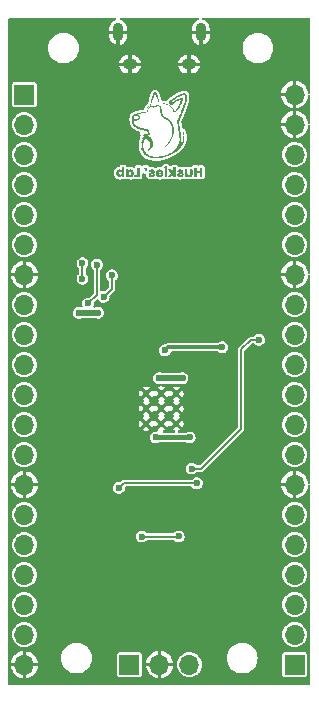
<source format=gbl>
%TF.GenerationSoftware,KiCad,Pcbnew,(6.0.8)*%
%TF.CreationDate,2023-06-24T18:13:04-06:00*%
%TF.ProjectId,RP2040_devBoard,52503230-3430-45f6-9465-76426f617264,rev?*%
%TF.SameCoordinates,Original*%
%TF.FileFunction,Copper,L2,Bot*%
%TF.FilePolarity,Positive*%
%FSLAX46Y46*%
G04 Gerber Fmt 4.6, Leading zero omitted, Abs format (unit mm)*
G04 Created by KiCad (PCBNEW (6.0.8)) date 2023-06-24 18:13:04*
%MOMM*%
%LPD*%
G01*
G04 APERTURE LIST*
%TA.AperFunction,ComponentPad*%
%ADD10O,0.890000X1.550000*%
%TD*%
%TA.AperFunction,ComponentPad*%
%ADD11O,1.250000X0.950000*%
%TD*%
%TA.AperFunction,ComponentPad*%
%ADD12C,0.600000*%
%TD*%
%TA.AperFunction,ComponentPad*%
%ADD13R,1.700000X1.700000*%
%TD*%
%TA.AperFunction,ComponentPad*%
%ADD14O,1.700000X1.700000*%
%TD*%
%TA.AperFunction,ViaPad*%
%ADD15C,0.600000*%
%TD*%
%TA.AperFunction,Conductor*%
%ADD16C,0.300000*%
%TD*%
%TA.AperFunction,Conductor*%
%ADD17C,0.130000*%
%TD*%
%TA.AperFunction,Conductor*%
%ADD18C,0.400000*%
%TD*%
%TA.AperFunction,Conductor*%
%ADD19C,0.500000*%
%TD*%
G04 APERTURE END LIST*
%TO.C,G\u002A\u002A\u002A*%
G36*
X68705607Y-47614875D02*
G01*
X68744325Y-47618576D01*
X68776747Y-47625660D01*
X68789153Y-47629866D01*
X68831406Y-47650288D01*
X68867646Y-47677971D01*
X68896887Y-47712207D01*
X68905405Y-47725189D01*
X68918401Y-47747624D01*
X68929699Y-47771362D01*
X68939562Y-47797474D01*
X68948254Y-47827034D01*
X68956038Y-47861115D01*
X68963179Y-47900789D01*
X68969939Y-47947129D01*
X68976582Y-48001208D01*
X68983373Y-48064098D01*
X68984620Y-48076138D01*
X68990955Y-48133760D01*
X68997090Y-48182958D01*
X69003238Y-48224956D01*
X69009612Y-48260979D01*
X69016424Y-48292252D01*
X69023888Y-48319999D01*
X69032215Y-48345446D01*
X69036769Y-48357947D01*
X69051433Y-48394330D01*
X69066908Y-48425512D01*
X69084378Y-48452785D01*
X69105029Y-48477446D01*
X69130046Y-48500789D01*
X69160614Y-48524110D01*
X69197920Y-48548703D01*
X69243148Y-48575862D01*
X69257568Y-48584281D01*
X69314391Y-48617866D01*
X69368727Y-48650625D01*
X69419542Y-48681906D01*
X69465801Y-48711062D01*
X69506471Y-48737442D01*
X69540517Y-48760396D01*
X69566906Y-48779275D01*
X69607683Y-48810982D01*
X69684123Y-48878132D01*
X69752201Y-48949402D01*
X69812684Y-49025716D01*
X69866340Y-49107996D01*
X69913935Y-49197168D01*
X69939747Y-49255111D01*
X69973769Y-49350872D01*
X69998943Y-49450094D01*
X70015346Y-49552341D01*
X70023054Y-49657181D01*
X70022145Y-49764177D01*
X70012695Y-49872897D01*
X69994781Y-49982906D01*
X69968479Y-50093770D01*
X69933868Y-50205054D01*
X69891022Y-50316324D01*
X69840020Y-50427147D01*
X69780938Y-50537087D01*
X69713853Y-50645710D01*
X69638842Y-50752582D01*
X69595228Y-50808906D01*
X69512791Y-50905761D01*
X69422536Y-51000896D01*
X69325772Y-51093028D01*
X69223811Y-51180870D01*
X69117963Y-51263138D01*
X69102462Y-51274542D01*
X69082550Y-51289157D01*
X69066578Y-51300839D01*
X69055887Y-51308607D01*
X69051817Y-51311482D01*
X69051935Y-51311334D01*
X69056523Y-51306615D01*
X69067201Y-51295819D01*
X69083218Y-51279697D01*
X69103828Y-51259001D01*
X69128282Y-51234483D01*
X69155832Y-51206893D01*
X69185729Y-51176983D01*
X69223617Y-51138775D01*
X69280863Y-51079473D01*
X69332263Y-51023917D01*
X69379042Y-50970656D01*
X69422423Y-50918238D01*
X69463630Y-50865210D01*
X69503888Y-50810121D01*
X69544420Y-50751519D01*
X69559523Y-50728835D01*
X69612871Y-50643500D01*
X69663074Y-50555086D01*
X69709214Y-50465442D01*
X69750373Y-50376419D01*
X69785634Y-50289866D01*
X69814081Y-50207634D01*
X69816942Y-50198357D01*
X69847478Y-50085756D01*
X69869844Y-49974886D01*
X69884083Y-49866188D01*
X69890238Y-49760105D01*
X69888351Y-49657080D01*
X69878464Y-49557555D01*
X69860620Y-49461972D01*
X69834862Y-49370775D01*
X69801231Y-49284405D01*
X69759771Y-49203305D01*
X69710523Y-49127918D01*
X69694637Y-49106892D01*
X69659047Y-49063856D01*
X69619795Y-49021788D01*
X69576183Y-48980130D01*
X69527511Y-48938323D01*
X69473081Y-48895811D01*
X69412193Y-48852034D01*
X69344147Y-48806435D01*
X69268245Y-48758456D01*
X69183788Y-48707539D01*
X69182574Y-48706822D01*
X69147215Y-48685820D01*
X69119017Y-48668736D01*
X69096602Y-48654598D01*
X69078592Y-48642431D01*
X69063608Y-48631263D01*
X69050271Y-48620120D01*
X69037204Y-48608030D01*
X69023028Y-48594017D01*
X68996279Y-48564938D01*
X68969510Y-48530082D01*
X68946095Y-48492239D01*
X68925755Y-48450553D01*
X68908211Y-48404169D01*
X68893184Y-48352232D01*
X68880394Y-48293888D01*
X68869564Y-48228279D01*
X68860413Y-48154552D01*
X68852663Y-48071852D01*
X68849738Y-48036339D01*
X68845159Y-47982830D01*
X68840972Y-47937766D01*
X68836996Y-47900246D01*
X68833052Y-47869372D01*
X68828961Y-47844243D01*
X68824544Y-47823959D01*
X68819621Y-47807621D01*
X68814014Y-47794330D01*
X68807543Y-47783184D01*
X68800029Y-47773284D01*
X68791292Y-47763732D01*
X68785886Y-47758398D01*
X68761867Y-47740008D01*
X68734439Y-47727715D01*
X68701748Y-47720873D01*
X68661938Y-47718839D01*
X68631914Y-47720236D01*
X68587088Y-47726589D01*
X68538088Y-47738272D01*
X68484244Y-47755506D01*
X68424890Y-47778513D01*
X68359356Y-47807511D01*
X68286976Y-47842724D01*
X68282086Y-47845191D01*
X68255869Y-47858354D01*
X68233171Y-47869640D01*
X68215318Y-47878398D01*
X68203634Y-47883978D01*
X68199445Y-47885729D01*
X68200370Y-47884008D01*
X68205615Y-47875300D01*
X68214714Y-47860545D01*
X68226773Y-47841186D01*
X68240901Y-47818669D01*
X68249483Y-47804879D01*
X68262230Y-47783740D01*
X68272169Y-47766404D01*
X68278450Y-47754377D01*
X68280221Y-47749162D01*
X68280004Y-47748898D01*
X68273524Y-47745513D01*
X68260397Y-47740525D01*
X68243169Y-47734913D01*
X68227660Y-47730572D01*
X68212407Y-47727575D01*
X68196018Y-47726141D01*
X68175585Y-47726029D01*
X68148201Y-47726996D01*
X68116577Y-47729373D01*
X68055263Y-47740171D01*
X67999600Y-47758830D01*
X67949816Y-47785261D01*
X67906138Y-47819378D01*
X67886897Y-47839938D01*
X67860901Y-47877895D01*
X67840964Y-47920599D01*
X67828191Y-47965493D01*
X67823687Y-48010021D01*
X67824238Y-48019805D01*
X67826829Y-48039993D01*
X67830915Y-48063318D01*
X67835798Y-48085935D01*
X67840778Y-48104004D01*
X67841464Y-48106124D01*
X67842299Y-48110451D01*
X67839009Y-48106182D01*
X67838180Y-48104727D01*
X67833658Y-48094457D01*
X67827497Y-48078347D01*
X67820781Y-48059191D01*
X67820519Y-48058409D01*
X67812712Y-48031319D01*
X67808720Y-48006213D01*
X67807605Y-47977247D01*
X67810392Y-47934264D01*
X67820090Y-47891825D01*
X67837408Y-47852109D01*
X67863038Y-47813558D01*
X67897674Y-47774614D01*
X67911237Y-47761195D01*
X67929714Y-47744402D01*
X67947103Y-47731277D01*
X67966687Y-47719446D01*
X67991745Y-47706535D01*
X67999611Y-47702700D01*
X68037957Y-47685692D01*
X68073162Y-47673638D01*
X68108435Y-47665789D01*
X68146986Y-47661395D01*
X68192026Y-47659703D01*
X68212524Y-47659656D01*
X68248799Y-47661048D01*
X68277799Y-47664777D01*
X68301188Y-47671233D01*
X68320627Y-47680807D01*
X68337780Y-47693888D01*
X68356991Y-47711244D01*
X68395696Y-47691837D01*
X68433956Y-47674121D01*
X68481474Y-47655068D01*
X68529701Y-47638407D01*
X68574225Y-47625772D01*
X68581687Y-47624048D01*
X68621288Y-47617612D01*
X68663595Y-47614554D01*
X68705607Y-47614875D01*
G37*
G36*
X68255766Y-50782964D02*
G01*
X68260801Y-50855726D01*
X68256178Y-50927604D01*
X68241927Y-50998167D01*
X68218075Y-51066984D01*
X68184653Y-51133622D01*
X68175109Y-51149620D01*
X68162342Y-51169724D01*
X68148936Y-51189013D01*
X68134248Y-51208124D01*
X68117636Y-51227695D01*
X68098458Y-51248365D01*
X68076070Y-51270770D01*
X68049829Y-51295549D01*
X68019094Y-51323341D01*
X67983222Y-51354782D01*
X67941570Y-51390511D01*
X67893495Y-51431166D01*
X67838355Y-51477384D01*
X67806714Y-51503865D01*
X67775252Y-51530275D01*
X67746347Y-51554617D01*
X67721007Y-51576038D01*
X67700242Y-51593685D01*
X67685059Y-51606705D01*
X67676469Y-51614245D01*
X67667383Y-51622336D01*
X67657932Y-51630237D01*
X67653419Y-51633293D01*
X67653486Y-51632955D01*
X67657072Y-51626850D01*
X67665354Y-51613863D01*
X67677666Y-51595006D01*
X67693345Y-51571292D01*
X67711726Y-51543733D01*
X67732143Y-51513342D01*
X67756769Y-51476812D01*
X67796164Y-51418360D01*
X67830603Y-51367213D01*
X67860448Y-51322799D01*
X67886063Y-51284541D01*
X67907810Y-51251867D01*
X67926055Y-51224200D01*
X67941159Y-51200967D01*
X67953486Y-51181594D01*
X67963400Y-51165505D01*
X67971264Y-51152127D01*
X67977441Y-51140885D01*
X67982295Y-51131203D01*
X67986189Y-51122509D01*
X67989486Y-51114228D01*
X67992550Y-51105784D01*
X67995745Y-51096603D01*
X68009000Y-51046395D01*
X68015279Y-50988379D01*
X68012777Y-50929523D01*
X68001443Y-50871873D01*
X68001300Y-50871362D01*
X67980073Y-50812326D01*
X67949487Y-50752277D01*
X67909958Y-50691696D01*
X67885878Y-50661316D01*
X68065891Y-50661316D01*
X68068364Y-50663789D01*
X68070838Y-50661316D01*
X68068364Y-50658843D01*
X68065891Y-50661316D01*
X67885878Y-50661316D01*
X67861902Y-50631067D01*
X67805736Y-50570873D01*
X67741876Y-50511595D01*
X67670737Y-50453717D01*
X67592736Y-50397722D01*
X67562289Y-50377162D01*
X67541700Y-50435149D01*
X67529941Y-50469271D01*
X67500960Y-50562632D01*
X67475176Y-50659327D01*
X67453535Y-50755631D01*
X67436981Y-50847818D01*
X67436325Y-50852198D01*
X67431650Y-50892224D01*
X67428195Y-50938292D01*
X67425978Y-50988141D01*
X67425016Y-51039506D01*
X67425327Y-51090124D01*
X67426929Y-51137731D01*
X67429841Y-51180064D01*
X67434079Y-51214860D01*
X67445498Y-51275854D01*
X67464104Y-51348304D01*
X67487679Y-51414387D01*
X67517024Y-51475725D01*
X67552939Y-51533940D01*
X67596224Y-51590652D01*
X67647681Y-51647482D01*
X67655320Y-51655295D01*
X67722647Y-51719715D01*
X67789825Y-51775571D01*
X67857977Y-51823379D01*
X67928229Y-51863655D01*
X68001703Y-51896915D01*
X68079525Y-51923677D01*
X68162817Y-51944454D01*
X68252705Y-51959765D01*
X68350312Y-51970124D01*
X68365951Y-51971208D01*
X68410490Y-51973122D01*
X68461663Y-51973993D01*
X68517195Y-51973873D01*
X68574813Y-51972814D01*
X68632242Y-51970869D01*
X68687208Y-51968091D01*
X68737436Y-51964530D01*
X68780653Y-51960240D01*
X68869317Y-51947945D01*
X69003183Y-51922786D01*
X69134995Y-51890165D01*
X69264153Y-51850414D01*
X69390056Y-51803865D01*
X69512103Y-51750849D01*
X69629695Y-51691697D01*
X69742231Y-51626743D01*
X69849110Y-51556315D01*
X69949732Y-51480748D01*
X70043496Y-51400371D01*
X70129802Y-51315517D01*
X70208050Y-51226517D01*
X70277638Y-51133702D01*
X70307835Y-51087574D01*
X70347260Y-51019758D01*
X70385574Y-50944559D01*
X70396601Y-50921006D01*
X70431900Y-50835213D01*
X70458589Y-50750702D01*
X70477110Y-50665558D01*
X70487904Y-50577868D01*
X70491413Y-50485717D01*
X70491398Y-50477053D01*
X70491141Y-50453590D01*
X70490478Y-50430835D01*
X70489291Y-50407741D01*
X70487466Y-50383260D01*
X70484887Y-50356344D01*
X70481437Y-50325947D01*
X70477000Y-50291019D01*
X70471461Y-50250513D01*
X70464704Y-50203383D01*
X70456613Y-50148579D01*
X70447071Y-50085055D01*
X70442062Y-50051723D01*
X70435175Y-50005516D01*
X70427504Y-49953733D01*
X70419383Y-49898648D01*
X70411150Y-49842537D01*
X70403137Y-49787673D01*
X70395681Y-49736331D01*
X70395019Y-49731752D01*
X70386075Y-49669987D01*
X70377927Y-49613794D01*
X70370326Y-49561466D01*
X70363022Y-49511298D01*
X70355766Y-49461583D01*
X70348309Y-49410614D01*
X70340400Y-49356685D01*
X70331792Y-49298088D01*
X70322234Y-49233119D01*
X70311478Y-49160070D01*
X70306882Y-49128811D01*
X70301109Y-49089368D01*
X70295833Y-49053131D01*
X70291244Y-49021416D01*
X70287533Y-48995538D01*
X70284891Y-48976815D01*
X70283506Y-48966561D01*
X70282904Y-48959669D01*
X70283186Y-48951865D01*
X70284922Y-48942756D01*
X70288571Y-48931067D01*
X70294590Y-48915523D01*
X70303437Y-48894848D01*
X70315569Y-48867768D01*
X70331445Y-48833007D01*
X70348013Y-48796776D01*
X70412706Y-48653148D01*
X70474695Y-48512051D01*
X70533822Y-48373916D01*
X70589929Y-48239176D01*
X70642857Y-48108265D01*
X70692449Y-47981613D01*
X70738547Y-47859654D01*
X70780993Y-47742821D01*
X70819629Y-47631545D01*
X70854297Y-47526259D01*
X70884839Y-47427396D01*
X70911097Y-47335389D01*
X70932913Y-47250669D01*
X70950130Y-47173669D01*
X70962588Y-47104822D01*
X70962656Y-47104384D01*
X70966494Y-47072850D01*
X70969243Y-47036555D01*
X70970901Y-46997586D01*
X70971467Y-46958026D01*
X70970938Y-46919960D01*
X70969314Y-46885472D01*
X70966594Y-46856647D01*
X70962775Y-46835569D01*
X70955269Y-46811530D01*
X70940513Y-46780900D01*
X70921820Y-46759093D01*
X70898746Y-46745895D01*
X70870848Y-46741088D01*
X70837682Y-46744457D01*
X70798803Y-46755785D01*
X70792882Y-46757938D01*
X70771106Y-46765846D01*
X70743946Y-46775699D01*
X70714293Y-46786450D01*
X70685034Y-46797050D01*
X70671977Y-46801816D01*
X70549284Y-46850448D01*
X70431040Y-46904609D01*
X70316308Y-46964889D01*
X70204151Y-47031879D01*
X70093631Y-47106169D01*
X69983811Y-47188352D01*
X69873754Y-47279018D01*
X69762522Y-47378758D01*
X69725424Y-47413322D01*
X69737638Y-47422108D01*
X69746268Y-47428599D01*
X69760417Y-47439672D01*
X69775849Y-47452069D01*
X69801846Y-47473244D01*
X69819792Y-47444846D01*
X69843395Y-47411944D01*
X69867478Y-47387266D01*
X69891165Y-47371914D01*
X69901631Y-47365497D01*
X69918166Y-47351012D01*
X69935336Y-47331820D01*
X69942191Y-47323491D01*
X69983274Y-47280971D01*
X70032667Y-47240948D01*
X70090736Y-47203178D01*
X70157848Y-47167418D01*
X70234368Y-47133426D01*
X70343234Y-47091551D01*
X70458161Y-47053088D01*
X70569103Y-47022061D01*
X70675141Y-46998749D01*
X70698126Y-46994452D01*
X70741544Y-46986421D01*
X70776026Y-46980186D01*
X70802100Y-46975655D01*
X70820291Y-46972741D01*
X70831126Y-46971351D01*
X70835132Y-46971398D01*
X70835225Y-46972248D01*
X70833108Y-46980441D01*
X70827785Y-46996311D01*
X70819683Y-47018773D01*
X70809229Y-47046741D01*
X70796849Y-47079128D01*
X70782971Y-47114849D01*
X70768021Y-47152816D01*
X70752426Y-47191944D01*
X70736612Y-47231147D01*
X70721006Y-47269339D01*
X70706036Y-47305433D01*
X70692127Y-47338343D01*
X70679707Y-47366983D01*
X70655132Y-47421863D01*
X70598329Y-47542311D01*
X70541865Y-47653005D01*
X70485670Y-47754036D01*
X70429678Y-47845496D01*
X70373821Y-47927475D01*
X70318030Y-48000063D01*
X70262238Y-48063352D01*
X70206377Y-48117432D01*
X70150378Y-48162394D01*
X70094175Y-48198329D01*
X70037698Y-48225328D01*
X70030814Y-48227984D01*
X70013758Y-48233764D01*
X70001109Y-48236885D01*
X69995206Y-48236722D01*
X69994505Y-48235372D01*
X69992003Y-48225942D01*
X69989067Y-48210156D01*
X69986197Y-48190566D01*
X69984254Y-48176984D01*
X69968567Y-48107257D01*
X69943570Y-48037514D01*
X69909708Y-47968572D01*
X69867425Y-47901247D01*
X69817167Y-47836354D01*
X69759380Y-47774712D01*
X69724662Y-47742350D01*
X69659796Y-47689106D01*
X69591187Y-47641977D01*
X69518061Y-47600627D01*
X69439647Y-47564719D01*
X69355172Y-47533916D01*
X69263863Y-47507882D01*
X69164948Y-47486279D01*
X69057654Y-47468772D01*
X69023443Y-47464270D01*
X68978650Y-47458868D01*
X68927276Y-47453056D01*
X68871027Y-47447001D01*
X68811606Y-47440874D01*
X68750715Y-47434841D01*
X68690060Y-47429073D01*
X68631344Y-47423737D01*
X68576270Y-47419001D01*
X68526543Y-47415036D01*
X68483866Y-47412008D01*
X68482569Y-47411916D01*
X68481173Y-47411513D01*
X68488577Y-47411274D01*
X68503857Y-47411198D01*
X68526092Y-47411285D01*
X68554361Y-47411537D01*
X68587741Y-47411954D01*
X68621217Y-47412510D01*
X68656451Y-47413286D01*
X68688297Y-47414181D01*
X68715129Y-47415143D01*
X68735321Y-47416120D01*
X68747246Y-47417060D01*
X68773197Y-47420295D01*
X68734080Y-47339228D01*
X68732657Y-47336271D01*
X68718006Y-47305195D01*
X68701027Y-47268263D01*
X68683050Y-47228423D01*
X68665408Y-47188624D01*
X68649431Y-47151813D01*
X68636392Y-47121445D01*
X68604929Y-47049022D01*
X68576367Y-46984670D01*
X68550294Y-46927528D01*
X68526300Y-46876734D01*
X68503972Y-46831429D01*
X68482900Y-46790752D01*
X68462671Y-46753843D01*
X68442875Y-46719841D01*
X68410175Y-46665384D01*
X68397113Y-46694665D01*
X68392357Y-46705596D01*
X68385509Y-46721881D01*
X68376684Y-46743311D01*
X68365678Y-46770395D01*
X68352288Y-46803641D01*
X68336309Y-46843558D01*
X68317537Y-46890652D01*
X68295769Y-46945434D01*
X68270800Y-47008410D01*
X68242427Y-47080089D01*
X68232299Y-47105611D01*
X68214557Y-47149994D01*
X68196587Y-47194582D01*
X68179154Y-47237490D01*
X68163027Y-47276835D01*
X68148970Y-47310735D01*
X68137752Y-47337305D01*
X68126483Y-47363165D01*
X68113293Y-47392697D01*
X68098880Y-47424395D01*
X68083834Y-47457019D01*
X68068742Y-47489324D01*
X68054192Y-47520068D01*
X68040773Y-47548009D01*
X68029072Y-47571904D01*
X68019678Y-47590510D01*
X68013179Y-47602585D01*
X68010162Y-47606886D01*
X68009470Y-47603289D01*
X68010482Y-47591042D01*
X68013215Y-47571144D01*
X68017461Y-47544669D01*
X68023013Y-47512689D01*
X68029665Y-47476279D01*
X68037208Y-47436512D01*
X68045435Y-47394460D01*
X68054140Y-47351197D01*
X68063115Y-47307797D01*
X68072152Y-47265332D01*
X68081044Y-47224877D01*
X68089585Y-47187504D01*
X68097566Y-47154286D01*
X68112773Y-47095261D01*
X68129613Y-47034018D01*
X68147682Y-46971789D01*
X68166620Y-46909634D01*
X68186067Y-46848611D01*
X68205660Y-46789780D01*
X68225041Y-46734198D01*
X68243847Y-46682925D01*
X68261719Y-46637020D01*
X68278295Y-46597542D01*
X68293215Y-46565548D01*
X68306118Y-46542099D01*
X68317562Y-46526100D01*
X68341126Y-46503819D01*
X68367701Y-46490359D01*
X68396452Y-46486073D01*
X68426540Y-46491316D01*
X68428915Y-46492138D01*
X68457720Y-46507369D01*
X68486588Y-46532140D01*
X68515380Y-46566128D01*
X68543955Y-46609009D01*
X68572173Y-46660461D01*
X68599894Y-46720160D01*
X68626978Y-46787783D01*
X68653286Y-46863005D01*
X68678676Y-46945505D01*
X68703009Y-47034957D01*
X68726145Y-47131040D01*
X68747944Y-47233429D01*
X68754440Y-47266584D01*
X68760723Y-47299888D01*
X68766306Y-47330682D01*
X68770755Y-47356573D01*
X68773637Y-47375169D01*
X68779547Y-47417981D01*
X68846877Y-47420797D01*
X68886458Y-47422528D01*
X68962741Y-47426419D01*
X69030868Y-47430798D01*
X69092009Y-47435835D01*
X69147339Y-47441699D01*
X69198031Y-47448557D01*
X69245256Y-47456579D01*
X69290190Y-47465934D01*
X69334004Y-47476791D01*
X69377872Y-47489317D01*
X69422966Y-47503683D01*
X69436954Y-47508426D01*
X69532851Y-47546012D01*
X69622726Y-47590309D01*
X69706141Y-47640996D01*
X69782654Y-47697750D01*
X69851826Y-47760250D01*
X69913217Y-47828174D01*
X69966386Y-47901199D01*
X69980394Y-47923439D01*
X70009427Y-47974080D01*
X70033726Y-48023133D01*
X70051996Y-48068070D01*
X70065487Y-48106333D01*
X70085894Y-48090493D01*
X70111770Y-48068680D01*
X70152349Y-48028199D01*
X70194375Y-47979240D01*
X70237396Y-47922504D01*
X70280964Y-47858695D01*
X70324627Y-47788514D01*
X70367936Y-47712663D01*
X70410440Y-47631846D01*
X70451689Y-47546763D01*
X70491233Y-47458119D01*
X70495390Y-47448294D01*
X70505457Y-47423960D01*
X70517037Y-47395408D01*
X70529610Y-47363978D01*
X70542655Y-47331009D01*
X70555650Y-47297839D01*
X70568076Y-47265810D01*
X70579410Y-47236260D01*
X70589132Y-47210529D01*
X70596721Y-47189956D01*
X70601657Y-47175881D01*
X70603418Y-47169643D01*
X70600352Y-47169583D01*
X70589343Y-47171735D01*
X70571926Y-47175905D01*
X70549784Y-47181641D01*
X70524598Y-47188496D01*
X70498052Y-47196018D01*
X70471827Y-47203760D01*
X70447605Y-47211271D01*
X70433398Y-47215932D01*
X70399111Y-47227885D01*
X70361424Y-47241795D01*
X70322468Y-47256814D01*
X70284374Y-47272095D01*
X70249272Y-47286792D01*
X70219295Y-47300057D01*
X70196573Y-47311043D01*
X70180288Y-47319747D01*
X70136656Y-47346197D01*
X70099162Y-47374696D01*
X70065025Y-47407535D01*
X70031462Y-47447003D01*
X70015950Y-47465987D01*
X70002292Y-47480354D01*
X69990261Y-47489696D01*
X69977940Y-47495759D01*
X69975249Y-47496824D01*
X69961804Y-47504105D01*
X69950639Y-47514998D01*
X69938770Y-47532286D01*
X69931313Y-47543752D01*
X69904206Y-47576351D01*
X69872703Y-47600947D01*
X69835366Y-47618741D01*
X69811667Y-47626362D01*
X69787936Y-47630359D01*
X69767694Y-47628106D01*
X69748365Y-47619238D01*
X69727371Y-47603387D01*
X69724927Y-47601301D01*
X69709640Y-47588497D01*
X69689465Y-47571864D01*
X69666740Y-47553324D01*
X69643807Y-47534797D01*
X69641415Y-47532869D01*
X69616930Y-47512512D01*
X69591836Y-47490700D01*
X69568950Y-47469926D01*
X69551091Y-47452687D01*
X69515258Y-47416274D01*
X69593135Y-47339322D01*
X69635014Y-47298524D01*
X69749884Y-47192707D01*
X69865149Y-47095598D01*
X69981870Y-47006371D01*
X70101110Y-46924200D01*
X70223931Y-46848256D01*
X70303166Y-46803710D01*
X70381238Y-46763703D01*
X70460798Y-46727030D01*
X70544643Y-46692402D01*
X70635570Y-46658530D01*
X70644716Y-46655277D01*
X70687849Y-46639935D01*
X70723000Y-46627502D01*
X70751308Y-46617669D01*
X70773912Y-46610130D01*
X70791949Y-46604578D01*
X70806560Y-46600704D01*
X70818882Y-46598201D01*
X70830053Y-46596763D01*
X70841213Y-46596081D01*
X70853500Y-46595847D01*
X70868053Y-46595756D01*
X70896973Y-46596235D01*
X70927031Y-46599329D01*
X70952502Y-46605938D01*
X70976222Y-46616855D01*
X71001027Y-46632869D01*
X71023239Y-46651619D01*
X71051778Y-46685611D01*
X71076272Y-46727358D01*
X71096189Y-46775904D01*
X71110995Y-46830294D01*
X71115279Y-46857511D01*
X71118414Y-46893942D01*
X71120015Y-46935305D01*
X71120082Y-46979090D01*
X71118614Y-47022787D01*
X71115609Y-47063886D01*
X71111068Y-47099875D01*
X71102965Y-47146318D01*
X71092676Y-47199823D01*
X71081202Y-47255291D01*
X71069335Y-47308897D01*
X71057866Y-47356816D01*
X71041721Y-47417604D01*
X71018664Y-47496628D01*
X70991461Y-47583129D01*
X70960373Y-47676423D01*
X70925662Y-47775826D01*
X70887589Y-47880655D01*
X70846417Y-47990225D01*
X70802406Y-48103851D01*
X70755818Y-48220852D01*
X70706916Y-48340541D01*
X70655959Y-48462236D01*
X70603211Y-48585253D01*
X70548933Y-48708907D01*
X70493387Y-48832515D01*
X70432026Y-48967453D01*
X70445795Y-49062525D01*
X70446212Y-49065404D01*
X70450240Y-49093138D01*
X70455418Y-49128696D01*
X70461491Y-49170336D01*
X70468206Y-49216316D01*
X70475307Y-49264894D01*
X70482541Y-49314327D01*
X70489652Y-49362874D01*
X70494682Y-49397218D01*
X70503471Y-49457351D01*
X70512968Y-49522444D01*
X70522744Y-49589548D01*
X70532368Y-49655714D01*
X70541412Y-49717990D01*
X70549446Y-49773429D01*
X70550557Y-49781101D01*
X70557602Y-49829387D01*
X70564757Y-49877890D01*
X70571772Y-49924943D01*
X70578395Y-49968875D01*
X70584375Y-50008020D01*
X70589461Y-50040707D01*
X70593400Y-50065270D01*
X70601951Y-50118062D01*
X70610990Y-50176791D01*
X70618313Y-50228776D01*
X70624082Y-50275651D01*
X70628458Y-50319053D01*
X70631600Y-50360619D01*
X70633671Y-50401986D01*
X70634831Y-50444788D01*
X70635240Y-50490664D01*
X70635252Y-50514358D01*
X70634981Y-50555688D01*
X70634120Y-50590255D01*
X70632431Y-50620147D01*
X70629678Y-50647455D01*
X70625623Y-50674266D01*
X70620031Y-50702669D01*
X70612665Y-50734755D01*
X70603287Y-50772611D01*
X70581923Y-50848305D01*
X70547272Y-50945176D01*
X70504318Y-51040898D01*
X70503983Y-51041579D01*
X70495108Y-51060176D01*
X70489169Y-51073817D01*
X70486684Y-51081214D01*
X70488168Y-51081081D01*
X70506067Y-51059585D01*
X70549757Y-51004633D01*
X70588009Y-50952303D01*
X70622583Y-50900114D01*
X70655240Y-50845584D01*
X70669322Y-50820247D01*
X70717578Y-50720655D01*
X70756955Y-50616973D01*
X70787401Y-50509519D01*
X70808864Y-50398609D01*
X70821294Y-50284561D01*
X70824638Y-50167694D01*
X70818846Y-50048324D01*
X70803866Y-49926769D01*
X70801745Y-49913471D01*
X70797391Y-49885970D01*
X70793546Y-49861431D01*
X70790564Y-49842123D01*
X70788801Y-49830313D01*
X70785992Y-49810528D01*
X70793096Y-49827840D01*
X70804186Y-49855828D01*
X70827220Y-49920170D01*
X70848497Y-49987865D01*
X70867179Y-50055958D01*
X70882426Y-50121492D01*
X70893401Y-50181511D01*
X70897169Y-50212854D01*
X70900281Y-50254988D01*
X70902192Y-50302007D01*
X70902900Y-50351459D01*
X70902403Y-50400894D01*
X70900700Y-50447862D01*
X70897789Y-50489913D01*
X70893667Y-50524596D01*
X70886607Y-50564329D01*
X70875485Y-50615885D01*
X70862362Y-50668053D01*
X70848127Y-50717337D01*
X70833669Y-50760245D01*
X70811691Y-50815672D01*
X70762820Y-50918728D01*
X70704605Y-51019109D01*
X70637215Y-51116630D01*
X70560817Y-51211104D01*
X70475581Y-51302342D01*
X70381674Y-51390160D01*
X70279265Y-51474371D01*
X70168520Y-51554786D01*
X70049609Y-51631220D01*
X70043714Y-51634768D01*
X70020380Y-51648469D01*
X69993539Y-51663718D01*
X69962520Y-51680869D01*
X69926656Y-51700280D01*
X69885276Y-51722308D01*
X69837712Y-51747310D01*
X69783296Y-51775642D01*
X69721357Y-51807662D01*
X69651227Y-51843726D01*
X69648736Y-51845003D01*
X69521874Y-51905231D01*
X69389578Y-51959117D01*
X69253418Y-52006209D01*
X69114962Y-52046053D01*
X68975779Y-52078197D01*
X68837439Y-52102189D01*
X68701509Y-52117576D01*
X68700998Y-52117618D01*
X68671743Y-52119392D01*
X68634953Y-52120731D01*
X68592806Y-52121632D01*
X68547480Y-52122095D01*
X68501150Y-52122117D01*
X68455994Y-52121699D01*
X68414190Y-52120838D01*
X68377915Y-52119533D01*
X68349345Y-52117783D01*
X68326215Y-52115726D01*
X68277371Y-52110492D01*
X68227840Y-52104119D01*
X68179735Y-52096934D01*
X68135171Y-52089266D01*
X68096260Y-52081441D01*
X68065116Y-52073785D01*
X68063237Y-52073256D01*
X67969229Y-52041626D01*
X67877370Y-52000828D01*
X67788515Y-51951488D01*
X67703518Y-51894236D01*
X67623232Y-51829700D01*
X67548513Y-51758507D01*
X67480215Y-51681287D01*
X67419190Y-51598668D01*
X67403512Y-51574018D01*
X67368340Y-51507732D01*
X67338232Y-51434134D01*
X67313591Y-51354290D01*
X67294818Y-51269266D01*
X67290463Y-51243421D01*
X67279260Y-51146927D01*
X67275525Y-51047126D01*
X67279310Y-50943687D01*
X67290671Y-50836277D01*
X67309660Y-50724565D01*
X67336332Y-50608219D01*
X67370738Y-50486909D01*
X67412934Y-50360302D01*
X67462973Y-50228066D01*
X67474095Y-50201196D01*
X67483620Y-50180697D01*
X67490567Y-50169120D01*
X67495084Y-50166182D01*
X67504933Y-50170816D01*
X67523254Y-50181018D01*
X67547269Y-50195410D01*
X67575680Y-50213138D01*
X67607189Y-50233350D01*
X67640496Y-50255193D01*
X67674303Y-50277813D01*
X67707312Y-50300357D01*
X67738222Y-50321971D01*
X67765737Y-50341803D01*
X67788557Y-50358999D01*
X67813160Y-50378759D01*
X67853940Y-50413965D01*
X67894559Y-50451796D01*
X67933694Y-50490866D01*
X67970023Y-50529790D01*
X68002224Y-50567183D01*
X68028976Y-50601659D01*
X68048954Y-50631833D01*
X68055433Y-50642506D01*
X68061816Y-50651625D01*
X68064402Y-50653267D01*
X68063425Y-50648324D01*
X68059116Y-50637689D01*
X68051706Y-50622253D01*
X68041430Y-50602910D01*
X68040377Y-50601016D01*
X68010638Y-50552247D01*
X67976279Y-50504799D01*
X67935857Y-50456826D01*
X67887930Y-50406481D01*
X67886850Y-50405403D01*
X67854644Y-50374175D01*
X67820903Y-50343364D01*
X67784751Y-50312293D01*
X67745311Y-50280288D01*
X67701708Y-50246672D01*
X67653067Y-50210769D01*
X67598510Y-50171903D01*
X67537163Y-50129400D01*
X67468150Y-50082582D01*
X67372558Y-50018278D01*
X67598354Y-50016992D01*
X67649918Y-50016681D01*
X67694316Y-50016353D01*
X67730450Y-50015984D01*
X67759148Y-50015535D01*
X67781238Y-50014971D01*
X67797549Y-50014254D01*
X67808910Y-50013348D01*
X67816147Y-50012216D01*
X67820089Y-50010822D01*
X67821565Y-50009128D01*
X67821403Y-50007099D01*
X67820793Y-50005341D01*
X67816988Y-49995089D01*
X67810385Y-49977669D01*
X67801544Y-49954549D01*
X67791027Y-49927200D01*
X67779395Y-49897090D01*
X67773095Y-49880850D01*
X67761523Y-49851398D01*
X67752568Y-49829497D01*
X67745632Y-49813971D01*
X67740121Y-49803645D01*
X67735438Y-49797345D01*
X67730989Y-49793896D01*
X67726178Y-49792124D01*
X67721820Y-49791130D01*
X67707864Y-49788219D01*
X67686696Y-49783958D01*
X67659862Y-49778655D01*
X67628909Y-49772617D01*
X67595384Y-49766151D01*
X67513392Y-49749582D01*
X67416736Y-49727907D01*
X67322183Y-49704432D01*
X67230845Y-49679493D01*
X67143833Y-49653426D01*
X67062256Y-49626565D01*
X66987225Y-49599245D01*
X66919851Y-49571802D01*
X66861244Y-49544571D01*
X66854026Y-49540914D01*
X66780837Y-49499161D01*
X66716105Y-49452869D01*
X66659242Y-49401364D01*
X66609659Y-49343973D01*
X66566768Y-49280024D01*
X66529981Y-49208841D01*
X66498709Y-49129753D01*
X66486418Y-49092293D01*
X66462655Y-49004204D01*
X66447148Y-48919406D01*
X66439919Y-48838295D01*
X66440994Y-48761265D01*
X66450395Y-48688713D01*
X66453566Y-48676625D01*
X66606700Y-48676625D01*
X66608644Y-48691942D01*
X66614031Y-48710005D01*
X66615469Y-48714146D01*
X66624951Y-48739611D01*
X66634780Y-48763328D01*
X66644080Y-48783390D01*
X66651975Y-48797889D01*
X66657591Y-48804919D01*
X66664909Y-48806700D01*
X66679594Y-48807764D01*
X66698555Y-48807940D01*
X66718908Y-48807205D01*
X66737770Y-48805538D01*
X66760814Y-48802031D01*
X66808258Y-48791448D01*
X66855784Y-48776878D01*
X66900075Y-48759407D01*
X66937817Y-48740117D01*
X66956446Y-48728289D01*
X66979841Y-48711270D01*
X66999866Y-48694291D01*
X67014737Y-48678898D01*
X67022672Y-48666633D01*
X67024999Y-48651104D01*
X67019584Y-48630330D01*
X67005303Y-48606363D01*
X66982019Y-48578907D01*
X66960342Y-48557999D01*
X66926917Y-48532114D01*
X66893206Y-48512931D01*
X66861167Y-48501701D01*
X66847241Y-48499107D01*
X66834296Y-48498695D01*
X66819873Y-48501106D01*
X66800076Y-48506655D01*
X66788735Y-48510479D01*
X66765462Y-48519605D01*
X66739626Y-48530894D01*
X66715018Y-48542738D01*
X66703756Y-48548515D01*
X66685045Y-48558644D01*
X66671751Y-48567345D01*
X66661499Y-48576590D01*
X66651917Y-48588353D01*
X66640631Y-48604608D01*
X66627063Y-48625247D01*
X66615357Y-48645468D01*
X66608754Y-48661864D01*
X66606700Y-48676625D01*
X66453566Y-48676625D01*
X66468147Y-48621032D01*
X66472357Y-48607805D01*
X66478826Y-48585062D01*
X66483647Y-48565263D01*
X66494467Y-48529196D01*
X66515078Y-48489740D01*
X66544299Y-48453752D01*
X66582311Y-48421079D01*
X66629295Y-48391571D01*
X66685431Y-48365075D01*
X66750901Y-48341441D01*
X66754592Y-48340313D01*
X66774217Y-48334988D01*
X66800836Y-48328472D01*
X66832284Y-48321265D01*
X66866395Y-48313867D01*
X66901003Y-48306777D01*
X66936028Y-48299778D01*
X66981949Y-48290488D01*
X67029945Y-48280679D01*
X67076089Y-48271154D01*
X67116452Y-48262717D01*
X67161929Y-48253257D01*
X67212246Y-48243040D01*
X67263681Y-48232821D01*
X67314693Y-48222893D01*
X67363738Y-48213549D01*
X67409276Y-48205084D01*
X67449763Y-48197790D01*
X67483657Y-48191962D01*
X67509416Y-48187893D01*
X67515808Y-48187021D01*
X67541521Y-48184217D01*
X67572705Y-48181585D01*
X67605995Y-48179387D01*
X67638024Y-48177885D01*
X67639379Y-48177838D01*
X67672831Y-48176640D01*
X67697794Y-48175491D01*
X67715615Y-48174035D01*
X67727642Y-48171917D01*
X67735222Y-48168782D01*
X67739703Y-48164272D01*
X67742431Y-48158033D01*
X67744756Y-48149709D01*
X67746677Y-48140718D01*
X67748203Y-48116977D01*
X67745911Y-48087089D01*
X67739702Y-48050104D01*
X67729474Y-48005075D01*
X67727559Y-47997289D01*
X67720615Y-47966481D01*
X67716558Y-47941831D01*
X67715185Y-47920696D01*
X67716289Y-47900427D01*
X67719666Y-47878379D01*
X67729505Y-47844095D01*
X67749788Y-47804328D01*
X67778709Y-47766610D01*
X67815599Y-47731660D01*
X67859790Y-47700198D01*
X67910614Y-47672944D01*
X67928364Y-47665103D01*
X67976551Y-47646618D01*
X68028588Y-47630005D01*
X68081414Y-47616105D01*
X68131967Y-47605756D01*
X68177186Y-47599800D01*
X68180147Y-47599553D01*
X68191088Y-47598727D01*
X68196985Y-47598602D01*
X68197072Y-47599428D01*
X68190583Y-47601459D01*
X68176752Y-47604947D01*
X68154812Y-47610143D01*
X68123996Y-47617301D01*
X68099406Y-47623237D01*
X68038118Y-47640644D01*
X67982654Y-47660705D01*
X67930096Y-47684428D01*
X67923685Y-47687645D01*
X67890190Y-47705863D01*
X67862534Y-47724064D01*
X67837562Y-47744526D01*
X67812117Y-47769526D01*
X67789110Y-47796661D01*
X67770852Y-47827424D01*
X67759944Y-47860570D01*
X67755218Y-47898755D01*
X67754701Y-47913053D01*
X67754947Y-47928683D01*
X67756557Y-47943988D01*
X67759925Y-47961410D01*
X67765442Y-47983394D01*
X67773504Y-48012381D01*
X67784031Y-48052864D01*
X67791321Y-48091107D01*
X67794031Y-48123506D01*
X67792274Y-48151542D01*
X67786165Y-48176694D01*
X67785116Y-48179659D01*
X67775055Y-48199569D01*
X67760848Y-48213903D01*
X67741166Y-48223330D01*
X67714682Y-48228518D01*
X67680068Y-48230137D01*
X67657770Y-48230764D01*
X67620831Y-48233789D01*
X67577682Y-48239400D01*
X67527871Y-48247686D01*
X67470949Y-48258735D01*
X67406467Y-48272637D01*
X67333975Y-48289480D01*
X67253024Y-48309354D01*
X67163165Y-48332347D01*
X67134299Y-48339851D01*
X67097111Y-48349497D01*
X67063499Y-48358190D01*
X67034664Y-48365620D01*
X67011803Y-48371481D01*
X66996116Y-48375462D01*
X66988803Y-48377254D01*
X66981859Y-48379474D01*
X66977813Y-48382818D01*
X66980913Y-48386111D01*
X66990475Y-48393073D01*
X67004226Y-48401842D01*
X67036701Y-48423563D01*
X67082163Y-48463046D01*
X67119772Y-48508494D01*
X67149656Y-48560042D01*
X67150285Y-48561361D01*
X67158601Y-48579523D01*
X67163822Y-48593847D01*
X67166665Y-48607766D01*
X67167848Y-48624710D01*
X67168091Y-48648113D01*
X67168073Y-48651104D01*
X67167997Y-48663562D01*
X67167150Y-48683383D01*
X67164954Y-48698461D01*
X67160846Y-48712014D01*
X67154264Y-48727256D01*
X67153492Y-48728884D01*
X67132907Y-48761548D01*
X67103641Y-48793228D01*
X67066847Y-48823260D01*
X67023676Y-48850979D01*
X66975281Y-48875724D01*
X66922811Y-48896830D01*
X66867421Y-48913633D01*
X66810260Y-48925470D01*
X66807759Y-48925857D01*
X66776786Y-48929494D01*
X66743453Y-48931604D01*
X66709790Y-48932236D01*
X66677825Y-48931436D01*
X66649588Y-48929251D01*
X66627108Y-48925727D01*
X66612413Y-48920911D01*
X66609349Y-48919304D01*
X66599251Y-48914677D01*
X66594472Y-48913619D01*
X66594389Y-48915136D01*
X66595581Y-48924315D01*
X66598278Y-48939805D01*
X66602105Y-48959358D01*
X66610737Y-48996689D01*
X66629126Y-49058135D01*
X66651961Y-49117791D01*
X66678516Y-49174308D01*
X66708067Y-49226334D01*
X66739889Y-49272520D01*
X66773258Y-49311514D01*
X66807448Y-49341966D01*
X66824384Y-49354051D01*
X66872268Y-49383548D01*
X66929134Y-49413039D01*
X66994340Y-49442314D01*
X67067244Y-49471166D01*
X67147202Y-49499386D01*
X67233573Y-49526767D01*
X67325714Y-49553100D01*
X67422984Y-49578178D01*
X67524738Y-49601792D01*
X67630336Y-49623734D01*
X67739135Y-49643795D01*
X67845193Y-49662134D01*
X67856863Y-49691813D01*
X67859522Y-49698578D01*
X67873134Y-49733353D01*
X67888118Y-49771814D01*
X67904092Y-49812967D01*
X67920674Y-49855821D01*
X67937485Y-49899382D01*
X67954143Y-49942658D01*
X67970268Y-49984654D01*
X67985479Y-50024379D01*
X67999394Y-50060840D01*
X68011633Y-50093043D01*
X68021815Y-50119995D01*
X68029560Y-50140704D01*
X68034486Y-50154176D01*
X68036212Y-50159419D01*
X68032989Y-50160812D01*
X68020791Y-50162250D01*
X68000369Y-50163354D01*
X67972640Y-50164076D01*
X67938520Y-50164371D01*
X67840828Y-50164544D01*
X67865560Y-50184932D01*
X67867285Y-50186364D01*
X67887740Y-50204464D01*
X67912839Y-50228219D01*
X67941093Y-50256080D01*
X67971019Y-50286497D01*
X68001129Y-50317922D01*
X68029938Y-50348807D01*
X68055960Y-50377601D01*
X68077708Y-50402758D01*
X68093697Y-50422726D01*
X68126988Y-50470028D01*
X68162470Y-50527261D01*
X68193243Y-50584589D01*
X68217635Y-50639092D01*
X68224998Y-50661316D01*
X68241045Y-50709751D01*
X68255766Y-50782964D01*
G37*
G36*
X67472271Y-50129695D02*
G01*
X67473365Y-50134542D01*
X67470819Y-50143938D01*
X67464169Y-50159206D01*
X67452951Y-50181668D01*
X67423576Y-50242861D01*
X67388326Y-50328484D01*
X67356093Y-50420914D01*
X67327336Y-50518559D01*
X67302516Y-50619826D01*
X67282093Y-50723122D01*
X67266528Y-50826855D01*
X67265128Y-50838946D01*
X67261794Y-50876894D01*
X67259141Y-50920929D01*
X67257192Y-50969056D01*
X67255972Y-51019284D01*
X67255504Y-51069621D01*
X67255812Y-51118073D01*
X67256921Y-51162649D01*
X67258854Y-51201355D01*
X67261636Y-51232200D01*
X67268172Y-51279350D01*
X67285113Y-51367114D01*
X67307787Y-51448054D01*
X67336755Y-51523349D01*
X67372574Y-51594177D01*
X67415803Y-51661720D01*
X67467002Y-51727154D01*
X67526729Y-51791661D01*
X67534397Y-51799306D01*
X67584553Y-51846443D01*
X67635785Y-51889256D01*
X67690930Y-51929995D01*
X67752827Y-51970911D01*
X67757731Y-51974026D01*
X67777270Y-51986932D01*
X67792758Y-51997957D01*
X67802727Y-52006015D01*
X67805710Y-52010021D01*
X67803329Y-52012606D01*
X67798983Y-52013342D01*
X67791702Y-52011023D01*
X67780159Y-52005043D01*
X67763025Y-51994802D01*
X67738975Y-51979695D01*
X67717112Y-51965535D01*
X67637130Y-51908530D01*
X67563505Y-51847591D01*
X67497117Y-51783549D01*
X67438844Y-51717236D01*
X67389566Y-51649481D01*
X67362405Y-51604060D01*
X67331383Y-51542314D01*
X67303868Y-51476527D01*
X67281167Y-51409875D01*
X67264586Y-51345538D01*
X67260579Y-51325776D01*
X67252993Y-51282171D01*
X67247356Y-51238566D01*
X67243527Y-51192997D01*
X67241364Y-51143501D01*
X67240726Y-51088116D01*
X67241472Y-51024880D01*
X67245013Y-50929598D01*
X67252877Y-50828743D01*
X67265237Y-50732225D01*
X67282496Y-50637485D01*
X67305058Y-50541970D01*
X67333326Y-50443124D01*
X67337110Y-50431074D01*
X67349321Y-50394501D01*
X67362947Y-50356534D01*
X67377516Y-50318246D01*
X67392556Y-50280709D01*
X67407596Y-50244995D01*
X67422166Y-50212175D01*
X67435792Y-50183322D01*
X67448005Y-50159507D01*
X67458332Y-50141803D01*
X67466302Y-50131282D01*
X67471445Y-50129015D01*
X67472271Y-50129695D01*
G37*
G36*
X71933372Y-53045966D02*
G01*
X71933378Y-53054856D01*
X71933815Y-53107892D01*
X71935078Y-53146315D01*
X71937357Y-53172471D01*
X71940844Y-53188705D01*
X71945731Y-53197362D01*
X71951448Y-53201151D01*
X71966230Y-53205241D01*
X71990912Y-53207881D01*
X72027957Y-53209299D01*
X72079825Y-53209721D01*
X72201560Y-53209721D01*
X72201560Y-52906928D01*
X72417841Y-52906928D01*
X72417841Y-53694190D01*
X72201560Y-53694190D01*
X72201560Y-53374095D01*
X71933372Y-53374095D01*
X71933372Y-53694190D01*
X71717091Y-53694190D01*
X71717091Y-52906928D01*
X71933372Y-52906928D01*
X71933372Y-53045966D01*
G37*
G36*
X65600674Y-53694190D02*
G01*
X65600674Y-53659585D01*
X65600543Y-53651851D01*
X65598739Y-53632662D01*
X65595494Y-53624980D01*
X65593698Y-53625651D01*
X65582383Y-53634697D01*
X65566070Y-53650934D01*
X65560910Y-53656154D01*
X65542329Y-53670944D01*
X65527994Y-53676887D01*
X65521226Y-53678001D01*
X65514162Y-53685539D01*
X65514160Y-53685646D01*
X65506431Y-53691684D01*
X65488209Y-53694190D01*
X65487886Y-53694191D01*
X65469772Y-53696767D01*
X65462255Y-53702841D01*
X65456741Y-53706748D01*
X65437996Y-53710179D01*
X65410347Y-53711492D01*
X65386906Y-53710573D01*
X65366320Y-53707449D01*
X65358440Y-53702841D01*
X65358438Y-53702734D01*
X65350709Y-53696696D01*
X65332486Y-53694190D01*
X65332164Y-53694189D01*
X65314050Y-53691613D01*
X65306533Y-53685539D01*
X65305695Y-53682246D01*
X65295466Y-53676887D01*
X65285673Y-53672986D01*
X65271928Y-53659585D01*
X65261453Y-53648691D01*
X65247772Y-53642283D01*
X65234251Y-53637869D01*
X65218379Y-53623298D01*
X65211369Y-53605880D01*
X65207484Y-53595723D01*
X65194067Y-53581724D01*
X65183153Y-53571363D01*
X65176764Y-53558186D01*
X65176109Y-53553974D01*
X65168113Y-53547119D01*
X65168006Y-53547117D01*
X65161968Y-53539388D01*
X65159462Y-53521165D01*
X65159461Y-53520843D01*
X65156885Y-53502729D01*
X65150811Y-53495212D01*
X65147525Y-53488794D01*
X65144636Y-53466788D01*
X65142801Y-53430844D01*
X65142159Y-53382746D01*
X65142259Y-53374095D01*
X65358440Y-53374095D01*
X65358661Y-53381852D01*
X65361674Y-53401025D01*
X65367091Y-53408699D01*
X65372817Y-53414220D01*
X65375743Y-53430616D01*
X65375900Y-53433440D01*
X65384911Y-53456542D01*
X65405733Y-53482523D01*
X65414554Y-53491091D01*
X65432920Y-53505038D01*
X65452557Y-53510950D01*
X65481432Y-53511920D01*
X65492297Y-53511665D01*
X65517552Y-53508643D01*
X65535928Y-53499778D01*
X65555256Y-53481886D01*
X65563507Y-53472661D01*
X65577741Y-53453035D01*
X65583372Y-53439225D01*
X65584388Y-53433026D01*
X65592023Y-53426002D01*
X65595140Y-53423083D01*
X65599118Y-53407421D01*
X65600674Y-53382746D01*
X65600091Y-53367164D01*
X65596958Y-53347270D01*
X65592023Y-53339490D01*
X65586258Y-53333795D01*
X65583372Y-53317244D01*
X65579576Y-53297545D01*
X65565485Y-53277985D01*
X65545059Y-53270280D01*
X65538513Y-53269204D01*
X65531465Y-53261629D01*
X65525951Y-53257722D01*
X65507206Y-53254291D01*
X65479557Y-53252977D01*
X65456115Y-53253896D01*
X65435530Y-53257020D01*
X65427650Y-53261629D01*
X65425959Y-53265794D01*
X65414055Y-53270280D01*
X65397985Y-53274933D01*
X65382028Y-53292206D01*
X65375743Y-53317244D01*
X65373528Y-53332068D01*
X65367091Y-53339490D01*
X65365152Y-53340372D01*
X65360359Y-53352425D01*
X65358440Y-53374095D01*
X65142259Y-53374095D01*
X65142653Y-53340029D01*
X65144346Y-53302469D01*
X65147111Y-53278625D01*
X65150811Y-53270280D01*
X65156500Y-53264910D01*
X65159462Y-53248652D01*
X65161610Y-53234427D01*
X65168113Y-53227024D01*
X65173141Y-53223779D01*
X65176764Y-53209721D01*
X65178387Y-53199665D01*
X65185416Y-53192419D01*
X65189466Y-53190872D01*
X65194067Y-53179214D01*
X65197559Y-53170492D01*
X65210617Y-53152485D01*
X65229521Y-53130991D01*
X65250177Y-53110311D01*
X65268486Y-53094748D01*
X65280351Y-53088604D01*
X65282616Y-53088317D01*
X65289230Y-53079953D01*
X65289232Y-53079845D01*
X65296961Y-53073808D01*
X65315184Y-53071302D01*
X65315507Y-53071301D01*
X65333620Y-53068725D01*
X65341138Y-53062650D01*
X65341368Y-53061876D01*
X65351988Y-53057773D01*
X65376073Y-53055011D01*
X65410347Y-53053999D01*
X65416539Y-53054028D01*
X65449365Y-53055355D01*
X65471463Y-53058366D01*
X65479557Y-53062650D01*
X65482802Y-53067679D01*
X65496860Y-53071302D01*
X65506916Y-53072924D01*
X65514162Y-53079953D01*
X65515943Y-53084186D01*
X65527994Y-53088604D01*
X65531272Y-53089135D01*
X65547506Y-53098076D01*
X65566070Y-53114558D01*
X65571676Y-53120416D01*
X65586888Y-53134768D01*
X65595494Y-53140511D01*
X65596403Y-53138511D01*
X65598091Y-53123008D01*
X65599446Y-53094665D01*
X65600347Y-53056479D01*
X65600674Y-53011451D01*
X65600741Y-52990821D01*
X65601354Y-52946370D01*
X65602507Y-52908909D01*
X65604073Y-52881875D01*
X65605926Y-52868705D01*
X65615198Y-52859871D01*
X65633679Y-52855316D01*
X65652721Y-52857170D01*
X65664179Y-52865835D01*
X65669146Y-52871509D01*
X65677877Y-52863672D01*
X65679365Y-52861634D01*
X65687547Y-52855055D01*
X65695838Y-52863672D01*
X65697041Y-52865448D01*
X65704881Y-52872298D01*
X65713140Y-52863672D01*
X65714343Y-52861896D01*
X65722183Y-52855046D01*
X65730443Y-52863672D01*
X65731645Y-52865448D01*
X65739485Y-52872298D01*
X65747745Y-52863672D01*
X65748948Y-52861896D01*
X65756788Y-52855046D01*
X65765048Y-52863672D01*
X65765512Y-52864364D01*
X65773709Y-52872121D01*
X65781565Y-52864432D01*
X65783477Y-52861639D01*
X65791453Y-52857075D01*
X65803193Y-52865977D01*
X65804597Y-52867618D01*
X65807595Y-52873618D01*
X65810072Y-52883681D01*
X65812078Y-52899277D01*
X65813660Y-52921878D01*
X65814868Y-52952955D01*
X65815747Y-52993979D01*
X65816348Y-53046421D01*
X65816717Y-53111751D01*
X65816904Y-53191442D01*
X65816955Y-53286964D01*
X65816955Y-53694190D01*
X65600674Y-53694190D01*
G37*
G36*
X69125767Y-53348912D02*
G01*
X69130375Y-53356792D01*
X69135403Y-53360037D01*
X69139026Y-53374095D01*
X69137404Y-53384151D01*
X69130375Y-53391397D01*
X69126468Y-53396911D01*
X69123037Y-53415656D01*
X69121723Y-53443304D01*
X69120805Y-53466746D01*
X69117680Y-53487332D01*
X69113072Y-53495212D01*
X69108044Y-53498456D01*
X69104421Y-53512514D01*
X69102799Y-53522571D01*
X69095770Y-53529817D01*
X69091790Y-53531281D01*
X69087119Y-53542793D01*
X69086143Y-53548763D01*
X69078467Y-53555770D01*
X69074417Y-53557317D01*
X69069816Y-53568975D01*
X69066995Y-53577128D01*
X69054085Y-53595392D01*
X69034569Y-53617053D01*
X69012729Y-53637827D01*
X68992847Y-53653432D01*
X68979206Y-53659585D01*
X68973024Y-53660598D01*
X68966001Y-53668236D01*
X68962757Y-53673265D01*
X68948699Y-53676887D01*
X68938642Y-53678510D01*
X68931397Y-53685539D01*
X68930514Y-53687478D01*
X68918461Y-53692271D01*
X68896792Y-53694190D01*
X68889035Y-53694411D01*
X68869862Y-53697424D01*
X68862187Y-53702841D01*
X68855457Y-53707032D01*
X68835339Y-53710270D01*
X68805954Y-53711492D01*
X68778713Y-53710457D01*
X68757666Y-53707362D01*
X68749721Y-53702841D01*
X68748838Y-53700902D01*
X68736786Y-53696109D01*
X68715116Y-53694190D01*
X68707359Y-53693969D01*
X68688186Y-53690956D01*
X68680511Y-53685539D01*
X68677266Y-53680510D01*
X68663209Y-53676887D01*
X68653152Y-53675265D01*
X68645906Y-53668236D01*
X68644384Y-53664207D01*
X68632769Y-53659585D01*
X68628874Y-53658399D01*
X68613075Y-53647942D01*
X68590447Y-53629016D01*
X68564507Y-53604460D01*
X68541650Y-53580782D01*
X68521119Y-53555949D01*
X68509260Y-53534911D01*
X68503348Y-53513622D01*
X68497314Y-53477909D01*
X68725476Y-53477909D01*
X68749721Y-53503863D01*
X68759363Y-53513389D01*
X68781076Y-53526418D01*
X68809425Y-53529817D01*
X68817941Y-53529563D01*
X68837197Y-53526529D01*
X68844884Y-53521165D01*
X68848129Y-53516137D01*
X68862187Y-53512514D01*
X68873372Y-53509671D01*
X68879489Y-53495212D01*
X68881111Y-53485155D01*
X68888140Y-53477909D01*
X68888248Y-53477907D01*
X68894286Y-53470179D01*
X68896792Y-53451956D01*
X68896792Y-53426002D01*
X68481533Y-53426002D01*
X68481533Y-53365443D01*
X68481539Y-53363028D01*
X68482665Y-53333643D01*
X68484148Y-53322187D01*
X68715116Y-53322187D01*
X68805954Y-53322187D01*
X68817333Y-53322179D01*
X68854096Y-53321815D01*
X68877364Y-53320486D01*
X68890196Y-53317610D01*
X68895653Y-53312604D01*
X68896792Y-53304885D01*
X68895169Y-53294828D01*
X68888140Y-53287582D01*
X68883975Y-53285891D01*
X68879489Y-53273988D01*
X68879470Y-53272880D01*
X68871300Y-53252813D01*
X68851231Y-53238813D01*
X68823576Y-53231460D01*
X68792645Y-53231331D01*
X68762751Y-53239004D01*
X68738205Y-53255056D01*
X68736469Y-53256850D01*
X68721260Y-53278936D01*
X68715116Y-53300166D01*
X68715116Y-53322187D01*
X68484148Y-53322187D01*
X68485362Y-53312803D01*
X68489083Y-53304885D01*
X68492308Y-53301429D01*
X68497231Y-53285081D01*
X68500963Y-53259832D01*
X68503293Y-53242747D01*
X68508777Y-53221280D01*
X68515040Y-53211529D01*
X68519075Y-53209058D01*
X68524789Y-53195796D01*
X68527743Y-53187604D01*
X68540787Y-53169530D01*
X68560360Y-53148072D01*
X68582177Y-53127481D01*
X68601952Y-53112009D01*
X68615399Y-53105907D01*
X68621581Y-53104893D01*
X68628604Y-53097255D01*
X68631848Y-53092227D01*
X68645906Y-53088604D01*
X68655963Y-53086982D01*
X68663209Y-53079953D01*
X68663210Y-53079845D01*
X68670939Y-53073808D01*
X68689162Y-53071302D01*
X68689485Y-53071301D01*
X68707598Y-53068725D01*
X68715116Y-53062650D01*
X68716426Y-53060926D01*
X68730692Y-53057264D01*
X68758536Y-53054862D01*
X68797303Y-53053999D01*
X68813683Y-53054137D01*
X68848471Y-53055639D01*
X68871292Y-53058570D01*
X68879489Y-53062650D01*
X68879491Y-53062758D01*
X68887220Y-53068796D01*
X68905443Y-53071302D01*
X68905766Y-53071302D01*
X68923879Y-53073879D01*
X68931397Y-53079953D01*
X68936850Y-53085663D01*
X68953185Y-53088604D01*
X68965836Y-53092979D01*
X68987765Y-53107414D01*
X69013850Y-53128664D01*
X69040458Y-53153333D01*
X69063960Y-53178024D01*
X69080724Y-53199341D01*
X69087119Y-53213887D01*
X69088121Y-53220005D01*
X69095770Y-53227024D01*
X69099750Y-53228488D01*
X69104421Y-53240001D01*
X69105397Y-53245970D01*
X69113072Y-53252977D01*
X69116979Y-53258491D01*
X69120410Y-53277236D01*
X69121723Y-53304885D01*
X69122642Y-53328327D01*
X69125767Y-53348912D01*
G37*
G36*
X70159871Y-53694190D02*
G01*
X69943590Y-53694190D01*
X69943590Y-53577398D01*
X69943564Y-53565398D01*
X69943046Y-53524280D01*
X69941964Y-53491007D01*
X69940453Y-53468732D01*
X69938646Y-53460607D01*
X69938068Y-53460636D01*
X69926226Y-53467962D01*
X69914374Y-53482735D01*
X69908985Y-53497010D01*
X69905100Y-53507167D01*
X69891683Y-53521165D01*
X69880707Y-53531168D01*
X69874380Y-53542793D01*
X69870428Y-53551451D01*
X69857078Y-53564422D01*
X69846242Y-53575222D01*
X69839775Y-53590375D01*
X69835937Y-53601585D01*
X69822473Y-53616329D01*
X69811698Y-53627466D01*
X69805170Y-53644192D01*
X69803911Y-53652425D01*
X69797102Y-53659585D01*
X69791309Y-53662906D01*
X69783542Y-53676887D01*
X69782206Y-53680474D01*
X69777985Y-53685971D01*
X69769450Y-53689766D01*
X69754003Y-53692172D01*
X69729046Y-53693502D01*
X69691982Y-53694070D01*
X69640214Y-53694190D01*
X69609842Y-53694062D01*
X69567179Y-53693398D01*
X69533112Y-53692261D01*
X69510545Y-53690762D01*
X69502377Y-53689010D01*
X69503049Y-53687213D01*
X69512095Y-53675899D01*
X69528331Y-53659585D01*
X69533822Y-53654225D01*
X69548426Y-53637056D01*
X69554285Y-53625157D01*
X69557168Y-53618328D01*
X69569735Y-53601842D01*
X69588890Y-53581724D01*
X69602942Y-53567730D01*
X69617749Y-53551440D01*
X69623495Y-53542793D01*
X69626494Y-53537605D01*
X69639063Y-53523097D01*
X69658100Y-53503863D01*
X69671899Y-53489769D01*
X69686883Y-53471738D01*
X69692704Y-53460607D01*
X69695823Y-53453510D01*
X69708649Y-53436931D01*
X69728015Y-53416672D01*
X69763326Y-53382746D01*
X69728015Y-53348819D01*
X69713558Y-53334030D01*
X69698532Y-53315894D01*
X69692704Y-53304708D01*
X69692116Y-53302004D01*
X69683129Y-53287879D01*
X69666751Y-53270280D01*
X69660942Y-53264705D01*
X69646556Y-53249226D01*
X69640797Y-53240177D01*
X69637803Y-53234923D01*
X69625234Y-53220338D01*
X69606192Y-53201070D01*
X69592403Y-53186973D01*
X69577412Y-53168871D01*
X69571587Y-53157638D01*
X69570999Y-53154933D01*
X69562012Y-53140808D01*
X69545634Y-53123209D01*
X69540413Y-53118049D01*
X69525623Y-53099469D01*
X69519680Y-53085133D01*
X69518566Y-53078366D01*
X69511029Y-53071302D01*
X69508961Y-53071050D01*
X69502377Y-53062650D01*
X69502881Y-53061746D01*
X69515282Y-53058484D01*
X69543280Y-53056049D01*
X69585517Y-53054526D01*
X69640632Y-53053999D01*
X69778887Y-53053999D01*
X69784761Y-53077790D01*
X69792311Y-53096425D01*
X69806554Y-53115573D01*
X69816462Y-53126954D01*
X69822473Y-53141779D01*
X69826344Y-53152248D01*
X69839775Y-53166465D01*
X69850652Y-53177037D01*
X69857078Y-53191151D01*
X69859413Y-53198711D01*
X69871363Y-53214839D01*
X69887651Y-53229364D01*
X69901658Y-53235675D01*
X69905176Y-53237356D01*
X69908985Y-53249270D01*
X69909003Y-53249967D01*
X69914765Y-53265624D01*
X69926675Y-53280783D01*
X69938646Y-53287582D01*
X69939552Y-53284131D01*
X69940851Y-53266041D01*
X69941963Y-53234563D01*
X69942828Y-53192083D01*
X69943390Y-53140987D01*
X69943590Y-53083661D01*
X69943645Y-53043930D01*
X69944060Y-52985562D01*
X69944979Y-52941407D01*
X69946515Y-52909488D01*
X69948779Y-52887829D01*
X69951886Y-52874451D01*
X69955949Y-52867380D01*
X69965703Y-52861882D01*
X69985550Y-52857874D01*
X70017483Y-52855685D01*
X70064089Y-52855021D01*
X70159871Y-52855021D01*
X70159871Y-53694190D01*
G37*
G36*
X69344934Y-52769093D02*
G01*
X69364828Y-52772225D01*
X69372609Y-52777160D01*
X69374178Y-52781228D01*
X69385874Y-52785811D01*
X69391705Y-52787396D01*
X69408961Y-52798181D01*
X69429130Y-52815802D01*
X69448072Y-52837464D01*
X69456974Y-52857889D01*
X69459121Y-52885214D01*
X69458682Y-52900113D01*
X69454535Y-52920486D01*
X69443451Y-52939198D01*
X69422354Y-52962736D01*
X69413363Y-52971987D01*
X69395475Y-52988457D01*
X69379398Y-52997132D01*
X69358760Y-53000604D01*
X69327190Y-53001465D01*
X69298260Y-53000731D01*
X69276795Y-52997892D01*
X69268794Y-52993441D01*
X69267187Y-52989341D01*
X69255424Y-52984789D01*
X69254423Y-52984736D01*
X69238925Y-52978043D01*
X69220819Y-52963555D01*
X69219230Y-52961940D01*
X69206976Y-52945491D01*
X69201097Y-52925056D01*
X69199585Y-52894056D01*
X69199858Y-52876621D01*
X69202973Y-52853135D01*
X69211918Y-52835369D01*
X69229575Y-52815802D01*
X69239876Y-52806203D01*
X69259276Y-52791573D01*
X69272832Y-52785811D01*
X69279070Y-52784788D01*
X69286097Y-52777160D01*
X69289016Y-52774044D01*
X69304678Y-52770065D01*
X69329353Y-52768509D01*
X69344934Y-52769093D01*
G37*
G36*
X70585172Y-53054282D02*
G01*
X70621375Y-53055890D01*
X70644718Y-53058747D01*
X70652991Y-53062650D01*
X70652993Y-53062758D01*
X70660721Y-53068796D01*
X70678944Y-53071302D01*
X70679267Y-53071302D01*
X70697380Y-53073879D01*
X70704898Y-53079953D01*
X70708142Y-53084981D01*
X70722200Y-53088604D01*
X70732254Y-53090171D01*
X70739503Y-53096967D01*
X70741276Y-53101554D01*
X70752200Y-53116463D01*
X70769782Y-53135609D01*
X70779653Y-53146208D01*
X70794299Y-53165630D01*
X70800061Y-53179154D01*
X70801084Y-53185392D01*
X70808713Y-53192419D01*
X70809118Y-53192480D01*
X70813385Y-53201822D01*
X70816290Y-53224610D01*
X70817364Y-53257303D01*
X70817356Y-53260346D01*
X70816110Y-53292343D01*
X70813072Y-53314136D01*
X70808713Y-53322187D01*
X70804644Y-53323756D01*
X70800061Y-53335452D01*
X70794442Y-53348433D01*
X70780067Y-53367345D01*
X70761607Y-53387007D01*
X70743740Y-53402448D01*
X70731140Y-53408699D01*
X70728822Y-53408996D01*
X70722200Y-53417351D01*
X70722198Y-53417458D01*
X70714470Y-53423496D01*
X70696247Y-53426002D01*
X70695924Y-53426003D01*
X70677811Y-53428579D01*
X70670293Y-53434653D01*
X70669411Y-53436592D01*
X70657358Y-53441386D01*
X70635688Y-53443304D01*
X70627931Y-53443525D01*
X70608758Y-53446538D01*
X70601083Y-53451956D01*
X70599203Y-53454594D01*
X70585113Y-53458905D01*
X70561759Y-53460607D01*
X70547333Y-53461090D01*
X70521538Y-53467006D01*
X70501201Y-53481842D01*
X70501002Y-53482041D01*
X70484151Y-53502631D01*
X70481498Y-53518778D01*
X70492325Y-53534760D01*
X70494639Y-53536620D01*
X70511072Y-53542819D01*
X70534074Y-53546341D01*
X70557774Y-53546949D01*
X70576301Y-53544404D01*
X70583781Y-53538468D01*
X70587025Y-53533440D01*
X70601083Y-53529817D01*
X70611154Y-53527464D01*
X70618386Y-53516222D01*
X70618469Y-53512994D01*
X70622430Y-53498337D01*
X70634061Y-53488259D01*
X70655753Y-53482003D01*
X70689898Y-53478806D01*
X70738885Y-53477909D01*
X70834666Y-53477909D01*
X70834666Y-53512514D01*
X70834446Y-53520271D01*
X70831432Y-53539444D01*
X70826015Y-53547119D01*
X70822035Y-53548583D01*
X70817364Y-53560096D01*
X70816388Y-53566066D01*
X70808713Y-53573073D01*
X70804613Y-53574680D01*
X70800061Y-53586443D01*
X70799984Y-53587609D01*
X70793150Y-53602470D01*
X70779042Y-53620562D01*
X70763022Y-53635846D01*
X70750457Y-53642283D01*
X70743015Y-53646291D01*
X70730852Y-53659585D01*
X70718495Y-53670300D01*
X70694337Y-53676887D01*
X70677764Y-53679285D01*
X70670293Y-53685539D01*
X70670291Y-53685646D01*
X70662562Y-53691684D01*
X70644339Y-53694190D01*
X70644016Y-53694191D01*
X70625903Y-53696767D01*
X70618386Y-53702841D01*
X70617523Y-53704272D01*
X70604445Y-53708073D01*
X70577832Y-53710585D01*
X70540525Y-53711492D01*
X70527645Y-53711397D01*
X70493438Y-53709943D01*
X70470830Y-53706986D01*
X70462664Y-53702841D01*
X70457294Y-53697151D01*
X70441035Y-53694190D01*
X70426811Y-53692042D01*
X70419407Y-53685539D01*
X70416163Y-53680510D01*
X70402105Y-53676887D01*
X70392048Y-53675265D01*
X70384803Y-53668236D01*
X70383234Y-53664168D01*
X70371537Y-53659585D01*
X70365706Y-53658000D01*
X70348451Y-53647216D01*
X70328281Y-53629594D01*
X70318682Y-53619293D01*
X70304052Y-53599893D01*
X70298290Y-53586338D01*
X70297267Y-53580100D01*
X70289639Y-53573073D01*
X70289233Y-53573012D01*
X70284967Y-53563670D01*
X70282061Y-53540882D01*
X70280988Y-53508189D01*
X70280996Y-53505146D01*
X70282242Y-53473149D01*
X70285280Y-53451355D01*
X70289639Y-53443304D01*
X70293707Y-53441736D01*
X70298290Y-53430039D01*
X70303041Y-53417756D01*
X70317610Y-53398513D01*
X70337184Y-53378636D01*
X70356811Y-53363079D01*
X70371537Y-53356792D01*
X70377776Y-53355769D01*
X70384803Y-53348141D01*
X70388047Y-53343113D01*
X70402105Y-53339490D01*
X70412162Y-53337867D01*
X70419407Y-53330838D01*
X70419669Y-53329703D01*
X70429673Y-53324360D01*
X70449687Y-53322187D01*
X70453660Y-53322112D01*
X70472361Y-53319254D01*
X70479966Y-53313536D01*
X70480848Y-53311597D01*
X70492901Y-53306803D01*
X70514571Y-53304885D01*
X70522328Y-53304664D01*
X70541501Y-53301651D01*
X70549176Y-53296234D01*
X70554870Y-53290469D01*
X70571422Y-53287582D01*
X70591192Y-53283824D01*
X70608474Y-53272246D01*
X70617342Y-53256874D01*
X70615609Y-53241858D01*
X70601083Y-53231349D01*
X70590921Y-53226575D01*
X70583781Y-53217790D01*
X70577839Y-53211727D01*
X70561802Y-53209966D01*
X70542485Y-53213013D01*
X70526766Y-53220535D01*
X70511776Y-53233599D01*
X70492920Y-53250815D01*
X70491116Y-53252475D01*
X70480418Y-53260548D01*
X70467342Y-53265742D01*
X70448157Y-53268679D01*
X70419135Y-53269984D01*
X70376545Y-53270280D01*
X70280988Y-53270280D01*
X70280988Y-53248652D01*
X70283136Y-53234427D01*
X70289639Y-53227024D01*
X70294667Y-53223779D01*
X70298290Y-53209721D01*
X70299912Y-53199665D01*
X70306941Y-53192419D01*
X70310992Y-53190872D01*
X70315593Y-53179214D01*
X70318414Y-53171061D01*
X70331324Y-53152797D01*
X70350840Y-53131136D01*
X70372680Y-53110362D01*
X70392562Y-53094757D01*
X70406203Y-53088604D01*
X70412385Y-53087591D01*
X70419407Y-53079953D01*
X70424777Y-53074263D01*
X70441035Y-53071302D01*
X70455260Y-53069154D01*
X70462664Y-53062650D01*
X70465772Y-53060165D01*
X70483467Y-53056873D01*
X70514889Y-53054751D01*
X70557827Y-53053999D01*
X70585172Y-53054282D01*
G37*
G36*
X67702922Y-52954510D02*
G01*
X67703694Y-52974092D01*
X67706836Y-52994270D01*
X67711574Y-53002092D01*
X67714690Y-53005011D01*
X67718669Y-53020673D01*
X67720225Y-53045348D01*
X67720809Y-53060929D01*
X67723941Y-53080823D01*
X67728876Y-53088604D01*
X67731992Y-53091523D01*
X67735971Y-53107185D01*
X67737527Y-53131860D01*
X67738111Y-53147442D01*
X67741243Y-53167336D01*
X67746179Y-53175116D01*
X67746286Y-53175118D01*
X67752324Y-53182847D01*
X67754830Y-53201070D01*
X67754830Y-53227024D01*
X67680676Y-53227024D01*
X67663501Y-53226852D01*
X67624339Y-53224152D01*
X67599189Y-53217483D01*
X67585771Y-53205964D01*
X67581805Y-53188711D01*
X67580729Y-53182165D01*
X67573154Y-53175116D01*
X67573046Y-53175114D01*
X67567009Y-53167386D01*
X67564503Y-53149163D01*
X67564502Y-53148854D01*
X67562259Y-53130731D01*
X67556966Y-53123209D01*
X67553845Y-53120258D01*
X67548311Y-53104592D01*
X67543691Y-53079953D01*
X67541045Y-53064298D01*
X67535388Y-53044455D01*
X67529600Y-53036697D01*
X67529497Y-53036695D01*
X67523667Y-53028967D01*
X67521247Y-53010743D01*
X67521246Y-53010420D01*
X67518670Y-52992307D01*
X67512595Y-52984789D01*
X67507567Y-52981545D01*
X67503944Y-52967487D01*
X67502322Y-52957430D01*
X67495293Y-52950184D01*
X67489603Y-52944815D01*
X67486642Y-52928556D01*
X67486642Y-52906928D01*
X67702922Y-52906928D01*
X67702922Y-52954510D01*
G37*
G36*
X69319919Y-53054001D02*
G01*
X69366554Y-53054676D01*
X69398637Y-53056772D01*
X69418747Y-53060572D01*
X69429460Y-53066358D01*
X69430668Y-53067836D01*
X69433791Y-53075372D01*
X69436295Y-53088904D01*
X69438242Y-53110047D01*
X69439696Y-53140416D01*
X69440718Y-53181626D01*
X69441371Y-53235292D01*
X69441717Y-53303030D01*
X69441819Y-53386453D01*
X69441819Y-53694190D01*
X69216887Y-53694190D01*
X69216887Y-53053999D01*
X69316994Y-53053999D01*
X69319919Y-53054001D01*
G37*
G36*
X67149244Y-53694190D02*
G01*
X66673426Y-53694190D01*
X66673426Y-53529817D01*
X66924312Y-53529817D01*
X66924312Y-52906928D01*
X67149244Y-52906928D01*
X67149244Y-53694190D01*
G37*
G36*
X66621423Y-53395626D02*
G01*
X66619970Y-53429833D01*
X66617013Y-53452440D01*
X66612868Y-53460607D01*
X66610929Y-53461489D01*
X66606135Y-53473542D01*
X66604217Y-53495212D01*
X66604014Y-53502963D01*
X66601240Y-53522140D01*
X66596253Y-53529817D01*
X66595817Y-53529855D01*
X66588635Y-53538257D01*
X66582342Y-53556892D01*
X66581650Y-53559425D01*
X66571259Y-53579318D01*
X66552821Y-53604203D01*
X66529923Y-53630243D01*
X66506148Y-53653597D01*
X66485083Y-53670425D01*
X66470311Y-53676887D01*
X66464166Y-53677894D01*
X66457146Y-53685539D01*
X66457144Y-53685646D01*
X66449415Y-53691684D01*
X66431192Y-53694190D01*
X66430869Y-53694191D01*
X66412756Y-53696767D01*
X66405238Y-53702841D01*
X66399725Y-53706748D01*
X66380980Y-53710179D01*
X66353331Y-53711492D01*
X66329889Y-53710573D01*
X66309304Y-53707449D01*
X66301424Y-53702841D01*
X66301422Y-53702734D01*
X66293693Y-53696696D01*
X66275470Y-53694190D01*
X66275147Y-53694189D01*
X66257034Y-53691613D01*
X66249516Y-53685539D01*
X66249089Y-53682978D01*
X66240011Y-53676887D01*
X66237421Y-53676288D01*
X66223682Y-53667293D01*
X66206260Y-53650934D01*
X66200654Y-53645075D01*
X66185442Y-53630724D01*
X66176836Y-53624980D01*
X66175678Y-53625857D01*
X66172805Y-53637907D01*
X66171655Y-53659585D01*
X66171655Y-53694190D01*
X66062897Y-53694190D01*
X66045402Y-53694140D01*
X66001152Y-53693262D01*
X65970826Y-53691091D01*
X65951882Y-53687367D01*
X65941780Y-53681831D01*
X65938691Y-53676833D01*
X65933648Y-53657861D01*
X65930399Y-53631218D01*
X65929080Y-53601863D01*
X65929829Y-53574756D01*
X65932781Y-53554855D01*
X65938072Y-53547119D01*
X65938985Y-53546606D01*
X65942243Y-53534168D01*
X65944676Y-53506133D01*
X65946197Y-53463858D01*
X65946723Y-53408699D01*
X65946691Y-53394098D01*
X65946523Y-53382805D01*
X66171655Y-53382805D01*
X66172802Y-53413857D01*
X66175869Y-53435303D01*
X66180307Y-53443304D01*
X66184472Y-53444995D01*
X66188958Y-53456899D01*
X66192772Y-53470818D01*
X66207727Y-53487892D01*
X66227270Y-53495212D01*
X66233816Y-53496288D01*
X66240865Y-53503863D01*
X66244430Y-53507167D01*
X66260916Y-53510766D01*
X66286284Y-53511920D01*
X66296457Y-53511687D01*
X66321908Y-53508699D01*
X66340399Y-53499840D01*
X66359820Y-53481886D01*
X66369872Y-53471006D01*
X66379958Y-53456917D01*
X66385360Y-53440925D01*
X66387534Y-53417898D01*
X66387936Y-53382703D01*
X66387762Y-53354486D01*
X66386214Y-53329333D01*
X66381752Y-53312436D01*
X66372842Y-53298685D01*
X66357945Y-53282968D01*
X66346841Y-53272304D01*
X66329169Y-53259645D01*
X66309292Y-53254164D01*
X66279691Y-53252977D01*
X66276068Y-53252989D01*
X66246371Y-53254834D01*
X66226605Y-53261239D01*
X66210193Y-53274212D01*
X66208687Y-53275752D01*
X66194703Y-53293949D01*
X66188958Y-53308817D01*
X66187918Y-53315153D01*
X66180307Y-53322187D01*
X66180298Y-53322187D01*
X66175862Y-53330215D01*
X66172798Y-53351681D01*
X66171655Y-53382746D01*
X66171655Y-53382805D01*
X65946523Y-53382805D01*
X65945914Y-53341964D01*
X65944162Y-53303045D01*
X65941520Y-53278697D01*
X65938072Y-53270280D01*
X65935564Y-53268148D01*
X65931850Y-53253252D01*
X65929693Y-53227939D01*
X65929035Y-53196717D01*
X65929819Y-53164099D01*
X65931986Y-53134593D01*
X65935477Y-53112710D01*
X65940235Y-53102960D01*
X65946163Y-53098222D01*
X65938832Y-53090048D01*
X65936024Y-53087971D01*
X65931456Y-53079597D01*
X65940377Y-53067761D01*
X65943092Y-53065406D01*
X65954978Y-53059830D01*
X65974763Y-53056330D01*
X66005575Y-53054517D01*
X66050538Y-53053999D01*
X66090361Y-53054420D01*
X66126574Y-53056773D01*
X66150205Y-53062272D01*
X66163859Y-53072115D01*
X66170140Y-53087497D01*
X66171655Y-53109614D01*
X66171748Y-53114121D01*
X66174634Y-53132895D01*
X66180307Y-53140511D01*
X66184472Y-53138821D01*
X66188958Y-53126917D01*
X66192772Y-53112998D01*
X66207727Y-53095924D01*
X66227270Y-53088604D01*
X66233816Y-53087528D01*
X66240865Y-53079953D01*
X66246235Y-53074263D01*
X66262493Y-53071302D01*
X66276718Y-53069154D01*
X66284121Y-53062650D01*
X66284352Y-53061876D01*
X66294971Y-53057773D01*
X66319057Y-53055011D01*
X66353331Y-53053999D01*
X66359522Y-53054028D01*
X66392348Y-53055355D01*
X66414447Y-53058366D01*
X66422541Y-53062650D01*
X66425785Y-53067679D01*
X66439843Y-53071302D01*
X66449900Y-53072924D01*
X66457146Y-53079953D01*
X66459552Y-53084583D01*
X66472538Y-53088604D01*
X66484856Y-53092394D01*
X66500402Y-53105907D01*
X66510877Y-53116800D01*
X66524558Y-53123209D01*
X66538336Y-53127663D01*
X66554117Y-53142782D01*
X66560961Y-53161522D01*
X66561913Y-53168055D01*
X66568649Y-53175116D01*
X66569747Y-53175397D01*
X66576354Y-53185434D01*
X66582018Y-53205396D01*
X66582864Y-53209502D01*
X66589093Y-53228112D01*
X66595957Y-53235675D01*
X66597808Y-53236557D01*
X66602385Y-53248609D01*
X66604217Y-53270280D01*
X66604437Y-53278037D01*
X66607450Y-53297210D01*
X66612868Y-53304885D01*
X66614299Y-53305747D01*
X66618100Y-53318825D01*
X66620612Y-53345438D01*
X66621518Y-53382703D01*
X66621519Y-53382746D01*
X66621423Y-53395626D01*
G37*
G36*
X71154762Y-53248652D02*
G01*
X71155104Y-53314086D01*
X71156178Y-53369336D01*
X71157946Y-53409859D01*
X71160370Y-53434801D01*
X71163413Y-53443304D01*
X71167513Y-53444912D01*
X71172064Y-53456674D01*
X71177536Y-53471395D01*
X71192645Y-53490227D01*
X71211440Y-53505940D01*
X71227904Y-53512514D01*
X71234240Y-53513554D01*
X71241274Y-53521165D01*
X71241276Y-53521273D01*
X71249005Y-53527311D01*
X71267228Y-53529817D01*
X71267550Y-53529816D01*
X71285664Y-53527240D01*
X71293181Y-53521165D01*
X71294788Y-53517066D01*
X71306551Y-53512514D01*
X71321812Y-53507333D01*
X71340920Y-53490998D01*
X71356165Y-53469244D01*
X71362391Y-53448023D01*
X71364582Y-53433417D01*
X71371042Y-53426002D01*
X71373711Y-53419861D01*
X71376265Y-53397398D01*
X71378141Y-53359327D01*
X71379298Y-53306557D01*
X71379694Y-53240001D01*
X71379694Y-53053999D01*
X71475475Y-53053999D01*
X71518629Y-53054548D01*
X71551742Y-53056592D01*
X71572542Y-53060430D01*
X71583615Y-53066358D01*
X71586322Y-53070259D01*
X71589728Y-53081067D01*
X71592269Y-53099390D01*
X71594055Y-53127184D01*
X71595194Y-53166406D01*
X71595797Y-53219014D01*
X71595974Y-53286964D01*
X71595970Y-53295276D01*
X71595541Y-53365175D01*
X71594429Y-53420897D01*
X71592668Y-53461664D01*
X71590288Y-53486695D01*
X71587323Y-53495212D01*
X71585006Y-53496568D01*
X71580473Y-53509686D01*
X71578672Y-53532232D01*
X71578497Y-53540737D01*
X71573800Y-53566241D01*
X71561369Y-53581724D01*
X71550468Y-53592158D01*
X71544067Y-53605655D01*
X71537937Y-53620307D01*
X71522578Y-53638251D01*
X71504001Y-53653283D01*
X71488227Y-53659585D01*
X71481891Y-53660625D01*
X71474857Y-53668236D01*
X71471613Y-53673265D01*
X71457555Y-53676887D01*
X71447498Y-53678510D01*
X71440252Y-53685539D01*
X71434882Y-53691229D01*
X71418624Y-53694190D01*
X71404400Y-53696338D01*
X71396996Y-53702841D01*
X71394077Y-53705957D01*
X71378415Y-53709936D01*
X71353740Y-53711492D01*
X71338158Y-53710909D01*
X71318264Y-53707776D01*
X71310484Y-53702841D01*
X71310482Y-53702734D01*
X71302753Y-53696696D01*
X71284530Y-53694190D01*
X71284207Y-53694189D01*
X71266094Y-53691613D01*
X71258576Y-53685539D01*
X71256170Y-53680908D01*
X71243184Y-53676887D01*
X71230867Y-53673098D01*
X71215320Y-53659585D01*
X71204183Y-53648810D01*
X71187457Y-53642283D01*
X71179218Y-53640930D01*
X71172064Y-53633631D01*
X71171813Y-53631563D01*
X71163413Y-53624980D01*
X71161474Y-53625863D01*
X71156680Y-53637915D01*
X71154762Y-53659585D01*
X71154762Y-53694190D01*
X70938481Y-53694190D01*
X70938481Y-53053999D01*
X71154762Y-53053999D01*
X71154762Y-53248652D01*
G37*
G36*
X68154782Y-53054231D02*
G01*
X68190560Y-53055810D01*
X68213746Y-53058690D01*
X68221996Y-53062650D01*
X68221998Y-53062758D01*
X68229727Y-53068796D01*
X68247950Y-53071302D01*
X68248273Y-53071302D01*
X68266386Y-53073879D01*
X68273903Y-53079953D01*
X68275450Y-53084003D01*
X68287108Y-53088604D01*
X68295261Y-53091425D01*
X68313525Y-53104335D01*
X68335186Y-53123851D01*
X68355960Y-53145692D01*
X68371565Y-53165574D01*
X68377718Y-53179214D01*
X68378731Y-53185396D01*
X68386369Y-53192419D01*
X68387162Y-53192661D01*
X68391257Y-53203347D01*
X68394012Y-53227500D01*
X68395020Y-53261856D01*
X68395020Y-53331294D01*
X68356318Y-53369997D01*
X68336929Y-53387881D01*
X68317109Y-53402920D01*
X68304410Y-53408699D01*
X68298229Y-53409713D01*
X68291206Y-53417351D01*
X68291204Y-53417458D01*
X68283475Y-53423496D01*
X68265252Y-53426002D01*
X68264929Y-53426003D01*
X68246816Y-53428579D01*
X68239298Y-53434653D01*
X68239037Y-53435788D01*
X68229033Y-53441131D01*
X68209019Y-53443304D01*
X68205045Y-53443379D01*
X68186345Y-53446237D01*
X68178740Y-53451956D01*
X68177857Y-53453895D01*
X68165805Y-53458688D01*
X68144135Y-53460607D01*
X68136378Y-53460827D01*
X68117205Y-53463841D01*
X68109530Y-53469258D01*
X68107839Y-53473424D01*
X68095935Y-53477909D01*
X68095222Y-53477922D01*
X68080412Y-53482617D01*
X68067323Y-53492639D01*
X68060425Y-53503416D01*
X68064188Y-53510377D01*
X68070063Y-53515056D01*
X68074925Y-53530538D01*
X68075718Y-53537133D01*
X68081838Y-53543528D01*
X68097371Y-53546433D01*
X68126249Y-53547119D01*
X68143022Y-53546931D01*
X68165534Y-53544943D01*
X68177414Y-53539685D01*
X68183065Y-53529817D01*
X68187840Y-53519654D01*
X68196625Y-53512514D01*
X68201312Y-53509273D01*
X68204694Y-53495212D01*
X68204937Y-53490852D01*
X68207817Y-53484848D01*
X68216326Y-53481055D01*
X68233380Y-53478971D01*
X68261899Y-53478091D01*
X68304801Y-53477909D01*
X68334225Y-53478062D01*
X68370500Y-53479147D01*
X68394644Y-53481622D01*
X68409860Y-53485889D01*
X68419352Y-53492354D01*
X68428028Y-53504126D01*
X68423060Y-53510377D01*
X68416240Y-53517440D01*
X68412323Y-53534863D01*
X68410255Y-53548389D01*
X68403672Y-53555770D01*
X68399622Y-53557317D01*
X68395020Y-53568975D01*
X68392199Y-53577128D01*
X68379290Y-53595392D01*
X68359773Y-53617053D01*
X68337933Y-53637827D01*
X68318051Y-53653432D01*
X68304410Y-53659585D01*
X68298229Y-53660598D01*
X68291206Y-53668236D01*
X68287961Y-53673265D01*
X68273903Y-53676887D01*
X68263847Y-53678510D01*
X68256601Y-53685539D01*
X68255718Y-53687478D01*
X68243666Y-53692271D01*
X68221996Y-53694190D01*
X68214239Y-53694411D01*
X68195066Y-53697424D01*
X68187391Y-53702841D01*
X68187330Y-53703247D01*
X68177988Y-53707513D01*
X68155200Y-53710419D01*
X68122507Y-53711492D01*
X68119464Y-53711484D01*
X68087467Y-53710239D01*
X68065674Y-53707200D01*
X68057623Y-53702841D01*
X68056740Y-53700902D01*
X68044687Y-53696109D01*
X68023018Y-53694190D01*
X68015261Y-53693969D01*
X67996088Y-53690956D01*
X67988413Y-53685539D01*
X67986006Y-53680908D01*
X67973020Y-53676887D01*
X67960703Y-53673098D01*
X67945157Y-53659585D01*
X67934681Y-53648691D01*
X67921001Y-53642283D01*
X67907329Y-53637851D01*
X67891507Y-53622937D01*
X67884598Y-53604691D01*
X67883548Y-53598822D01*
X67873784Y-53588212D01*
X67872404Y-53587476D01*
X67867034Y-53575853D01*
X67863954Y-53549902D01*
X67862970Y-53508189D01*
X67863009Y-53498421D01*
X67864401Y-53460008D01*
X67867928Y-53437067D01*
X67873784Y-53428165D01*
X67878420Y-53425369D01*
X67884598Y-53411686D01*
X67888890Y-53397568D01*
X67903332Y-53381229D01*
X67921001Y-53374095D01*
X67931158Y-53370210D01*
X67945157Y-53356792D01*
X67956294Y-53346017D01*
X67973020Y-53339490D01*
X67981259Y-53338137D01*
X67988413Y-53330838D01*
X67991332Y-53327722D01*
X68006994Y-53323743D01*
X68031669Y-53322187D01*
X68047251Y-53321603D01*
X68067144Y-53318471D01*
X68074925Y-53313536D01*
X68074927Y-53313428D01*
X68082656Y-53307391D01*
X68100879Y-53304885D01*
X68101202Y-53304884D01*
X68119315Y-53302308D01*
X68126832Y-53296234D01*
X68134042Y-53290173D01*
X68151861Y-53287582D01*
X68169106Y-53284771D01*
X68183079Y-53270876D01*
X68187391Y-53243619D01*
X68185074Y-53234184D01*
X68174414Y-53227024D01*
X68168445Y-53226048D01*
X68161437Y-53218372D01*
X68158193Y-53213344D01*
X68144135Y-53209721D01*
X68134078Y-53211344D01*
X68126832Y-53218372D01*
X68123766Y-53223326D01*
X68109923Y-53227024D01*
X68108646Y-53227080D01*
X68090701Y-53233905D01*
X68071386Y-53248652D01*
X68066763Y-53253140D01*
X68056373Y-53261130D01*
X68043567Y-53266157D01*
X68024624Y-53268902D01*
X67995822Y-53270049D01*
X67953441Y-53270280D01*
X67857124Y-53270280D01*
X67863230Y-53233512D01*
X67865049Y-53224001D01*
X67870991Y-53203419D01*
X67876968Y-53193861D01*
X67880127Y-53191539D01*
X67884598Y-53178493D01*
X67887552Y-53170301D01*
X67900596Y-53152227D01*
X67920169Y-53130769D01*
X67941986Y-53110178D01*
X67961761Y-53094706D01*
X67975208Y-53088604D01*
X67981390Y-53087591D01*
X67988413Y-53079953D01*
X67988415Y-53079845D01*
X67996144Y-53073808D01*
X68014367Y-53071302D01*
X68014689Y-53071301D01*
X68032803Y-53068725D01*
X68040320Y-53062650D01*
X68042758Y-53060401D01*
X68059330Y-53056993D01*
X68089579Y-53054785D01*
X68131158Y-53053999D01*
X68154782Y-53054231D01*
G37*
%TD*%
D10*
%TO.P,J1,6,Shield*%
%TO.N,GND*%
X72287500Y-41460000D03*
D11*
X71287500Y-44160000D03*
D10*
X65287500Y-41460000D03*
D11*
X66287500Y-44160000D03*
%TD*%
D12*
%TO.P,U1,57,GND*%
%TO.N,GND*%
X70225000Y-74575000D03*
X68950000Y-72025000D03*
X67675000Y-74575000D03*
X67675000Y-72025000D03*
X68950000Y-74575000D03*
X68950000Y-73300000D03*
X70225000Y-72025000D03*
X70225000Y-73300000D03*
X67675000Y-73300000D03*
%TD*%
D13*
%TO.P,J3,1,Pin_1*%
%TO.N,/GPIO17*%
X80225000Y-94975000D03*
D14*
%TO.P,J3,2,Pin_2*%
%TO.N,/GPIO18*%
X80225000Y-92435000D03*
%TO.P,J3,3,Pin_3*%
%TO.N,/GPIO19*%
X80225000Y-89895000D03*
%TO.P,J3,4,Pin_4*%
%TO.N,/GPIO20*%
X80225000Y-87355000D03*
%TO.P,J3,5,Pin_5*%
%TO.N,/GPIO21*%
X80225000Y-84815000D03*
%TO.P,J3,6,Pin_6*%
%TO.N,/GPIO22*%
X80225000Y-82275000D03*
%TO.P,J3,7,Pin_7*%
%TO.N,GND*%
X80225000Y-79735000D03*
%TO.P,J3,8,Pin_8*%
%TO.N,/GPIO23*%
X80225000Y-77195000D03*
%TO.P,J3,9,Pin_9*%
%TO.N,/GPIO24*%
X80225000Y-74655000D03*
%TO.P,J3,10,Pin_10*%
%TO.N,/GPIO25*%
X80225000Y-72115000D03*
%TO.P,J3,11,Pin_11*%
%TO.N,/GPIO26_ADC0*%
X80225000Y-69575000D03*
%TO.P,J3,12,Pin_12*%
%TO.N,/GPIO27_ADC1*%
X80225000Y-67035000D03*
%TO.P,J3,13,Pin_13*%
%TO.N,/GPIO28_ADC2*%
X80225000Y-64495000D03*
%TO.P,J3,14,Pin_14*%
%TO.N,GND*%
X80225000Y-61955000D03*
%TO.P,J3,15,Pin_15*%
%TO.N,/GPIO29_ADC3*%
X80225000Y-59415000D03*
%TO.P,J3,16,Pin_16*%
%TO.N,/RUN*%
X80225000Y-56875000D03*
%TO.P,J3,17,Pin_17*%
%TO.N,VBUS*%
X80225000Y-54335000D03*
%TO.P,J3,18,Pin_18*%
%TO.N,+3V3*%
X80225000Y-51795000D03*
%TO.P,J3,19,Pin_19*%
%TO.N,GND*%
X80225000Y-49255000D03*
%TO.P,J3,20,Pin_20*%
X80225000Y-46715000D03*
%TD*%
D13*
%TO.P,J2,1,Pin_1*%
%TO.N,/GPIO0*%
X57350000Y-46725000D03*
D14*
%TO.P,J2,2,Pin_2*%
%TO.N,/GPIO1*%
X57350000Y-49265000D03*
%TO.P,J2,3,Pin_3*%
%TO.N,/GPIO2*%
X57350000Y-51805000D03*
%TO.P,J2,4,Pin_4*%
%TO.N,/GPIO3*%
X57350000Y-54345000D03*
%TO.P,J2,5,Pin_5*%
%TO.N,/GPIO4*%
X57350000Y-56885000D03*
%TO.P,J2,6,Pin_6*%
%TO.N,/GPIO5*%
X57350000Y-59425000D03*
%TO.P,J2,7,Pin_7*%
%TO.N,GND*%
X57350000Y-61965000D03*
%TO.P,J2,8,Pin_8*%
%TO.N,/GPIO6*%
X57350000Y-64505000D03*
%TO.P,J2,9,Pin_9*%
%TO.N,/GPIO7*%
X57350000Y-67045000D03*
%TO.P,J2,10,Pin_10*%
%TO.N,/GPIO8*%
X57350000Y-69585000D03*
%TO.P,J2,11,Pin_11*%
%TO.N,/GPIO9*%
X57350000Y-72125000D03*
%TO.P,J2,12,Pin_12*%
%TO.N,/GPIO10*%
X57350000Y-74665000D03*
%TO.P,J2,13,Pin_13*%
%TO.N,/GPIO11*%
X57350000Y-77205000D03*
%TO.P,J2,14,Pin_14*%
%TO.N,GND*%
X57350000Y-79745000D03*
%TO.P,J2,15,Pin_15*%
%TO.N,/GPIO12*%
X57350000Y-82285000D03*
%TO.P,J2,16,Pin_16*%
%TO.N,/GPIO13*%
X57350000Y-84825000D03*
%TO.P,J2,17,Pin_17*%
%TO.N,/GPIO14*%
X57350000Y-87365000D03*
%TO.P,J2,18,Pin_18*%
%TO.N,/GPIO15*%
X57350000Y-89905000D03*
%TO.P,J2,19,Pin_19*%
%TO.N,/GPIO16*%
X57350000Y-92445000D03*
%TO.P,J2,20,Pin_20*%
%TO.N,GND*%
X57350000Y-94985000D03*
%TD*%
D13*
%TO.P,J4,1,Pin_1*%
%TO.N,/SWD*%
X66250000Y-94975000D03*
D14*
%TO.P,J4,2,Pin_2*%
%TO.N,GND*%
X68790000Y-94975000D03*
%TO.P,J4,3,Pin_3*%
%TO.N,/SWCLK*%
X71330000Y-94975000D03*
%TD*%
D15*
%TO.N,+3V3*%
X61975500Y-65200000D03*
X69261132Y-68360407D03*
X71340000Y-75750000D03*
X63590000Y-65180000D03*
X68480000Y-75750000D03*
X74110000Y-68110000D03*
%TO.N,GND*%
X76150000Y-55170000D03*
X71870000Y-48540000D03*
X75480000Y-64610000D03*
X66825000Y-54265000D03*
X61160838Y-63680838D03*
X72690000Y-48540000D03*
X71900000Y-83290000D03*
X60840000Y-74920000D03*
X72375000Y-61900000D03*
X72990000Y-64610000D03*
X62225000Y-85950000D03*
X73810000Y-64610000D03*
X74755000Y-45077500D03*
X71900000Y-85100000D03*
X63490000Y-47875000D03*
X60830000Y-74304501D03*
X77370000Y-69590000D03*
X60500000Y-63680000D03*
X61722845Y-69000000D03*
X71900000Y-85920000D03*
X69670000Y-81770000D03*
X71900000Y-84110000D03*
X69100000Y-64610000D03*
X73935000Y-45077500D03*
X72375000Y-62720000D03*
X70330000Y-81770000D03*
X66005000Y-54265000D03*
X62225000Y-85130000D03*
X65910000Y-80990000D03*
X68280000Y-64610000D03*
X64225000Y-47875000D03*
X68540000Y-81770000D03*
X77560000Y-75510000D03*
X68380000Y-93600000D03*
X77550000Y-74730000D03*
X62470000Y-69000000D03*
X77370000Y-68770000D03*
X77370000Y-70360000D03*
X69200000Y-93600000D03*
X67890000Y-81780000D03*
X74660000Y-64610000D03*
X77370000Y-71110000D03*
X76970000Y-55170000D03*
%TO.N,+1V1*%
X68760000Y-70740000D03*
X70740000Y-70740000D03*
%TO.N,/GPIO0*%
X64759162Y-62020838D03*
X64060000Y-63840000D03*
%TO.N,/GPIO16*%
X71950000Y-79620000D03*
X65355500Y-80010000D03*
%TO.N,/RUN*%
X71505838Y-78384162D03*
X77220000Y-67480000D03*
%TO.N,/SWD*%
X67310000Y-84140000D03*
X70409518Y-84129518D03*
%TO.N,/QSPI_SS*%
X62740000Y-64404500D03*
X63490000Y-61110500D03*
%TO.N,/QSPI_SD1*%
X62270000Y-61000000D03*
X62270000Y-62310000D03*
%TD*%
D16*
%TO.N,+3V3*%
X69501539Y-68120000D02*
X69261132Y-68360407D01*
X74100000Y-68120000D02*
X69501539Y-68120000D01*
X74110000Y-68110000D02*
X74100000Y-68120000D01*
D17*
%TO.N,/QSPI_SS*%
X63490000Y-63654500D02*
X62740000Y-64404500D01*
X63490000Y-61110500D02*
X63490000Y-63654500D01*
%TO.N,/QSPI_SD1*%
X62270000Y-61000000D02*
X62270000Y-62310000D01*
D18*
%TO.N,+3V3*%
X68480000Y-75750000D02*
X71340000Y-75750000D01*
D19*
X63570000Y-65200000D02*
X61975500Y-65200000D01*
X63590000Y-65180000D02*
X63570000Y-65200000D01*
%TO.N,+1V1*%
X68760000Y-70740000D02*
X70740000Y-70740000D01*
D17*
%TO.N,/GPIO0*%
X64759162Y-63140838D02*
X64060000Y-63840000D01*
X64759162Y-62020838D02*
X64759162Y-63140838D01*
%TO.N,/GPIO16*%
X65355500Y-80010000D02*
X65745500Y-79620000D01*
X65745500Y-79620000D02*
X71950000Y-79620000D01*
%TO.N,/RUN*%
X71505838Y-78384162D02*
X72335838Y-78384162D01*
X72335838Y-78384162D02*
X75710000Y-75010000D01*
X76520000Y-67480000D02*
X77220000Y-67480000D01*
X75710000Y-75010000D02*
X75710000Y-68290000D01*
X75710000Y-68290000D02*
X76520000Y-67480000D01*
%TO.N,/SWD*%
X67310000Y-84140000D02*
X70399036Y-84140000D01*
X70399036Y-84140000D02*
X70409518Y-84129518D01*
%TD*%
%TA.AperFunction,Conductor*%
%TO.N,GND*%
G36*
X65111629Y-40234407D02*
G01*
X65147593Y-40283907D01*
X65147593Y-40345093D01*
X65111629Y-40394593D01*
X65081389Y-40409472D01*
X65070432Y-40412697D01*
X64921160Y-40476213D01*
X64911241Y-40481871D01*
X64780583Y-40578024D01*
X64772230Y-40585813D01*
X64667198Y-40709445D01*
X64660858Y-40718951D01*
X64587087Y-40863422D01*
X64583104Y-40874132D01*
X64544228Y-41033009D01*
X64542907Y-41041690D01*
X64542594Y-41046735D01*
X64542500Y-41049768D01*
X64542500Y-41294320D01*
X64546622Y-41307005D01*
X64550743Y-41310000D01*
X66016820Y-41310000D01*
X66029505Y-41305878D01*
X66032500Y-41301757D01*
X66032500Y-41089363D01*
X66032168Y-41083651D01*
X66018121Y-40963163D01*
X66015490Y-40952035D01*
X65960143Y-40799556D01*
X65955025Y-40789335D01*
X65866081Y-40653675D01*
X65858757Y-40644914D01*
X65740987Y-40533350D01*
X65731837Y-40526505D01*
X65591565Y-40445028D01*
X65581086Y-40440472D01*
X65478001Y-40409250D01*
X65427789Y-40374286D01*
X65407718Y-40316487D01*
X65425454Y-40257928D01*
X65474222Y-40220978D01*
X65506698Y-40215500D01*
X72053438Y-40215500D01*
X72111629Y-40234407D01*
X72147593Y-40283907D01*
X72147593Y-40345093D01*
X72111629Y-40394593D01*
X72081389Y-40409472D01*
X72070432Y-40412697D01*
X71921160Y-40476213D01*
X71911241Y-40481871D01*
X71780583Y-40578024D01*
X71772230Y-40585813D01*
X71667198Y-40709445D01*
X71660858Y-40718951D01*
X71587087Y-40863422D01*
X71583104Y-40874132D01*
X71544228Y-41033009D01*
X71542907Y-41041690D01*
X71542594Y-41046735D01*
X71542500Y-41049768D01*
X71542500Y-41294320D01*
X71546622Y-41307005D01*
X71550743Y-41310000D01*
X73016820Y-41310000D01*
X73029505Y-41305878D01*
X73032500Y-41301757D01*
X73032500Y-41089363D01*
X73032168Y-41083651D01*
X73018121Y-40963163D01*
X73015490Y-40952035D01*
X72960143Y-40799556D01*
X72955025Y-40789335D01*
X72866081Y-40653675D01*
X72858757Y-40644914D01*
X72740987Y-40533350D01*
X72731837Y-40526505D01*
X72591565Y-40445028D01*
X72581086Y-40440472D01*
X72478001Y-40409250D01*
X72427789Y-40374286D01*
X72407718Y-40316487D01*
X72425454Y-40257928D01*
X72474222Y-40220978D01*
X72506698Y-40215500D01*
X81465500Y-40215500D01*
X81523691Y-40234407D01*
X81559655Y-40283907D01*
X81564500Y-40314500D01*
X81564500Y-46564331D01*
X81545593Y-46622522D01*
X81496093Y-46658486D01*
X81434907Y-46658486D01*
X81385407Y-46622522D01*
X81366915Y-46573389D01*
X81361003Y-46509048D01*
X81359356Y-46500164D01*
X81304449Y-46305481D01*
X81301208Y-46297037D01*
X81211745Y-46115624D01*
X81207020Y-46107914D01*
X81085994Y-45945840D01*
X81079945Y-45939122D01*
X80931405Y-45801814D01*
X80924240Y-45796315D01*
X80753163Y-45688374D01*
X80745110Y-45684271D01*
X80557229Y-45609314D01*
X80548571Y-45606749D01*
X80390379Y-45575283D01*
X80377132Y-45576851D01*
X80377100Y-45576881D01*
X80375000Y-45584928D01*
X80375000Y-47839679D01*
X80379122Y-47852364D01*
X80380292Y-47853215D01*
X80386272Y-47853725D01*
X80490115Y-47838668D01*
X80498914Y-47836556D01*
X80690450Y-47771538D01*
X80698714Y-47767858D01*
X80875194Y-47669026D01*
X80882652Y-47663900D01*
X81038157Y-47534568D01*
X81044568Y-47528157D01*
X81173900Y-47372652D01*
X81179026Y-47365194D01*
X81277858Y-47188714D01*
X81281538Y-47180450D01*
X81346556Y-46988914D01*
X81348668Y-46980115D01*
X81367525Y-46850061D01*
X81394586Y-46795186D01*
X81448734Y-46766697D01*
X81509287Y-46775477D01*
X81553114Y-46818171D01*
X81564500Y-46864267D01*
X81564500Y-49104331D01*
X81545593Y-49162522D01*
X81496093Y-49198486D01*
X81434907Y-49198486D01*
X81385407Y-49162522D01*
X81366915Y-49113389D01*
X81361003Y-49049048D01*
X81359356Y-49040164D01*
X81304449Y-48845481D01*
X81301208Y-48837037D01*
X81211745Y-48655624D01*
X81207020Y-48647914D01*
X81085994Y-48485840D01*
X81079945Y-48479122D01*
X80931405Y-48341814D01*
X80924240Y-48336315D01*
X80753163Y-48228374D01*
X80745110Y-48224271D01*
X80557229Y-48149314D01*
X80548571Y-48146749D01*
X80390379Y-48115283D01*
X80377132Y-48116851D01*
X80377100Y-48116881D01*
X80375000Y-48124928D01*
X80375000Y-50379679D01*
X80379122Y-50392364D01*
X80380292Y-50393215D01*
X80386272Y-50393725D01*
X80490115Y-50378668D01*
X80498914Y-50376556D01*
X80690450Y-50311538D01*
X80698714Y-50307858D01*
X80875194Y-50209026D01*
X80882652Y-50203900D01*
X81038157Y-50074568D01*
X81044568Y-50068157D01*
X81173900Y-49912652D01*
X81179026Y-49905194D01*
X81277858Y-49728714D01*
X81281538Y-49720450D01*
X81346556Y-49528914D01*
X81348668Y-49520115D01*
X81367525Y-49390061D01*
X81394586Y-49335186D01*
X81448734Y-49306697D01*
X81509287Y-49315477D01*
X81553114Y-49358171D01*
X81564500Y-49404267D01*
X81564500Y-61804331D01*
X81545593Y-61862522D01*
X81496093Y-61898486D01*
X81434907Y-61898486D01*
X81385407Y-61862522D01*
X81366915Y-61813389D01*
X81361003Y-61749048D01*
X81359356Y-61740164D01*
X81304449Y-61545481D01*
X81301208Y-61537037D01*
X81211745Y-61355624D01*
X81207020Y-61347914D01*
X81085994Y-61185840D01*
X81079945Y-61179122D01*
X80931405Y-61041814D01*
X80924240Y-61036315D01*
X80753163Y-60928374D01*
X80745110Y-60924271D01*
X80557229Y-60849314D01*
X80548571Y-60846749D01*
X80390379Y-60815283D01*
X80377132Y-60816851D01*
X80377100Y-60816881D01*
X80375000Y-60824928D01*
X80375000Y-63079679D01*
X80379122Y-63092364D01*
X80380292Y-63093215D01*
X80386272Y-63093725D01*
X80490115Y-63078668D01*
X80498914Y-63076556D01*
X80690450Y-63011538D01*
X80698714Y-63007858D01*
X80875194Y-62909026D01*
X80882652Y-62903900D01*
X81038157Y-62774568D01*
X81044568Y-62768157D01*
X81173900Y-62612652D01*
X81179026Y-62605194D01*
X81277858Y-62428714D01*
X81281538Y-62420450D01*
X81346556Y-62228914D01*
X81348668Y-62220115D01*
X81367525Y-62090061D01*
X81394586Y-62035186D01*
X81448734Y-62006697D01*
X81509287Y-62015477D01*
X81553114Y-62058171D01*
X81564500Y-62104267D01*
X81564500Y-79584331D01*
X81545593Y-79642522D01*
X81496093Y-79678486D01*
X81434907Y-79678486D01*
X81385407Y-79642522D01*
X81366915Y-79593389D01*
X81361003Y-79529048D01*
X81359356Y-79520164D01*
X81304449Y-79325481D01*
X81301208Y-79317037D01*
X81211745Y-79135624D01*
X81207020Y-79127914D01*
X81085994Y-78965840D01*
X81079945Y-78959122D01*
X80931405Y-78821814D01*
X80924240Y-78816315D01*
X80753163Y-78708374D01*
X80745110Y-78704271D01*
X80557229Y-78629314D01*
X80548571Y-78626749D01*
X80390379Y-78595283D01*
X80377132Y-78596851D01*
X80377100Y-78596881D01*
X80375000Y-78604928D01*
X80375000Y-80859679D01*
X80379122Y-80872364D01*
X80380292Y-80873215D01*
X80386272Y-80873725D01*
X80490115Y-80858668D01*
X80498914Y-80856556D01*
X80690450Y-80791538D01*
X80698714Y-80787858D01*
X80875194Y-80689026D01*
X80882652Y-80683900D01*
X81038157Y-80554568D01*
X81044568Y-80548157D01*
X81173900Y-80392652D01*
X81179026Y-80385194D01*
X81277858Y-80208714D01*
X81281538Y-80200450D01*
X81346556Y-80008914D01*
X81348668Y-80000115D01*
X81367525Y-79870061D01*
X81394586Y-79815186D01*
X81448734Y-79786697D01*
X81509287Y-79795477D01*
X81553114Y-79838171D01*
X81564500Y-79884267D01*
X81564500Y-96650500D01*
X81545593Y-96708691D01*
X81496093Y-96744655D01*
X81465500Y-96749500D01*
X56094500Y-96749500D01*
X56036309Y-96730593D01*
X56000345Y-96681093D01*
X55995500Y-96650500D01*
X55995500Y-95144405D01*
X56207898Y-95144405D01*
X56208995Y-95161145D01*
X56210408Y-95170064D01*
X56260200Y-95366121D01*
X56263220Y-95374649D01*
X56347904Y-95558341D01*
X56352422Y-95566167D01*
X56469171Y-95731363D01*
X56475035Y-95738229D01*
X56619931Y-95879381D01*
X56626954Y-95885068D01*
X56795138Y-95997446D01*
X56803093Y-96001764D01*
X56988929Y-96081606D01*
X56997540Y-96084404D01*
X57189830Y-96127914D01*
X57197167Y-96125840D01*
X57199787Y-96122514D01*
X57200000Y-96121317D01*
X57200000Y-96109679D01*
X57500000Y-96109679D01*
X57504122Y-96122364D01*
X57505292Y-96123215D01*
X57511272Y-96123725D01*
X57615115Y-96108668D01*
X57623914Y-96106556D01*
X57815450Y-96041538D01*
X57823714Y-96037858D01*
X58000194Y-95939026D01*
X58007652Y-95933900D01*
X58114846Y-95844748D01*
X65199500Y-95844748D01*
X65211133Y-95903231D01*
X65255448Y-95969552D01*
X65321769Y-96013867D01*
X65331332Y-96015769D01*
X65331334Y-96015770D01*
X65354005Y-96020279D01*
X65380252Y-96025500D01*
X67119748Y-96025500D01*
X67145995Y-96020279D01*
X67168666Y-96015770D01*
X67168668Y-96015769D01*
X67178231Y-96013867D01*
X67244552Y-95969552D01*
X67288867Y-95903231D01*
X67300500Y-95844748D01*
X67300500Y-95134405D01*
X67647898Y-95134405D01*
X67648995Y-95151145D01*
X67650408Y-95160064D01*
X67700200Y-95356121D01*
X67703220Y-95364649D01*
X67787904Y-95548341D01*
X67792422Y-95556167D01*
X67909171Y-95721363D01*
X67915035Y-95728229D01*
X68059931Y-95869381D01*
X68066954Y-95875068D01*
X68235138Y-95987446D01*
X68243093Y-95991764D01*
X68428929Y-96071606D01*
X68437540Y-96074404D01*
X68629830Y-96117914D01*
X68637167Y-96115840D01*
X68639787Y-96112514D01*
X68640000Y-96111317D01*
X68640000Y-96099679D01*
X68940000Y-96099679D01*
X68944122Y-96112364D01*
X68945292Y-96113215D01*
X68951272Y-96113725D01*
X69055115Y-96098668D01*
X69063914Y-96096556D01*
X69255450Y-96031538D01*
X69263714Y-96027858D01*
X69440194Y-95929026D01*
X69447652Y-95923900D01*
X69603157Y-95794568D01*
X69609568Y-95788157D01*
X69738900Y-95632652D01*
X69744026Y-95625194D01*
X69842858Y-95448714D01*
X69846538Y-95440450D01*
X69911556Y-95248914D01*
X69913668Y-95240115D01*
X69928109Y-95140518D01*
X69925850Y-95127372D01*
X69924815Y-95126363D01*
X69918968Y-95125000D01*
X68955680Y-95125000D01*
X68942995Y-95129122D01*
X68940000Y-95133243D01*
X68940000Y-96099679D01*
X68640000Y-96099679D01*
X68640000Y-95140680D01*
X68635878Y-95127995D01*
X68631757Y-95125000D01*
X67662962Y-95125000D01*
X67650277Y-95129122D01*
X67648202Y-95131978D01*
X67647898Y-95134405D01*
X67300500Y-95134405D01*
X67300500Y-94960262D01*
X70274520Y-94960262D01*
X70274925Y-94965082D01*
X70289886Y-95143243D01*
X70291759Y-95165553D01*
X70348544Y-95363586D01*
X70442712Y-95546818D01*
X70570677Y-95708270D01*
X70574357Y-95711402D01*
X70574359Y-95711404D01*
X70664544Y-95788157D01*
X70727564Y-95841791D01*
X70731787Y-95844151D01*
X70731791Y-95844154D01*
X70771342Y-95866258D01*
X70907398Y-95942297D01*
X70911996Y-95943791D01*
X71098724Y-96004463D01*
X71098726Y-96004464D01*
X71103329Y-96005959D01*
X71307894Y-96030351D01*
X71312716Y-96029980D01*
X71312719Y-96029980D01*
X71383259Y-96024552D01*
X71513300Y-96014546D01*
X71711725Y-95959145D01*
X71716038Y-95956966D01*
X71716044Y-95956964D01*
X71891289Y-95868441D01*
X71891291Y-95868440D01*
X71895610Y-95866258D01*
X71923142Y-95844748D01*
X79174500Y-95844748D01*
X79186133Y-95903231D01*
X79230448Y-95969552D01*
X79296769Y-96013867D01*
X79306332Y-96015769D01*
X79306334Y-96015770D01*
X79329005Y-96020279D01*
X79355252Y-96025500D01*
X81094748Y-96025500D01*
X81120995Y-96020279D01*
X81143666Y-96015770D01*
X81143668Y-96015769D01*
X81153231Y-96013867D01*
X81219552Y-95969552D01*
X81263867Y-95903231D01*
X81275500Y-95844748D01*
X81275500Y-94105252D01*
X81263867Y-94046769D01*
X81219552Y-93980448D01*
X81153231Y-93936133D01*
X81143668Y-93934231D01*
X81143666Y-93934230D01*
X81120995Y-93929721D01*
X81094748Y-93924500D01*
X79355252Y-93924500D01*
X79329005Y-93929721D01*
X79306334Y-93934230D01*
X79306332Y-93934231D01*
X79296769Y-93936133D01*
X79230448Y-93980448D01*
X79186133Y-94046769D01*
X79174500Y-94105252D01*
X79174500Y-95844748D01*
X71923142Y-95844748D01*
X71930943Y-95838653D01*
X72054135Y-95742406D01*
X72054139Y-95742402D01*
X72057951Y-95739424D01*
X72067615Y-95728229D01*
X72135216Y-95649911D01*
X72192564Y-95583472D01*
X72202395Y-95566167D01*
X72291934Y-95408550D01*
X72291935Y-95408547D01*
X72294323Y-95404344D01*
X72304202Y-95374649D01*
X72357824Y-95213454D01*
X72357824Y-95213452D01*
X72359351Y-95208863D01*
X72364253Y-95170064D01*
X72384823Y-95007228D01*
X72385171Y-95004474D01*
X72385583Y-94975000D01*
X72375435Y-94871496D01*
X72365952Y-94774780D01*
X72365951Y-94774776D01*
X72365480Y-94769970D01*
X72362520Y-94760164D01*
X72307333Y-94577380D01*
X72305935Y-94572749D01*
X72227376Y-94425000D01*
X74494532Y-94425000D01*
X74514365Y-94651692D01*
X74573261Y-94871496D01*
X74669432Y-95077734D01*
X74671913Y-95081277D01*
X74671914Y-95081279D01*
X74761249Y-95208863D01*
X74799953Y-95264139D01*
X74960861Y-95425047D01*
X74964399Y-95427524D01*
X74964401Y-95427526D01*
X75140189Y-95550613D01*
X75147266Y-95555568D01*
X75353504Y-95651739D01*
X75442563Y-95675602D01*
X75569131Y-95709516D01*
X75569133Y-95709516D01*
X75573308Y-95710635D01*
X75617795Y-95714527D01*
X75741050Y-95725311D01*
X75741061Y-95725311D01*
X75743216Y-95725500D01*
X75856784Y-95725500D01*
X75858939Y-95725311D01*
X75858950Y-95725311D01*
X75982205Y-95714527D01*
X76026692Y-95710635D01*
X76030867Y-95709516D01*
X76030869Y-95709516D01*
X76157437Y-95675602D01*
X76246496Y-95651739D01*
X76452734Y-95555568D01*
X76459811Y-95550613D01*
X76635599Y-95427526D01*
X76635601Y-95427524D01*
X76639139Y-95425047D01*
X76800047Y-95264139D01*
X76838752Y-95208863D01*
X76928086Y-95081279D01*
X76928087Y-95081277D01*
X76930568Y-95077734D01*
X77026739Y-94871496D01*
X77085635Y-94651692D01*
X77105468Y-94425000D01*
X77085635Y-94198308D01*
X77081686Y-94183568D01*
X77027857Y-93982677D01*
X77026739Y-93978504D01*
X76930568Y-93772266D01*
X76800047Y-93585861D01*
X76639139Y-93424953D01*
X76632703Y-93420446D01*
X76456279Y-93296914D01*
X76456277Y-93296913D01*
X76452734Y-93294432D01*
X76246496Y-93198261D01*
X76146264Y-93171404D01*
X76030869Y-93140484D01*
X76030867Y-93140484D01*
X76026692Y-93139365D01*
X75982205Y-93135473D01*
X75858950Y-93124689D01*
X75858939Y-93124689D01*
X75856784Y-93124500D01*
X75743216Y-93124500D01*
X75741061Y-93124689D01*
X75741050Y-93124689D01*
X75617795Y-93135473D01*
X75573308Y-93139365D01*
X75569133Y-93140484D01*
X75569131Y-93140484D01*
X75453736Y-93171404D01*
X75353504Y-93198261D01*
X75147266Y-93294432D01*
X75143723Y-93296913D01*
X75143721Y-93296914D01*
X74967298Y-93420446D01*
X74960861Y-93424953D01*
X74799953Y-93585861D01*
X74669432Y-93772266D01*
X74573261Y-93978504D01*
X74572143Y-93982677D01*
X74518315Y-94183568D01*
X74514365Y-94198308D01*
X74494532Y-94425000D01*
X72227376Y-94425000D01*
X72209218Y-94390849D01*
X72079011Y-94231200D01*
X72044463Y-94202619D01*
X71924002Y-94102965D01*
X71924000Y-94102964D01*
X71920275Y-94099882D01*
X71739055Y-94001897D01*
X71663484Y-93978504D01*
X71546875Y-93942407D01*
X71546871Y-93942406D01*
X71542254Y-93940977D01*
X71537446Y-93940472D01*
X71537443Y-93940471D01*
X71342185Y-93919949D01*
X71342183Y-93919949D01*
X71337369Y-93919443D01*
X71281800Y-93924500D01*
X71137022Y-93937675D01*
X71137017Y-93937676D01*
X71132203Y-93938114D01*
X70934572Y-93996280D01*
X70930288Y-93998519D01*
X70930287Y-93998520D01*
X70919428Y-94004197D01*
X70752002Y-94091726D01*
X70748231Y-94094758D01*
X70595220Y-94217781D01*
X70595217Y-94217783D01*
X70591447Y-94220815D01*
X70588333Y-94224526D01*
X70588332Y-94224527D01*
X70579585Y-94234952D01*
X70459024Y-94378630D01*
X70456689Y-94382878D01*
X70456688Y-94382879D01*
X70449955Y-94395126D01*
X70359776Y-94559162D01*
X70358313Y-94563775D01*
X70358311Y-94563779D01*
X70357278Y-94567037D01*
X70297484Y-94755532D01*
X70296944Y-94760344D01*
X70296944Y-94760345D01*
X70284477Y-94871496D01*
X70274520Y-94960262D01*
X67300500Y-94960262D01*
X67300500Y-94809428D01*
X67651487Y-94809428D01*
X67654090Y-94822511D01*
X67655663Y-94823965D01*
X67660378Y-94825000D01*
X68624320Y-94825000D01*
X68637005Y-94820878D01*
X68640000Y-94816757D01*
X68640000Y-94809320D01*
X68940000Y-94809320D01*
X68944122Y-94822005D01*
X68948243Y-94825000D01*
X69915464Y-94825000D01*
X69928149Y-94820878D01*
X69929818Y-94818582D01*
X69930222Y-94814966D01*
X69926003Y-94769048D01*
X69924356Y-94760164D01*
X69869449Y-94565481D01*
X69866208Y-94557037D01*
X69776745Y-94375624D01*
X69772020Y-94367914D01*
X69650994Y-94205840D01*
X69644945Y-94199122D01*
X69496405Y-94061814D01*
X69489240Y-94056315D01*
X69318163Y-93948374D01*
X69310110Y-93944271D01*
X69122229Y-93869314D01*
X69113571Y-93866749D01*
X68955379Y-93835283D01*
X68942132Y-93836851D01*
X68942100Y-93836881D01*
X68940000Y-93844928D01*
X68940000Y-94809320D01*
X68640000Y-94809320D01*
X68640000Y-93849517D01*
X68635878Y-93836832D01*
X68635274Y-93836393D01*
X68628127Y-93835877D01*
X68495559Y-93858657D01*
X68486823Y-93860998D01*
X68297050Y-93931009D01*
X68288887Y-93934902D01*
X68115047Y-94038326D01*
X68107745Y-94043631D01*
X67955657Y-94177010D01*
X67949434Y-94183568D01*
X67824209Y-94342415D01*
X67819284Y-94349998D01*
X67725097Y-94529018D01*
X67721643Y-94537358D01*
X67661658Y-94730538D01*
X67659777Y-94739389D01*
X67651487Y-94809428D01*
X67300500Y-94809428D01*
X67300500Y-94105252D01*
X67288867Y-94046769D01*
X67244552Y-93980448D01*
X67178231Y-93936133D01*
X67168668Y-93934231D01*
X67168666Y-93934230D01*
X67145995Y-93929721D01*
X67119748Y-93924500D01*
X65380252Y-93924500D01*
X65354005Y-93929721D01*
X65331334Y-93934230D01*
X65331332Y-93934231D01*
X65321769Y-93936133D01*
X65255448Y-93980448D01*
X65211133Y-94046769D01*
X65199500Y-94105252D01*
X65199500Y-95844748D01*
X58114846Y-95844748D01*
X58163157Y-95804568D01*
X58169568Y-95798157D01*
X58298900Y-95642652D01*
X58304026Y-95635194D01*
X58402858Y-95458714D01*
X58406538Y-95450450D01*
X58471556Y-95258914D01*
X58473668Y-95250115D01*
X58488109Y-95150518D01*
X58485850Y-95137372D01*
X58484815Y-95136363D01*
X58478968Y-95135000D01*
X57515680Y-95135000D01*
X57502995Y-95139122D01*
X57500000Y-95143243D01*
X57500000Y-96109679D01*
X57200000Y-96109679D01*
X57200000Y-95150680D01*
X57195878Y-95137995D01*
X57191757Y-95135000D01*
X56222962Y-95135000D01*
X56210277Y-95139122D01*
X56208202Y-95141978D01*
X56207898Y-95144405D01*
X55995500Y-95144405D01*
X55995500Y-94819428D01*
X56211487Y-94819428D01*
X56214090Y-94832511D01*
X56215663Y-94833965D01*
X56220378Y-94835000D01*
X57184320Y-94835000D01*
X57197005Y-94830878D01*
X57200000Y-94826757D01*
X57200000Y-94819320D01*
X57500000Y-94819320D01*
X57504122Y-94832005D01*
X57508243Y-94835000D01*
X58475464Y-94835000D01*
X58488149Y-94830878D01*
X58489818Y-94828582D01*
X58490222Y-94824966D01*
X58486003Y-94779048D01*
X58484356Y-94770164D01*
X58429449Y-94575481D01*
X58426208Y-94567037D01*
X58356163Y-94425000D01*
X60469532Y-94425000D01*
X60489365Y-94651692D01*
X60548261Y-94871496D01*
X60644432Y-95077734D01*
X60646913Y-95081277D01*
X60646914Y-95081279D01*
X60736249Y-95208863D01*
X60774953Y-95264139D01*
X60935861Y-95425047D01*
X60939399Y-95427524D01*
X60939401Y-95427526D01*
X61115189Y-95550613D01*
X61122266Y-95555568D01*
X61328504Y-95651739D01*
X61417563Y-95675602D01*
X61544131Y-95709516D01*
X61544133Y-95709516D01*
X61548308Y-95710635D01*
X61592795Y-95714527D01*
X61716050Y-95725311D01*
X61716061Y-95725311D01*
X61718216Y-95725500D01*
X61831784Y-95725500D01*
X61833939Y-95725311D01*
X61833950Y-95725311D01*
X61957205Y-95714527D01*
X62001692Y-95710635D01*
X62005867Y-95709516D01*
X62005869Y-95709516D01*
X62132437Y-95675602D01*
X62221496Y-95651739D01*
X62427734Y-95555568D01*
X62434811Y-95550613D01*
X62610599Y-95427526D01*
X62610601Y-95427524D01*
X62614139Y-95425047D01*
X62775047Y-95264139D01*
X62813752Y-95208863D01*
X62903086Y-95081279D01*
X62903087Y-95081277D01*
X62905568Y-95077734D01*
X63001739Y-94871496D01*
X63060635Y-94651692D01*
X63080468Y-94425000D01*
X63060635Y-94198308D01*
X63056686Y-94183568D01*
X63002857Y-93982677D01*
X63001739Y-93978504D01*
X62905568Y-93772266D01*
X62775047Y-93585861D01*
X62614139Y-93424953D01*
X62607703Y-93420446D01*
X62431279Y-93296914D01*
X62431277Y-93296913D01*
X62427734Y-93294432D01*
X62221496Y-93198261D01*
X62121264Y-93171404D01*
X62005869Y-93140484D01*
X62005867Y-93140484D01*
X62001692Y-93139365D01*
X61957205Y-93135473D01*
X61833950Y-93124689D01*
X61833939Y-93124689D01*
X61831784Y-93124500D01*
X61718216Y-93124500D01*
X61716061Y-93124689D01*
X61716050Y-93124689D01*
X61592795Y-93135473D01*
X61548308Y-93139365D01*
X61544133Y-93140484D01*
X61544131Y-93140484D01*
X61428736Y-93171404D01*
X61328504Y-93198261D01*
X61122266Y-93294432D01*
X61118723Y-93296913D01*
X61118721Y-93296914D01*
X60942298Y-93420446D01*
X60935861Y-93424953D01*
X60774953Y-93585861D01*
X60644432Y-93772266D01*
X60548261Y-93978504D01*
X60547143Y-93982677D01*
X60493315Y-94183568D01*
X60489365Y-94198308D01*
X60469532Y-94425000D01*
X58356163Y-94425000D01*
X58336745Y-94385624D01*
X58332020Y-94377914D01*
X58210994Y-94215840D01*
X58204945Y-94209122D01*
X58056405Y-94071814D01*
X58049240Y-94066315D01*
X57878163Y-93958374D01*
X57870110Y-93954271D01*
X57682229Y-93879314D01*
X57673571Y-93876749D01*
X57515379Y-93845283D01*
X57502132Y-93846851D01*
X57502100Y-93846881D01*
X57500000Y-93854928D01*
X57500000Y-94819320D01*
X57200000Y-94819320D01*
X57200000Y-93859517D01*
X57195878Y-93846832D01*
X57195274Y-93846393D01*
X57188127Y-93845877D01*
X57055559Y-93868657D01*
X57046823Y-93870998D01*
X56857050Y-93941009D01*
X56848887Y-93944902D01*
X56675047Y-94048326D01*
X56667745Y-94053631D01*
X56515657Y-94187010D01*
X56509434Y-94193568D01*
X56384209Y-94352415D01*
X56379284Y-94359998D01*
X56285097Y-94539018D01*
X56281643Y-94547358D01*
X56221658Y-94740538D01*
X56219777Y-94749389D01*
X56211487Y-94819428D01*
X55995500Y-94819428D01*
X55995500Y-92430262D01*
X56294520Y-92430262D01*
X56294925Y-92435082D01*
X56311310Y-92630202D01*
X56311759Y-92635553D01*
X56313092Y-92640201D01*
X56313092Y-92640202D01*
X56365677Y-92823586D01*
X56368544Y-92833586D01*
X56462712Y-93016818D01*
X56590677Y-93178270D01*
X56594357Y-93181402D01*
X56594359Y-93181404D01*
X56707017Y-93277283D01*
X56747564Y-93311791D01*
X56751787Y-93314151D01*
X56751791Y-93314154D01*
X56791342Y-93336258D01*
X56927398Y-93412297D01*
X56931996Y-93413791D01*
X57118724Y-93474463D01*
X57118726Y-93474464D01*
X57123329Y-93475959D01*
X57327894Y-93500351D01*
X57332716Y-93499980D01*
X57332719Y-93499980D01*
X57400541Y-93494761D01*
X57533300Y-93484546D01*
X57731725Y-93429145D01*
X57736038Y-93426966D01*
X57736044Y-93426964D01*
X57911289Y-93338441D01*
X57911291Y-93338440D01*
X57915610Y-93336258D01*
X57919427Y-93333276D01*
X58074135Y-93212406D01*
X58074139Y-93212402D01*
X58077951Y-93209424D01*
X58089747Y-93195759D01*
X58151255Y-93124500D01*
X58212564Y-93053472D01*
X58231231Y-93020613D01*
X58311934Y-92878550D01*
X58311935Y-92878547D01*
X58314323Y-92874344D01*
X58316251Y-92868550D01*
X58377824Y-92683454D01*
X58377824Y-92683452D01*
X58379351Y-92678863D01*
X58380035Y-92673454D01*
X58404823Y-92477228D01*
X58405171Y-92474474D01*
X58405583Y-92445000D01*
X58404603Y-92435000D01*
X58403158Y-92420262D01*
X79169520Y-92420262D01*
X79186759Y-92625553D01*
X79188092Y-92630201D01*
X79188092Y-92630202D01*
X79190960Y-92640202D01*
X79243544Y-92823586D01*
X79337712Y-93006818D01*
X79465677Y-93168270D01*
X79469357Y-93171402D01*
X79469359Y-93171404D01*
X79582017Y-93267283D01*
X79622564Y-93301791D01*
X79626787Y-93304151D01*
X79626791Y-93304154D01*
X79684235Y-93336258D01*
X79802398Y-93402297D01*
X79806996Y-93403791D01*
X79993724Y-93464463D01*
X79993726Y-93464464D01*
X79998329Y-93465959D01*
X80202894Y-93490351D01*
X80207716Y-93489980D01*
X80207719Y-93489980D01*
X80278337Y-93484546D01*
X80408300Y-93474546D01*
X80606725Y-93419145D01*
X80611038Y-93416966D01*
X80611044Y-93416964D01*
X80786289Y-93328441D01*
X80786291Y-93328440D01*
X80790610Y-93326258D01*
X80794427Y-93323276D01*
X80949135Y-93202406D01*
X80949139Y-93202402D01*
X80952951Y-93199424D01*
X80968506Y-93181404D01*
X81017623Y-93124500D01*
X81087564Y-93043472D01*
X81106231Y-93010613D01*
X81186934Y-92868550D01*
X81186935Y-92868547D01*
X81189323Y-92864344D01*
X81198122Y-92837896D01*
X81252824Y-92673454D01*
X81252824Y-92673452D01*
X81254351Y-92668863D01*
X81280171Y-92464474D01*
X81280583Y-92435000D01*
X81280313Y-92432244D01*
X81260952Y-92234780D01*
X81260951Y-92234776D01*
X81260480Y-92229970D01*
X81200935Y-92032749D01*
X81104218Y-91850849D01*
X80974011Y-91691200D01*
X80827363Y-91569882D01*
X80819002Y-91562965D01*
X80819000Y-91562964D01*
X80815275Y-91559882D01*
X80703123Y-91499242D01*
X80638309Y-91464197D01*
X80638308Y-91464197D01*
X80634055Y-91461897D01*
X80570855Y-91442333D01*
X80441875Y-91402407D01*
X80441871Y-91402406D01*
X80437254Y-91400977D01*
X80432446Y-91400472D01*
X80432443Y-91400471D01*
X80237185Y-91379949D01*
X80237183Y-91379949D01*
X80232369Y-91379443D01*
X80172354Y-91384905D01*
X80032022Y-91397675D01*
X80032017Y-91397676D01*
X80027203Y-91398114D01*
X79829572Y-91456280D01*
X79825288Y-91458519D01*
X79825287Y-91458520D01*
X79795300Y-91474197D01*
X79647002Y-91551726D01*
X79643231Y-91554758D01*
X79490220Y-91677781D01*
X79490217Y-91677783D01*
X79486447Y-91680815D01*
X79483333Y-91684526D01*
X79483332Y-91684527D01*
X79466194Y-91704952D01*
X79354024Y-91838630D01*
X79351689Y-91842878D01*
X79351688Y-91842879D01*
X79344955Y-91855126D01*
X79254776Y-92019162D01*
X79253313Y-92023775D01*
X79253311Y-92023779D01*
X79199413Y-92193689D01*
X79192484Y-92215532D01*
X79191944Y-92220344D01*
X79191944Y-92220345D01*
X79190865Y-92229970D01*
X79169520Y-92420262D01*
X58403158Y-92420262D01*
X58385952Y-92244780D01*
X58385951Y-92244776D01*
X58385480Y-92239970D01*
X58376709Y-92210917D01*
X58327333Y-92047380D01*
X58325935Y-92042749D01*
X58229218Y-91860849D01*
X58099011Y-91701200D01*
X58095282Y-91698115D01*
X57944002Y-91572965D01*
X57944000Y-91572964D01*
X57940275Y-91569882D01*
X57759055Y-91471897D01*
X57695855Y-91452333D01*
X57566875Y-91412407D01*
X57566871Y-91412406D01*
X57562254Y-91410977D01*
X57557446Y-91410472D01*
X57557443Y-91410471D01*
X57362185Y-91389949D01*
X57362183Y-91389949D01*
X57357369Y-91389443D01*
X57297354Y-91394905D01*
X57157022Y-91407675D01*
X57157017Y-91407676D01*
X57152203Y-91408114D01*
X56954572Y-91466280D01*
X56950288Y-91468519D01*
X56950287Y-91468520D01*
X56939428Y-91474197D01*
X56772002Y-91561726D01*
X56768231Y-91564758D01*
X56615220Y-91687781D01*
X56615217Y-91687783D01*
X56611447Y-91690815D01*
X56608333Y-91694526D01*
X56608332Y-91694527D01*
X56483850Y-91842879D01*
X56479024Y-91848630D01*
X56476689Y-91852878D01*
X56476688Y-91852879D01*
X56469955Y-91865126D01*
X56379776Y-92029162D01*
X56317484Y-92225532D01*
X56316944Y-92230344D01*
X56316944Y-92230345D01*
X56295642Y-92420262D01*
X56294520Y-92430262D01*
X55995500Y-92430262D01*
X55995500Y-89890262D01*
X56294520Y-89890262D01*
X56294925Y-89895082D01*
X56311310Y-90090202D01*
X56311759Y-90095553D01*
X56313092Y-90100201D01*
X56313092Y-90100202D01*
X56365677Y-90283586D01*
X56368544Y-90293586D01*
X56462712Y-90476818D01*
X56590677Y-90638270D01*
X56594357Y-90641402D01*
X56594359Y-90641404D01*
X56707017Y-90737283D01*
X56747564Y-90771791D01*
X56751787Y-90774151D01*
X56751791Y-90774154D01*
X56791342Y-90796258D01*
X56927398Y-90872297D01*
X56931996Y-90873791D01*
X57118724Y-90934463D01*
X57118726Y-90934464D01*
X57123329Y-90935959D01*
X57327894Y-90960351D01*
X57332716Y-90959980D01*
X57332719Y-90959980D01*
X57400541Y-90954761D01*
X57533300Y-90944546D01*
X57731725Y-90889145D01*
X57736038Y-90886966D01*
X57736044Y-90886964D01*
X57911289Y-90798441D01*
X57911291Y-90798440D01*
X57915610Y-90796258D01*
X57919427Y-90793276D01*
X58074135Y-90672406D01*
X58074139Y-90672402D01*
X58077951Y-90669424D01*
X58089747Y-90655759D01*
X58137313Y-90600651D01*
X58212564Y-90513472D01*
X58231231Y-90480613D01*
X58311934Y-90338550D01*
X58311935Y-90338547D01*
X58314323Y-90334344D01*
X58316251Y-90328550D01*
X58377824Y-90143454D01*
X58377824Y-90143452D01*
X58379351Y-90138863D01*
X58380035Y-90133454D01*
X58404823Y-89937228D01*
X58405171Y-89934474D01*
X58405583Y-89905000D01*
X58404603Y-89895000D01*
X58403158Y-89880262D01*
X79169520Y-89880262D01*
X79186759Y-90085553D01*
X79188092Y-90090201D01*
X79188092Y-90090202D01*
X79190960Y-90100202D01*
X79243544Y-90283586D01*
X79337712Y-90466818D01*
X79465677Y-90628270D01*
X79469357Y-90631402D01*
X79469359Y-90631404D01*
X79582017Y-90727283D01*
X79622564Y-90761791D01*
X79626787Y-90764151D01*
X79626791Y-90764154D01*
X79684235Y-90796258D01*
X79802398Y-90862297D01*
X79806996Y-90863791D01*
X79993724Y-90924463D01*
X79993726Y-90924464D01*
X79998329Y-90925959D01*
X80202894Y-90950351D01*
X80207716Y-90949980D01*
X80207719Y-90949980D01*
X80278337Y-90944546D01*
X80408300Y-90934546D01*
X80606725Y-90879145D01*
X80611038Y-90876966D01*
X80611044Y-90876964D01*
X80786289Y-90788441D01*
X80786291Y-90788440D01*
X80790610Y-90786258D01*
X80794427Y-90783276D01*
X80949135Y-90662406D01*
X80949139Y-90662402D01*
X80952951Y-90659424D01*
X80968506Y-90641404D01*
X81012313Y-90590651D01*
X81087564Y-90503472D01*
X81106231Y-90470613D01*
X81186934Y-90328550D01*
X81186935Y-90328547D01*
X81189323Y-90324344D01*
X81198122Y-90297896D01*
X81252824Y-90133454D01*
X81252824Y-90133452D01*
X81254351Y-90128863D01*
X81280171Y-89924474D01*
X81280583Y-89895000D01*
X81280313Y-89892244D01*
X81260952Y-89694780D01*
X81260951Y-89694776D01*
X81260480Y-89689970D01*
X81200935Y-89492749D01*
X81104218Y-89310849D01*
X80974011Y-89151200D01*
X80827363Y-89029882D01*
X80819002Y-89022965D01*
X80819000Y-89022964D01*
X80815275Y-89019882D01*
X80703123Y-88959242D01*
X80638309Y-88924197D01*
X80638308Y-88924197D01*
X80634055Y-88921897D01*
X80570855Y-88902333D01*
X80441875Y-88862407D01*
X80441871Y-88862406D01*
X80437254Y-88860977D01*
X80432446Y-88860472D01*
X80432443Y-88860471D01*
X80237185Y-88839949D01*
X80237183Y-88839949D01*
X80232369Y-88839443D01*
X80172354Y-88844905D01*
X80032022Y-88857675D01*
X80032017Y-88857676D01*
X80027203Y-88858114D01*
X79829572Y-88916280D01*
X79825288Y-88918519D01*
X79825287Y-88918520D01*
X79795300Y-88934197D01*
X79647002Y-89011726D01*
X79643231Y-89014758D01*
X79490220Y-89137781D01*
X79490217Y-89137783D01*
X79486447Y-89140815D01*
X79483333Y-89144526D01*
X79483332Y-89144527D01*
X79466194Y-89164952D01*
X79354024Y-89298630D01*
X79351689Y-89302878D01*
X79351688Y-89302879D01*
X79344955Y-89315126D01*
X79254776Y-89479162D01*
X79253313Y-89483775D01*
X79253311Y-89483779D01*
X79199413Y-89653689D01*
X79192484Y-89675532D01*
X79191944Y-89680344D01*
X79191944Y-89680345D01*
X79190865Y-89689970D01*
X79169520Y-89880262D01*
X58403158Y-89880262D01*
X58385952Y-89704780D01*
X58385951Y-89704776D01*
X58385480Y-89699970D01*
X58376709Y-89670917D01*
X58327333Y-89507380D01*
X58325935Y-89502749D01*
X58229218Y-89320849D01*
X58099011Y-89161200D01*
X58095282Y-89158115D01*
X57944002Y-89032965D01*
X57944000Y-89032964D01*
X57940275Y-89029882D01*
X57759055Y-88931897D01*
X57695855Y-88912333D01*
X57566875Y-88872407D01*
X57566871Y-88872406D01*
X57562254Y-88870977D01*
X57557446Y-88870472D01*
X57557443Y-88870471D01*
X57362185Y-88849949D01*
X57362183Y-88849949D01*
X57357369Y-88849443D01*
X57297354Y-88854905D01*
X57157022Y-88867675D01*
X57157017Y-88867676D01*
X57152203Y-88868114D01*
X56954572Y-88926280D01*
X56950288Y-88928519D01*
X56950287Y-88928520D01*
X56939428Y-88934197D01*
X56772002Y-89021726D01*
X56768231Y-89024758D01*
X56615220Y-89147781D01*
X56615217Y-89147783D01*
X56611447Y-89150815D01*
X56608333Y-89154526D01*
X56608332Y-89154527D01*
X56483850Y-89302879D01*
X56479024Y-89308630D01*
X56476689Y-89312878D01*
X56476688Y-89312879D01*
X56469955Y-89325126D01*
X56379776Y-89489162D01*
X56317484Y-89685532D01*
X56316944Y-89690344D01*
X56316944Y-89690345D01*
X56295642Y-89880262D01*
X56294520Y-89890262D01*
X55995500Y-89890262D01*
X55995500Y-87350262D01*
X56294520Y-87350262D01*
X56294925Y-87355082D01*
X56311310Y-87550202D01*
X56311759Y-87555553D01*
X56313092Y-87560201D01*
X56313092Y-87560202D01*
X56365677Y-87743586D01*
X56368544Y-87753586D01*
X56462712Y-87936818D01*
X56590677Y-88098270D01*
X56594357Y-88101402D01*
X56594359Y-88101404D01*
X56707017Y-88197283D01*
X56747564Y-88231791D01*
X56751787Y-88234151D01*
X56751791Y-88234154D01*
X56791342Y-88256258D01*
X56927398Y-88332297D01*
X56931996Y-88333791D01*
X57118724Y-88394463D01*
X57118726Y-88394464D01*
X57123329Y-88395959D01*
X57327894Y-88420351D01*
X57332716Y-88419980D01*
X57332719Y-88419980D01*
X57400541Y-88414761D01*
X57533300Y-88404546D01*
X57731725Y-88349145D01*
X57736038Y-88346966D01*
X57736044Y-88346964D01*
X57911289Y-88258441D01*
X57911291Y-88258440D01*
X57915610Y-88256258D01*
X57919427Y-88253276D01*
X58074135Y-88132406D01*
X58074139Y-88132402D01*
X58077951Y-88129424D01*
X58089747Y-88115759D01*
X58137313Y-88060651D01*
X58212564Y-87973472D01*
X58231231Y-87940613D01*
X58311934Y-87798550D01*
X58311935Y-87798547D01*
X58314323Y-87794344D01*
X58316251Y-87788550D01*
X58377824Y-87603454D01*
X58377824Y-87603452D01*
X58379351Y-87598863D01*
X58380035Y-87593454D01*
X58404823Y-87397228D01*
X58405171Y-87394474D01*
X58405583Y-87365000D01*
X58404603Y-87355000D01*
X58403158Y-87340262D01*
X79169520Y-87340262D01*
X79186759Y-87545553D01*
X79188092Y-87550201D01*
X79188092Y-87550202D01*
X79190960Y-87560202D01*
X79243544Y-87743586D01*
X79337712Y-87926818D01*
X79465677Y-88088270D01*
X79469357Y-88091402D01*
X79469359Y-88091404D01*
X79582017Y-88187283D01*
X79622564Y-88221791D01*
X79626787Y-88224151D01*
X79626791Y-88224154D01*
X79684235Y-88256258D01*
X79802398Y-88322297D01*
X79806996Y-88323791D01*
X79993724Y-88384463D01*
X79993726Y-88384464D01*
X79998329Y-88385959D01*
X80202894Y-88410351D01*
X80207716Y-88409980D01*
X80207719Y-88409980D01*
X80278337Y-88404546D01*
X80408300Y-88394546D01*
X80606725Y-88339145D01*
X80611038Y-88336966D01*
X80611044Y-88336964D01*
X80786289Y-88248441D01*
X80786291Y-88248440D01*
X80790610Y-88246258D01*
X80794427Y-88243276D01*
X80949135Y-88122406D01*
X80949139Y-88122402D01*
X80952951Y-88119424D01*
X80968506Y-88101404D01*
X81012313Y-88050651D01*
X81087564Y-87963472D01*
X81106231Y-87930613D01*
X81186934Y-87788550D01*
X81186935Y-87788547D01*
X81189323Y-87784344D01*
X81198122Y-87757896D01*
X81252824Y-87593454D01*
X81252824Y-87593452D01*
X81254351Y-87588863D01*
X81280171Y-87384474D01*
X81280583Y-87355000D01*
X81280313Y-87352244D01*
X81260952Y-87154780D01*
X81260951Y-87154776D01*
X81260480Y-87149970D01*
X81200935Y-86952749D01*
X81104218Y-86770849D01*
X80974011Y-86611200D01*
X80827363Y-86489882D01*
X80819002Y-86482965D01*
X80819000Y-86482964D01*
X80815275Y-86479882D01*
X80703123Y-86419242D01*
X80638309Y-86384197D01*
X80638308Y-86384197D01*
X80634055Y-86381897D01*
X80570855Y-86362333D01*
X80441875Y-86322407D01*
X80441871Y-86322406D01*
X80437254Y-86320977D01*
X80432446Y-86320472D01*
X80432443Y-86320471D01*
X80237185Y-86299949D01*
X80237183Y-86299949D01*
X80232369Y-86299443D01*
X80172354Y-86304905D01*
X80032022Y-86317675D01*
X80032017Y-86317676D01*
X80027203Y-86318114D01*
X79829572Y-86376280D01*
X79825288Y-86378519D01*
X79825287Y-86378520D01*
X79795300Y-86394197D01*
X79647002Y-86471726D01*
X79643231Y-86474758D01*
X79490220Y-86597781D01*
X79490217Y-86597783D01*
X79486447Y-86600815D01*
X79483333Y-86604526D01*
X79483332Y-86604527D01*
X79466194Y-86624952D01*
X79354024Y-86758630D01*
X79351689Y-86762878D01*
X79351688Y-86762879D01*
X79344955Y-86775126D01*
X79254776Y-86939162D01*
X79253313Y-86943775D01*
X79253311Y-86943779D01*
X79199413Y-87113689D01*
X79192484Y-87135532D01*
X79191944Y-87140344D01*
X79191944Y-87140345D01*
X79190865Y-87149970D01*
X79169520Y-87340262D01*
X58403158Y-87340262D01*
X58385952Y-87164780D01*
X58385951Y-87164776D01*
X58385480Y-87159970D01*
X58376709Y-87130917D01*
X58327333Y-86967380D01*
X58325935Y-86962749D01*
X58229218Y-86780849D01*
X58099011Y-86621200D01*
X58095282Y-86618115D01*
X57944002Y-86492965D01*
X57944000Y-86492964D01*
X57940275Y-86489882D01*
X57759055Y-86391897D01*
X57695855Y-86372333D01*
X57566875Y-86332407D01*
X57566871Y-86332406D01*
X57562254Y-86330977D01*
X57557446Y-86330472D01*
X57557443Y-86330471D01*
X57362185Y-86309949D01*
X57362183Y-86309949D01*
X57357369Y-86309443D01*
X57297354Y-86314905D01*
X57157022Y-86327675D01*
X57157017Y-86327676D01*
X57152203Y-86328114D01*
X56954572Y-86386280D01*
X56950288Y-86388519D01*
X56950287Y-86388520D01*
X56939428Y-86394197D01*
X56772002Y-86481726D01*
X56768231Y-86484758D01*
X56615220Y-86607781D01*
X56615217Y-86607783D01*
X56611447Y-86610815D01*
X56608333Y-86614526D01*
X56608332Y-86614527D01*
X56483850Y-86762879D01*
X56479024Y-86768630D01*
X56476689Y-86772878D01*
X56476688Y-86772879D01*
X56469955Y-86785126D01*
X56379776Y-86949162D01*
X56317484Y-87145532D01*
X56316944Y-87150344D01*
X56316944Y-87150345D01*
X56295642Y-87340262D01*
X56294520Y-87350262D01*
X55995500Y-87350262D01*
X55995500Y-84810262D01*
X56294520Y-84810262D01*
X56294925Y-84815082D01*
X56311310Y-85010202D01*
X56311759Y-85015553D01*
X56313092Y-85020201D01*
X56313092Y-85020202D01*
X56365677Y-85203586D01*
X56368544Y-85213586D01*
X56462712Y-85396818D01*
X56590677Y-85558270D01*
X56594357Y-85561402D01*
X56594359Y-85561404D01*
X56707017Y-85657283D01*
X56747564Y-85691791D01*
X56751787Y-85694151D01*
X56751791Y-85694154D01*
X56791342Y-85716258D01*
X56927398Y-85792297D01*
X56931996Y-85793791D01*
X57118724Y-85854463D01*
X57118726Y-85854464D01*
X57123329Y-85855959D01*
X57327894Y-85880351D01*
X57332716Y-85879980D01*
X57332719Y-85879980D01*
X57400541Y-85874761D01*
X57533300Y-85864546D01*
X57731725Y-85809145D01*
X57736038Y-85806966D01*
X57736044Y-85806964D01*
X57911289Y-85718441D01*
X57911291Y-85718440D01*
X57915610Y-85716258D01*
X57919427Y-85713276D01*
X58074135Y-85592406D01*
X58074139Y-85592402D01*
X58077951Y-85589424D01*
X58089747Y-85575759D01*
X58137313Y-85520651D01*
X58212564Y-85433472D01*
X58231231Y-85400613D01*
X58311934Y-85258550D01*
X58311935Y-85258547D01*
X58314323Y-85254344D01*
X58316251Y-85248550D01*
X58377824Y-85063454D01*
X58377824Y-85063452D01*
X58379351Y-85058863D01*
X58380035Y-85053454D01*
X58404823Y-84857228D01*
X58405171Y-84854474D01*
X58405583Y-84825000D01*
X58404603Y-84815000D01*
X58403158Y-84800262D01*
X79169520Y-84800262D01*
X79186759Y-85005553D01*
X79188092Y-85010201D01*
X79188092Y-85010202D01*
X79190960Y-85020202D01*
X79243544Y-85203586D01*
X79337712Y-85386818D01*
X79465677Y-85548270D01*
X79469357Y-85551402D01*
X79469359Y-85551404D01*
X79582017Y-85647283D01*
X79622564Y-85681791D01*
X79626787Y-85684151D01*
X79626791Y-85684154D01*
X79684235Y-85716258D01*
X79802398Y-85782297D01*
X79806996Y-85783791D01*
X79993724Y-85844463D01*
X79993726Y-85844464D01*
X79998329Y-85845959D01*
X80202894Y-85870351D01*
X80207716Y-85869980D01*
X80207719Y-85869980D01*
X80278337Y-85864546D01*
X80408300Y-85854546D01*
X80606725Y-85799145D01*
X80611038Y-85796966D01*
X80611044Y-85796964D01*
X80786289Y-85708441D01*
X80786291Y-85708440D01*
X80790610Y-85706258D01*
X80794427Y-85703276D01*
X80949135Y-85582406D01*
X80949139Y-85582402D01*
X80952951Y-85579424D01*
X80968506Y-85561404D01*
X81012313Y-85510651D01*
X81087564Y-85423472D01*
X81106231Y-85390613D01*
X81186934Y-85248550D01*
X81186935Y-85248547D01*
X81189323Y-85244344D01*
X81198122Y-85217896D01*
X81252824Y-85053454D01*
X81252824Y-85053452D01*
X81254351Y-85048863D01*
X81280171Y-84844474D01*
X81280583Y-84815000D01*
X81280313Y-84812244D01*
X81260952Y-84614780D01*
X81260951Y-84614776D01*
X81260480Y-84609970D01*
X81252036Y-84582000D01*
X81225125Y-84492869D01*
X81200935Y-84412749D01*
X81104218Y-84230849D01*
X80974011Y-84071200D01*
X80957790Y-84057781D01*
X80819002Y-83942965D01*
X80819000Y-83942964D01*
X80815275Y-83939882D01*
X80674035Y-83863514D01*
X80638309Y-83844197D01*
X80638308Y-83844197D01*
X80634055Y-83841897D01*
X80570855Y-83822333D01*
X80441875Y-83782407D01*
X80441871Y-83782406D01*
X80437254Y-83780977D01*
X80432446Y-83780472D01*
X80432443Y-83780471D01*
X80237185Y-83759949D01*
X80237183Y-83759949D01*
X80232369Y-83759443D01*
X80178921Y-83764307D01*
X80032022Y-83777675D01*
X80032017Y-83777676D01*
X80027203Y-83778114D01*
X79829572Y-83836280D01*
X79825288Y-83838519D01*
X79825287Y-83838520D01*
X79769716Y-83867572D01*
X79647002Y-83931726D01*
X79643231Y-83934758D01*
X79490220Y-84057781D01*
X79490217Y-84057783D01*
X79486447Y-84060815D01*
X79483333Y-84064526D01*
X79483332Y-84064527D01*
X79419314Y-84140821D01*
X79354024Y-84218630D01*
X79351689Y-84222878D01*
X79351688Y-84222879D01*
X79344955Y-84235126D01*
X79254776Y-84399162D01*
X79253313Y-84403775D01*
X79253311Y-84403779D01*
X79241568Y-84440798D01*
X79192484Y-84595532D01*
X79191944Y-84600344D01*
X79191944Y-84600345D01*
X79187298Y-84641770D01*
X79169520Y-84800262D01*
X58403158Y-84800262D01*
X58385952Y-84624780D01*
X58385951Y-84624776D01*
X58385480Y-84619970D01*
X58380677Y-84604060D01*
X58327333Y-84427380D01*
X58325935Y-84422749D01*
X58229218Y-84240849D01*
X58141929Y-84133823D01*
X66804391Y-84133823D01*
X66805306Y-84140820D01*
X66805306Y-84140821D01*
X66822065Y-84268982D01*
X66822980Y-84275979D01*
X66880720Y-84407203D01*
X66926845Y-84462076D01*
X66968431Y-84511549D01*
X66968434Y-84511551D01*
X66972970Y-84516948D01*
X66978841Y-84520856D01*
X66978842Y-84520857D01*
X66991143Y-84529045D01*
X67092313Y-84596390D01*
X67167790Y-84619970D01*
X67222425Y-84637039D01*
X67222426Y-84637039D01*
X67229157Y-84639142D01*
X67300828Y-84640456D01*
X67365445Y-84641641D01*
X67365447Y-84641641D01*
X67372499Y-84641770D01*
X67379302Y-84639915D01*
X67379304Y-84639915D01*
X67469435Y-84615342D01*
X67510817Y-84604060D01*
X67632991Y-84529045D01*
X67640403Y-84520857D01*
X67674292Y-84483416D01*
X67715342Y-84438064D01*
X67768410Y-84407610D01*
X67788740Y-84405500D01*
X69941505Y-84405500D01*
X69999696Y-84424407D01*
X70017288Y-84440798D01*
X70072488Y-84506466D01*
X70078359Y-84510374D01*
X70078360Y-84510375D01*
X70088235Y-84516948D01*
X70191831Y-84585908D01*
X70255868Y-84605914D01*
X70321943Y-84626557D01*
X70321944Y-84626557D01*
X70328675Y-84628660D01*
X70400346Y-84629974D01*
X70464963Y-84631159D01*
X70464965Y-84631159D01*
X70472017Y-84631288D01*
X70478820Y-84629433D01*
X70478822Y-84629433D01*
X70567185Y-84605342D01*
X70610335Y-84593578D01*
X70732509Y-84518563D01*
X70739921Y-84510375D01*
X70823986Y-84417500D01*
X70828718Y-84412272D01*
X70891228Y-84283251D01*
X70892452Y-84275979D01*
X70914380Y-84145642D01*
X70914380Y-84145638D01*
X70915014Y-84141872D01*
X70915165Y-84129518D01*
X70894841Y-83987600D01*
X70835502Y-83857090D01*
X70771151Y-83782407D01*
X70746523Y-83753825D01*
X70746522Y-83753824D01*
X70741918Y-83748481D01*
X70621613Y-83670503D01*
X70484257Y-83629425D01*
X70401015Y-83628916D01*
X70347945Y-83628592D01*
X70347944Y-83628592D01*
X70340894Y-83628549D01*
X70334117Y-83630486D01*
X70334116Y-83630486D01*
X70209827Y-83666008D01*
X70209825Y-83666009D01*
X70203047Y-83667946D01*
X70081798Y-83744448D01*
X70077131Y-83749732D01*
X70077129Y-83749734D01*
X70049537Y-83780977D01*
X69997302Y-83840123D01*
X69996497Y-83841034D01*
X69943805Y-83872134D01*
X69922293Y-83874500D01*
X67787331Y-83874500D01*
X67729140Y-83855593D01*
X67712332Y-83840123D01*
X67647005Y-83764307D01*
X67647004Y-83764306D01*
X67642400Y-83758963D01*
X67522095Y-83680985D01*
X67384739Y-83639907D01*
X67301497Y-83639398D01*
X67248427Y-83639074D01*
X67248426Y-83639074D01*
X67241376Y-83639031D01*
X67234599Y-83640968D01*
X67234598Y-83640968D01*
X67110309Y-83676490D01*
X67110307Y-83676491D01*
X67103529Y-83678428D01*
X66982280Y-83754930D01*
X66977613Y-83760214D01*
X66977611Y-83760216D01*
X66892044Y-83857103D01*
X66892042Y-83857105D01*
X66887377Y-83862388D01*
X66826447Y-83992163D01*
X66825362Y-83999132D01*
X66825361Y-83999135D01*
X66812584Y-84081200D01*
X66804391Y-84133823D01*
X58141929Y-84133823D01*
X58099011Y-84081200D01*
X58095282Y-84078115D01*
X57944002Y-83952965D01*
X57944000Y-83952964D01*
X57940275Y-83949882D01*
X57828123Y-83889242D01*
X57763309Y-83854197D01*
X57763308Y-83854197D01*
X57759055Y-83851897D01*
X57695855Y-83832333D01*
X57566875Y-83792407D01*
X57566871Y-83792406D01*
X57562254Y-83790977D01*
X57557446Y-83790472D01*
X57557443Y-83790471D01*
X57362185Y-83769949D01*
X57362183Y-83769949D01*
X57357369Y-83769443D01*
X57297354Y-83774905D01*
X57157022Y-83787675D01*
X57157017Y-83787676D01*
X57152203Y-83788114D01*
X56954572Y-83846280D01*
X56950288Y-83848519D01*
X56950287Y-83848520D01*
X56882528Y-83883944D01*
X56772002Y-83941726D01*
X56768231Y-83944758D01*
X56615220Y-84067781D01*
X56615217Y-84067783D01*
X56611447Y-84070815D01*
X56608333Y-84074526D01*
X56608332Y-84074527D01*
X56483850Y-84222879D01*
X56479024Y-84228630D01*
X56476689Y-84232878D01*
X56476688Y-84232879D01*
X56469955Y-84245126D01*
X56379776Y-84409162D01*
X56378313Y-84413775D01*
X56378311Y-84413779D01*
X56350622Y-84501066D01*
X56317484Y-84605532D01*
X56316944Y-84610344D01*
X56316944Y-84610345D01*
X56295642Y-84800262D01*
X56294520Y-84810262D01*
X55995500Y-84810262D01*
X55995500Y-82270262D01*
X56294520Y-82270262D01*
X56294925Y-82275082D01*
X56311310Y-82470202D01*
X56311759Y-82475553D01*
X56313092Y-82480201D01*
X56313092Y-82480202D01*
X56365677Y-82663586D01*
X56368544Y-82673586D01*
X56462712Y-82856818D01*
X56590677Y-83018270D01*
X56594357Y-83021402D01*
X56594359Y-83021404D01*
X56707017Y-83117283D01*
X56747564Y-83151791D01*
X56751787Y-83154151D01*
X56751791Y-83154154D01*
X56791342Y-83176258D01*
X56927398Y-83252297D01*
X56931996Y-83253791D01*
X57118724Y-83314463D01*
X57118726Y-83314464D01*
X57123329Y-83315959D01*
X57327894Y-83340351D01*
X57332716Y-83339980D01*
X57332719Y-83339980D01*
X57400541Y-83334761D01*
X57533300Y-83324546D01*
X57731725Y-83269145D01*
X57736038Y-83266966D01*
X57736044Y-83266964D01*
X57911289Y-83178441D01*
X57911291Y-83178440D01*
X57915610Y-83176258D01*
X57919427Y-83173276D01*
X58074135Y-83052406D01*
X58074139Y-83052402D01*
X58077951Y-83049424D01*
X58089747Y-83035759D01*
X58137313Y-82980651D01*
X58212564Y-82893472D01*
X58231231Y-82860613D01*
X58311934Y-82718550D01*
X58311935Y-82718547D01*
X58314323Y-82714344D01*
X58316251Y-82708550D01*
X58377824Y-82523454D01*
X58377824Y-82523452D01*
X58379351Y-82518863D01*
X58380035Y-82513454D01*
X58404823Y-82317228D01*
X58405171Y-82314474D01*
X58405583Y-82285000D01*
X58404603Y-82275000D01*
X58403158Y-82260262D01*
X79169520Y-82260262D01*
X79186759Y-82465553D01*
X79188092Y-82470201D01*
X79188092Y-82470202D01*
X79190960Y-82480202D01*
X79243544Y-82663586D01*
X79337712Y-82846818D01*
X79465677Y-83008270D01*
X79469357Y-83011402D01*
X79469359Y-83011404D01*
X79582017Y-83107283D01*
X79622564Y-83141791D01*
X79626787Y-83144151D01*
X79626791Y-83144154D01*
X79684235Y-83176258D01*
X79802398Y-83242297D01*
X79806996Y-83243791D01*
X79993724Y-83304463D01*
X79993726Y-83304464D01*
X79998329Y-83305959D01*
X80202894Y-83330351D01*
X80207716Y-83329980D01*
X80207719Y-83329980D01*
X80278337Y-83324546D01*
X80408300Y-83314546D01*
X80606725Y-83259145D01*
X80611038Y-83256966D01*
X80611044Y-83256964D01*
X80786289Y-83168441D01*
X80786291Y-83168440D01*
X80790610Y-83166258D01*
X80794427Y-83163276D01*
X80949135Y-83042406D01*
X80949139Y-83042402D01*
X80952951Y-83039424D01*
X80968506Y-83021404D01*
X81012313Y-82970651D01*
X81087564Y-82883472D01*
X81106231Y-82850613D01*
X81186934Y-82708550D01*
X81186935Y-82708547D01*
X81189323Y-82704344D01*
X81198122Y-82677896D01*
X81252824Y-82513454D01*
X81252824Y-82513452D01*
X81254351Y-82508863D01*
X81280171Y-82304474D01*
X81280583Y-82275000D01*
X81280313Y-82272244D01*
X81260952Y-82074780D01*
X81260951Y-82074776D01*
X81260480Y-82069970D01*
X81200935Y-81872749D01*
X81104218Y-81690849D01*
X80974011Y-81531200D01*
X80827363Y-81409882D01*
X80819002Y-81402965D01*
X80819000Y-81402964D01*
X80815275Y-81399882D01*
X80703123Y-81339242D01*
X80638309Y-81304197D01*
X80638308Y-81304197D01*
X80634055Y-81301897D01*
X80570855Y-81282333D01*
X80441875Y-81242407D01*
X80441871Y-81242406D01*
X80437254Y-81240977D01*
X80432446Y-81240472D01*
X80432443Y-81240471D01*
X80237185Y-81219949D01*
X80237183Y-81219949D01*
X80232369Y-81219443D01*
X80172354Y-81224905D01*
X80032022Y-81237675D01*
X80032017Y-81237676D01*
X80027203Y-81238114D01*
X79829572Y-81296280D01*
X79825288Y-81298519D01*
X79825287Y-81298520D01*
X79795300Y-81314197D01*
X79647002Y-81391726D01*
X79643231Y-81394758D01*
X79490220Y-81517781D01*
X79490217Y-81517783D01*
X79486447Y-81520815D01*
X79483333Y-81524526D01*
X79483332Y-81524527D01*
X79466194Y-81544952D01*
X79354024Y-81678630D01*
X79351689Y-81682878D01*
X79351688Y-81682879D01*
X79344955Y-81695126D01*
X79254776Y-81859162D01*
X79253313Y-81863775D01*
X79253311Y-81863779D01*
X79199413Y-82033689D01*
X79192484Y-82055532D01*
X79191944Y-82060344D01*
X79191944Y-82060345D01*
X79190865Y-82069970D01*
X79169520Y-82260262D01*
X58403158Y-82260262D01*
X58385952Y-82084780D01*
X58385951Y-82084776D01*
X58385480Y-82079970D01*
X58376709Y-82050917D01*
X58327333Y-81887380D01*
X58325935Y-81882749D01*
X58229218Y-81700849D01*
X58099011Y-81541200D01*
X58095282Y-81538115D01*
X57944002Y-81412965D01*
X57944000Y-81412964D01*
X57940275Y-81409882D01*
X57759055Y-81311897D01*
X57695855Y-81292333D01*
X57566875Y-81252407D01*
X57566871Y-81252406D01*
X57562254Y-81250977D01*
X57557446Y-81250472D01*
X57557443Y-81250471D01*
X57362185Y-81229949D01*
X57362183Y-81229949D01*
X57357369Y-81229443D01*
X57297354Y-81234905D01*
X57157022Y-81247675D01*
X57157017Y-81247676D01*
X57152203Y-81248114D01*
X56954572Y-81306280D01*
X56950288Y-81308519D01*
X56950287Y-81308520D01*
X56939428Y-81314197D01*
X56772002Y-81401726D01*
X56768231Y-81404758D01*
X56615220Y-81527781D01*
X56615217Y-81527783D01*
X56611447Y-81530815D01*
X56608333Y-81534526D01*
X56608332Y-81534527D01*
X56483850Y-81682879D01*
X56479024Y-81688630D01*
X56476689Y-81692878D01*
X56476688Y-81692879D01*
X56469955Y-81705126D01*
X56379776Y-81869162D01*
X56317484Y-82065532D01*
X56316944Y-82070344D01*
X56316944Y-82070345D01*
X56295642Y-82260262D01*
X56294520Y-82270262D01*
X55995500Y-82270262D01*
X55995500Y-79904405D01*
X56207898Y-79904405D01*
X56208995Y-79921145D01*
X56210408Y-79930064D01*
X56260200Y-80126121D01*
X56263220Y-80134649D01*
X56347904Y-80318341D01*
X56352422Y-80326167D01*
X56469171Y-80491363D01*
X56475035Y-80498229D01*
X56619931Y-80639381D01*
X56626954Y-80645068D01*
X56795138Y-80757446D01*
X56803093Y-80761764D01*
X56988929Y-80841606D01*
X56997540Y-80844404D01*
X57189830Y-80887914D01*
X57197167Y-80885840D01*
X57199787Y-80882514D01*
X57200000Y-80881317D01*
X57200000Y-80869679D01*
X57500000Y-80869679D01*
X57504122Y-80882364D01*
X57505292Y-80883215D01*
X57511272Y-80883725D01*
X57615115Y-80868668D01*
X57623914Y-80866556D01*
X57815450Y-80801538D01*
X57823714Y-80797858D01*
X58000194Y-80699026D01*
X58007652Y-80693900D01*
X58163157Y-80564568D01*
X58169568Y-80558157D01*
X58298900Y-80402652D01*
X58304026Y-80395194D01*
X58402858Y-80218714D01*
X58406538Y-80210450D01*
X58471556Y-80018914D01*
X58473668Y-80010115D01*
X58474580Y-80003823D01*
X64849891Y-80003823D01*
X64850806Y-80010820D01*
X64850806Y-80010821D01*
X64865072Y-80119915D01*
X64868480Y-80145979D01*
X64871321Y-80152435D01*
X64871321Y-80152436D01*
X64879086Y-80170082D01*
X64926220Y-80277203D01*
X64939292Y-80292754D01*
X65013931Y-80381549D01*
X65013934Y-80381551D01*
X65018470Y-80386948D01*
X65024341Y-80390856D01*
X65024342Y-80390857D01*
X65042189Y-80402737D01*
X65137813Y-80466390D01*
X65217749Y-80491363D01*
X65267925Y-80507039D01*
X65267926Y-80507039D01*
X65274657Y-80509142D01*
X65346328Y-80510456D01*
X65410945Y-80511641D01*
X65410947Y-80511641D01*
X65417999Y-80511770D01*
X65424802Y-80509915D01*
X65424804Y-80509915D01*
X65529530Y-80481363D01*
X65556317Y-80474060D01*
X65678491Y-80399045D01*
X65685903Y-80390857D01*
X65769968Y-80297982D01*
X65774700Y-80292754D01*
X65837210Y-80163733D01*
X65841375Y-80138982D01*
X65860362Y-80026124D01*
X65860362Y-80026120D01*
X65860996Y-80022354D01*
X65861147Y-80010000D01*
X65859505Y-79998535D01*
X65869971Y-79938252D01*
X65913873Y-79895634D01*
X65957505Y-79885500D01*
X71473176Y-79885500D01*
X71531367Y-79904407D01*
X71548959Y-79920798D01*
X71612970Y-79996948D01*
X71618841Y-80000856D01*
X71618842Y-80000857D01*
X71632750Y-80010115D01*
X71732313Y-80076390D01*
X71832920Y-80107821D01*
X71862425Y-80117039D01*
X71862426Y-80117039D01*
X71869157Y-80119142D01*
X71940828Y-80120456D01*
X72005445Y-80121641D01*
X72005447Y-80121641D01*
X72012499Y-80121770D01*
X72019302Y-80119915D01*
X72019304Y-80119915D01*
X72094503Y-80099413D01*
X72150817Y-80084060D01*
X72272991Y-80009045D01*
X72280403Y-80000857D01*
X72364468Y-79907982D01*
X72369200Y-79902754D01*
X72373245Y-79894405D01*
X79082898Y-79894405D01*
X79083995Y-79911145D01*
X79085408Y-79920064D01*
X79135200Y-80116121D01*
X79138220Y-80124649D01*
X79222904Y-80308341D01*
X79227422Y-80316167D01*
X79344171Y-80481363D01*
X79350035Y-80488229D01*
X79494931Y-80629381D01*
X79501954Y-80635068D01*
X79670138Y-80747446D01*
X79678093Y-80751764D01*
X79863929Y-80831606D01*
X79872540Y-80834404D01*
X80064830Y-80877914D01*
X80072167Y-80875840D01*
X80074787Y-80872514D01*
X80075000Y-80871317D01*
X80075000Y-79900680D01*
X80070878Y-79887995D01*
X80066757Y-79885000D01*
X79097962Y-79885000D01*
X79085277Y-79889122D01*
X79083202Y-79891978D01*
X79082898Y-79894405D01*
X72373245Y-79894405D01*
X72431710Y-79773733D01*
X72439556Y-79727103D01*
X72454862Y-79636124D01*
X72454862Y-79636120D01*
X72455496Y-79632354D01*
X72455647Y-79620000D01*
X72448405Y-79569428D01*
X79086487Y-79569428D01*
X79089090Y-79582511D01*
X79090663Y-79583965D01*
X79095378Y-79585000D01*
X80059320Y-79585000D01*
X80072005Y-79580878D01*
X80075000Y-79576757D01*
X80075000Y-78609517D01*
X80070878Y-78596832D01*
X80070274Y-78596393D01*
X80063127Y-78595877D01*
X79930559Y-78618657D01*
X79921823Y-78620998D01*
X79732050Y-78691009D01*
X79723887Y-78694902D01*
X79550047Y-78798326D01*
X79542745Y-78803631D01*
X79390657Y-78937010D01*
X79384434Y-78943568D01*
X79259209Y-79102415D01*
X79254284Y-79109998D01*
X79160097Y-79289018D01*
X79156643Y-79297358D01*
X79096658Y-79490538D01*
X79094777Y-79499389D01*
X79086487Y-79569428D01*
X72448405Y-79569428D01*
X72435323Y-79478082D01*
X72386138Y-79369905D01*
X72378905Y-79353996D01*
X72378904Y-79353995D01*
X72375984Y-79347572D01*
X72282400Y-79238963D01*
X72162095Y-79160985D01*
X72024739Y-79119907D01*
X71941497Y-79119398D01*
X71888427Y-79119074D01*
X71888426Y-79119074D01*
X71881376Y-79119031D01*
X71874599Y-79120968D01*
X71874598Y-79120968D01*
X71750309Y-79156490D01*
X71750307Y-79156491D01*
X71743529Y-79158428D01*
X71622280Y-79234930D01*
X71617613Y-79240214D01*
X71617611Y-79240216D01*
X71546236Y-79321034D01*
X71493544Y-79352134D01*
X71472032Y-79354500D01*
X65781399Y-79354500D01*
X65762085Y-79352598D01*
X65755062Y-79351201D01*
X65745500Y-79349299D01*
X65719353Y-79354500D01*
X65641907Y-79369905D01*
X65554085Y-79428585D01*
X65548666Y-79436695D01*
X65548665Y-79436696D01*
X65544690Y-79442645D01*
X65532378Y-79457649D01*
X65508039Y-79481988D01*
X65453522Y-79509765D01*
X65430239Y-79509866D01*
X65430239Y-79509907D01*
X65426343Y-79509883D01*
X65426325Y-79509883D01*
X65348628Y-79509408D01*
X65293927Y-79509074D01*
X65293926Y-79509074D01*
X65286876Y-79509031D01*
X65280099Y-79510968D01*
X65280098Y-79510968D01*
X65155809Y-79546490D01*
X65155807Y-79546491D01*
X65149029Y-79548428D01*
X65027780Y-79624930D01*
X65023113Y-79630214D01*
X65023111Y-79630216D01*
X64937544Y-79727103D01*
X64937542Y-79727105D01*
X64932877Y-79732388D01*
X64871947Y-79862163D01*
X64870862Y-79869132D01*
X64870861Y-79869135D01*
X64861375Y-79930064D01*
X64849891Y-80003823D01*
X58474580Y-80003823D01*
X58488109Y-79910518D01*
X58485850Y-79897372D01*
X58484815Y-79896363D01*
X58478968Y-79895000D01*
X57515680Y-79895000D01*
X57502995Y-79899122D01*
X57500000Y-79903243D01*
X57500000Y-80869679D01*
X57200000Y-80869679D01*
X57200000Y-79910680D01*
X57195878Y-79897995D01*
X57191757Y-79895000D01*
X56222962Y-79895000D01*
X56210277Y-79899122D01*
X56208202Y-79901978D01*
X56207898Y-79904405D01*
X55995500Y-79904405D01*
X55995500Y-79579428D01*
X56211487Y-79579428D01*
X56214090Y-79592511D01*
X56215663Y-79593965D01*
X56220378Y-79595000D01*
X57184320Y-79595000D01*
X57197005Y-79590878D01*
X57200000Y-79586757D01*
X57200000Y-79579320D01*
X57500000Y-79579320D01*
X57504122Y-79592005D01*
X57508243Y-79595000D01*
X58475464Y-79595000D01*
X58488149Y-79590878D01*
X58489818Y-79588582D01*
X58490222Y-79584966D01*
X58486003Y-79539048D01*
X58484356Y-79530164D01*
X58429449Y-79335481D01*
X58426208Y-79327037D01*
X58336745Y-79145624D01*
X58332020Y-79137914D01*
X58210994Y-78975840D01*
X58204945Y-78969122D01*
X58056405Y-78831814D01*
X58049240Y-78826315D01*
X57878163Y-78718374D01*
X57870110Y-78714271D01*
X57682229Y-78639314D01*
X57673571Y-78636749D01*
X57515379Y-78605283D01*
X57502132Y-78606851D01*
X57502100Y-78606881D01*
X57500000Y-78614928D01*
X57500000Y-79579320D01*
X57200000Y-79579320D01*
X57200000Y-78619517D01*
X57195878Y-78606832D01*
X57195274Y-78606393D01*
X57188127Y-78605877D01*
X57055559Y-78628657D01*
X57046823Y-78630998D01*
X56857050Y-78701009D01*
X56848887Y-78704902D01*
X56675047Y-78808326D01*
X56667745Y-78813631D01*
X56515657Y-78947010D01*
X56509434Y-78953568D01*
X56384209Y-79112415D01*
X56379284Y-79119998D01*
X56285097Y-79299018D01*
X56281643Y-79307358D01*
X56221658Y-79500538D01*
X56219777Y-79509389D01*
X56211487Y-79579428D01*
X55995500Y-79579428D01*
X55995500Y-78377985D01*
X71000229Y-78377985D01*
X71018818Y-78520141D01*
X71021659Y-78526597D01*
X71021659Y-78526598D01*
X71065727Y-78626749D01*
X71076558Y-78651365D01*
X71109882Y-78691009D01*
X71164269Y-78755711D01*
X71164272Y-78755713D01*
X71168808Y-78761110D01*
X71174679Y-78765018D01*
X71174680Y-78765019D01*
X71186981Y-78773207D01*
X71288151Y-78840552D01*
X71388758Y-78871983D01*
X71418263Y-78881201D01*
X71418264Y-78881201D01*
X71424995Y-78883304D01*
X71496666Y-78884618D01*
X71561283Y-78885803D01*
X71561285Y-78885803D01*
X71568337Y-78885932D01*
X71575140Y-78884077D01*
X71575142Y-78884077D01*
X71650341Y-78863575D01*
X71706655Y-78848222D01*
X71828829Y-78773207D01*
X71836241Y-78765019D01*
X71894179Y-78701009D01*
X71911180Y-78682226D01*
X71964248Y-78651772D01*
X71984578Y-78649662D01*
X72299934Y-78649662D01*
X72319249Y-78651565D01*
X72326272Y-78652962D01*
X72326276Y-78652962D01*
X72335838Y-78654864D01*
X72345400Y-78652962D01*
X72429870Y-78636159D01*
X72439431Y-78634257D01*
X72495369Y-78596881D01*
X72505086Y-78590388D01*
X72527253Y-78575577D01*
X72532670Y-78567470D01*
X72532672Y-78567468D01*
X72536646Y-78561520D01*
X72548958Y-78546516D01*
X73915212Y-77180262D01*
X79169520Y-77180262D01*
X79186759Y-77385553D01*
X79188092Y-77390201D01*
X79188092Y-77390202D01*
X79190960Y-77400202D01*
X79243544Y-77583586D01*
X79337712Y-77766818D01*
X79465677Y-77928270D01*
X79469357Y-77931402D01*
X79469359Y-77931404D01*
X79555104Y-78004378D01*
X79622564Y-78061791D01*
X79626787Y-78064151D01*
X79626791Y-78064154D01*
X79722141Y-78117443D01*
X79802398Y-78162297D01*
X79806996Y-78163791D01*
X79993724Y-78224463D01*
X79993726Y-78224464D01*
X79998329Y-78225959D01*
X80202894Y-78250351D01*
X80207716Y-78249980D01*
X80207719Y-78249980D01*
X80278337Y-78244546D01*
X80408300Y-78234546D01*
X80606725Y-78179145D01*
X80611038Y-78176966D01*
X80611044Y-78176964D01*
X80786289Y-78088441D01*
X80786291Y-78088440D01*
X80790610Y-78086258D01*
X80794427Y-78083276D01*
X80949135Y-77962406D01*
X80949139Y-77962402D01*
X80952951Y-77959424D01*
X80968506Y-77941404D01*
X81018751Y-77883193D01*
X81087564Y-77803472D01*
X81106231Y-77770613D01*
X81186934Y-77628550D01*
X81186935Y-77628547D01*
X81189323Y-77624344D01*
X81198122Y-77597896D01*
X81252824Y-77433454D01*
X81252824Y-77433452D01*
X81254351Y-77428863D01*
X81280171Y-77224474D01*
X81280583Y-77195000D01*
X81280313Y-77192244D01*
X81260952Y-76994780D01*
X81260951Y-76994776D01*
X81260480Y-76989970D01*
X81200935Y-76792749D01*
X81104218Y-76610849D01*
X80974011Y-76451200D01*
X80827363Y-76329882D01*
X80819002Y-76322965D01*
X80819000Y-76322964D01*
X80815275Y-76319882D01*
X80680554Y-76247039D01*
X80638309Y-76224197D01*
X80638308Y-76224197D01*
X80634055Y-76221897D01*
X80570855Y-76202333D01*
X80441875Y-76162407D01*
X80441871Y-76162406D01*
X80437254Y-76160977D01*
X80432446Y-76160472D01*
X80432443Y-76160471D01*
X80237185Y-76139949D01*
X80237183Y-76139949D01*
X80232369Y-76139443D01*
X80172354Y-76144905D01*
X80032022Y-76157675D01*
X80032017Y-76157676D01*
X80027203Y-76158114D01*
X79829572Y-76216280D01*
X79825288Y-76218519D01*
X79825287Y-76218520D01*
X79765235Y-76249915D01*
X79647002Y-76311726D01*
X79643231Y-76314758D01*
X79490220Y-76437781D01*
X79490217Y-76437783D01*
X79486447Y-76440815D01*
X79483333Y-76444526D01*
X79483332Y-76444527D01*
X79466194Y-76464952D01*
X79354024Y-76598630D01*
X79351689Y-76602878D01*
X79351688Y-76602879D01*
X79344955Y-76615126D01*
X79254776Y-76779162D01*
X79253313Y-76783775D01*
X79253311Y-76783779D01*
X79199413Y-76953689D01*
X79192484Y-76975532D01*
X79191944Y-76980344D01*
X79191944Y-76980345D01*
X79190865Y-76989970D01*
X79169520Y-77180262D01*
X73915212Y-77180262D01*
X75872354Y-75223120D01*
X75887358Y-75210808D01*
X75893304Y-75206835D01*
X75893305Y-75206834D01*
X75901415Y-75201415D01*
X75960095Y-75113593D01*
X75965913Y-75084344D01*
X75980702Y-75010000D01*
X75978800Y-75000438D01*
X75978800Y-75000432D01*
X75977403Y-74993411D01*
X75975500Y-74974096D01*
X75975500Y-74640262D01*
X79169520Y-74640262D01*
X79173000Y-74681699D01*
X79185002Y-74824627D01*
X79186759Y-74845553D01*
X79188092Y-74850201D01*
X79188092Y-74850202D01*
X79236656Y-75019564D01*
X79243544Y-75043586D01*
X79337712Y-75226818D01*
X79465677Y-75388270D01*
X79469357Y-75391402D01*
X79469359Y-75391404D01*
X79570607Y-75477572D01*
X79622564Y-75521791D01*
X79626787Y-75524151D01*
X79626791Y-75524154D01*
X79684235Y-75556258D01*
X79802398Y-75622297D01*
X79806996Y-75623791D01*
X79993724Y-75684463D01*
X79993726Y-75684464D01*
X79998329Y-75685959D01*
X80202894Y-75710351D01*
X80207716Y-75709980D01*
X80207719Y-75709980D01*
X80278337Y-75704546D01*
X80408300Y-75694546D01*
X80606725Y-75639145D01*
X80611038Y-75636966D01*
X80611044Y-75636964D01*
X80786289Y-75548441D01*
X80786291Y-75548440D01*
X80790610Y-75546258D01*
X80794427Y-75543276D01*
X80949135Y-75422406D01*
X80949139Y-75422402D01*
X80952951Y-75419424D01*
X80968506Y-75401404D01*
X81029627Y-75330593D01*
X81087564Y-75263472D01*
X81090521Y-75258267D01*
X81186934Y-75088550D01*
X81186935Y-75088547D01*
X81189323Y-75084344D01*
X81198122Y-75057896D01*
X81252824Y-74893454D01*
X81252824Y-74893452D01*
X81254351Y-74888863D01*
X81256506Y-74871809D01*
X81279823Y-74687228D01*
X81280171Y-74684474D01*
X81280583Y-74655000D01*
X81280313Y-74652244D01*
X81260952Y-74454780D01*
X81260951Y-74454776D01*
X81260480Y-74449970D01*
X81249130Y-74412375D01*
X81206873Y-74272417D01*
X81200935Y-74252749D01*
X81104218Y-74070849D01*
X80974011Y-73911200D01*
X80928083Y-73873205D01*
X80819002Y-73782965D01*
X80819000Y-73782964D01*
X80815275Y-73779882D01*
X80703123Y-73719242D01*
X80638309Y-73684197D01*
X80638308Y-73684197D01*
X80634055Y-73681897D01*
X80570855Y-73662333D01*
X80441875Y-73622407D01*
X80441871Y-73622406D01*
X80437254Y-73620977D01*
X80432446Y-73620472D01*
X80432443Y-73620471D01*
X80237185Y-73599949D01*
X80237183Y-73599949D01*
X80232369Y-73599443D01*
X80172354Y-73604905D01*
X80032022Y-73617675D01*
X80032017Y-73617676D01*
X80027203Y-73618114D01*
X79829572Y-73676280D01*
X79825288Y-73678519D01*
X79825287Y-73678520D01*
X79795300Y-73694197D01*
X79647002Y-73771726D01*
X79643231Y-73774758D01*
X79490220Y-73897781D01*
X79490217Y-73897783D01*
X79486447Y-73900815D01*
X79483333Y-73904526D01*
X79483332Y-73904527D01*
X79362595Y-74048416D01*
X79354024Y-74058630D01*
X79351689Y-74062878D01*
X79351688Y-74062879D01*
X79344955Y-74075126D01*
X79254776Y-74239162D01*
X79253313Y-74243775D01*
X79253311Y-74243779D01*
X79208138Y-74386183D01*
X79192484Y-74435532D01*
X79191944Y-74440344D01*
X79191944Y-74440345D01*
X79176119Y-74581434D01*
X79169520Y-74640262D01*
X75975500Y-74640262D01*
X75975500Y-72100262D01*
X79169520Y-72100262D01*
X79186759Y-72305553D01*
X79188092Y-72310201D01*
X79188092Y-72310202D01*
X79190960Y-72320202D01*
X79243544Y-72503586D01*
X79245759Y-72507896D01*
X79269630Y-72554344D01*
X79337712Y-72686818D01*
X79465677Y-72848270D01*
X79469357Y-72851402D01*
X79469359Y-72851404D01*
X79582017Y-72947283D01*
X79622564Y-72981791D01*
X79626787Y-72984151D01*
X79626791Y-72984154D01*
X79684235Y-73016258D01*
X79802398Y-73082297D01*
X79806996Y-73083791D01*
X79993724Y-73144463D01*
X79993726Y-73144464D01*
X79998329Y-73145959D01*
X80202894Y-73170351D01*
X80207716Y-73169980D01*
X80207719Y-73169980D01*
X80278337Y-73164546D01*
X80408300Y-73154546D01*
X80606725Y-73099145D01*
X80611038Y-73096966D01*
X80611044Y-73096964D01*
X80786289Y-73008441D01*
X80786291Y-73008440D01*
X80790610Y-73006258D01*
X80794536Y-73003191D01*
X80949135Y-72882406D01*
X80949139Y-72882402D01*
X80952951Y-72879424D01*
X80968506Y-72861404D01*
X81061244Y-72753964D01*
X81087564Y-72723472D01*
X81089957Y-72719260D01*
X81186934Y-72548550D01*
X81186935Y-72548547D01*
X81189323Y-72544344D01*
X81198122Y-72517896D01*
X81252824Y-72353454D01*
X81252824Y-72353452D01*
X81254351Y-72348863D01*
X81256986Y-72328010D01*
X81279823Y-72147228D01*
X81280171Y-72144474D01*
X81280583Y-72115000D01*
X81280313Y-72112244D01*
X81260952Y-71914780D01*
X81260951Y-71914776D01*
X81260480Y-71909970D01*
X81249862Y-71874800D01*
X81202333Y-71717380D01*
X81200935Y-71712749D01*
X81104218Y-71530849D01*
X80974011Y-71371200D01*
X80831090Y-71252965D01*
X80819002Y-71242965D01*
X80819000Y-71242964D01*
X80815275Y-71239882D01*
X80703123Y-71179242D01*
X80638309Y-71144197D01*
X80638308Y-71144197D01*
X80634055Y-71141897D01*
X80553458Y-71116948D01*
X80441875Y-71082407D01*
X80441871Y-71082406D01*
X80437254Y-71080977D01*
X80432446Y-71080472D01*
X80432443Y-71080471D01*
X80237185Y-71059949D01*
X80237183Y-71059949D01*
X80232369Y-71059443D01*
X80172354Y-71064905D01*
X80032022Y-71077675D01*
X80032017Y-71077676D01*
X80027203Y-71078114D01*
X79829572Y-71136280D01*
X79825288Y-71138519D01*
X79825287Y-71138520D01*
X79795300Y-71154197D01*
X79647002Y-71231726D01*
X79643231Y-71234758D01*
X79490220Y-71357781D01*
X79490217Y-71357783D01*
X79486447Y-71360815D01*
X79483333Y-71364526D01*
X79483332Y-71364527D01*
X79364269Y-71506421D01*
X79354024Y-71518630D01*
X79351689Y-71522878D01*
X79351688Y-71522879D01*
X79344955Y-71535126D01*
X79254776Y-71699162D01*
X79253313Y-71703775D01*
X79253311Y-71703779D01*
X79203002Y-71862375D01*
X79192484Y-71895532D01*
X79191944Y-71900344D01*
X79191944Y-71900345D01*
X79177873Y-72025797D01*
X79169520Y-72100262D01*
X75975500Y-72100262D01*
X75975500Y-69560262D01*
X79169520Y-69560262D01*
X79186759Y-69765553D01*
X79188092Y-69770201D01*
X79188092Y-69770202D01*
X79190960Y-69780202D01*
X79243544Y-69963586D01*
X79337712Y-70146818D01*
X79465677Y-70308270D01*
X79469357Y-70311402D01*
X79469359Y-70311404D01*
X79525241Y-70358963D01*
X79622564Y-70441791D01*
X79626787Y-70444151D01*
X79626791Y-70444154D01*
X79684235Y-70476258D01*
X79802398Y-70542297D01*
X79806996Y-70543791D01*
X79993724Y-70604463D01*
X79993726Y-70604464D01*
X79998329Y-70605959D01*
X80202894Y-70630351D01*
X80207716Y-70629980D01*
X80207719Y-70629980D01*
X80278337Y-70624546D01*
X80408300Y-70614546D01*
X80606725Y-70559145D01*
X80611038Y-70556966D01*
X80611044Y-70556964D01*
X80786289Y-70468441D01*
X80786291Y-70468440D01*
X80790610Y-70466258D01*
X80794427Y-70463276D01*
X80949135Y-70342406D01*
X80949139Y-70342402D01*
X80952951Y-70339424D01*
X80968506Y-70321404D01*
X81012313Y-70270651D01*
X81087564Y-70183472D01*
X81106231Y-70150613D01*
X81186934Y-70008550D01*
X81186935Y-70008547D01*
X81189323Y-70004344D01*
X81198122Y-69977896D01*
X81252824Y-69813454D01*
X81252824Y-69813452D01*
X81254351Y-69808863D01*
X81280171Y-69604474D01*
X81280583Y-69575000D01*
X81280313Y-69572244D01*
X81260952Y-69374780D01*
X81260951Y-69374776D01*
X81260480Y-69369970D01*
X81200935Y-69172749D01*
X81104218Y-68990849D01*
X80974011Y-68831200D01*
X80827363Y-68709882D01*
X80819002Y-68702965D01*
X80819000Y-68702964D01*
X80815275Y-68699882D01*
X80669670Y-68621154D01*
X80638309Y-68604197D01*
X80638308Y-68604197D01*
X80634055Y-68601897D01*
X80570855Y-68582333D01*
X80441875Y-68542407D01*
X80441871Y-68542406D01*
X80437254Y-68540977D01*
X80432446Y-68540472D01*
X80432443Y-68540471D01*
X80237185Y-68519949D01*
X80237183Y-68519949D01*
X80232369Y-68519443D01*
X80172354Y-68524905D01*
X80032022Y-68537675D01*
X80032017Y-68537676D01*
X80027203Y-68538114D01*
X79829572Y-68596280D01*
X79825288Y-68598519D01*
X79825287Y-68598520D01*
X79795300Y-68614197D01*
X79647002Y-68691726D01*
X79643231Y-68694758D01*
X79490220Y-68817781D01*
X79490217Y-68817783D01*
X79486447Y-68820815D01*
X79483333Y-68824526D01*
X79483332Y-68824527D01*
X79453297Y-68860322D01*
X79354024Y-68978630D01*
X79351689Y-68982878D01*
X79351688Y-68982879D01*
X79344955Y-68995126D01*
X79254776Y-69159162D01*
X79253313Y-69163775D01*
X79253311Y-69163779D01*
X79199413Y-69333689D01*
X79192484Y-69355532D01*
X79191944Y-69360344D01*
X79191944Y-69360345D01*
X79190865Y-69369970D01*
X79169520Y-69560262D01*
X75975500Y-69560262D01*
X75975500Y-68440982D01*
X75994407Y-68382791D01*
X76004496Y-68370978D01*
X76600978Y-67774496D01*
X76655495Y-67746719D01*
X76670982Y-67745500D01*
X76743176Y-67745500D01*
X76801367Y-67764407D01*
X76818959Y-67780798D01*
X76857443Y-67826580D01*
X76882970Y-67856948D01*
X76888841Y-67860856D01*
X76888842Y-67860857D01*
X76901143Y-67869045D01*
X77002313Y-67936390D01*
X77102920Y-67967821D01*
X77132425Y-67977039D01*
X77132426Y-67977039D01*
X77139157Y-67979142D01*
X77210828Y-67980456D01*
X77275445Y-67981641D01*
X77275447Y-67981641D01*
X77282499Y-67981770D01*
X77289302Y-67979915D01*
X77289304Y-67979915D01*
X77364503Y-67959413D01*
X77420817Y-67944060D01*
X77542991Y-67869045D01*
X77549934Y-67861375D01*
X77634468Y-67767982D01*
X77639200Y-67762754D01*
X77692767Y-67652191D01*
X77698634Y-67640082D01*
X77701710Y-67633733D01*
X77703918Y-67620613D01*
X77724862Y-67496124D01*
X77724862Y-67496120D01*
X77725496Y-67492354D01*
X77725647Y-67480000D01*
X77705323Y-67338082D01*
X77656070Y-67229755D01*
X77648905Y-67213996D01*
X77648904Y-67213995D01*
X77645984Y-67207572D01*
X77552400Y-67098963D01*
X77432095Y-67020985D01*
X77429677Y-67020262D01*
X79169520Y-67020262D01*
X79173000Y-67061699D01*
X79185789Y-67213996D01*
X79186759Y-67225553D01*
X79188092Y-67230201D01*
X79188092Y-67230202D01*
X79217185Y-67331660D01*
X79243544Y-67423586D01*
X79337712Y-67606818D01*
X79465677Y-67768270D01*
X79469357Y-67771402D01*
X79469359Y-67771404D01*
X79572282Y-67858998D01*
X79622564Y-67901791D01*
X79626787Y-67904151D01*
X79626791Y-67904154D01*
X79729687Y-67961660D01*
X79802398Y-68002297D01*
X79806996Y-68003791D01*
X79993724Y-68064463D01*
X79993726Y-68064464D01*
X79998329Y-68065959D01*
X80202894Y-68090351D01*
X80207716Y-68089980D01*
X80207719Y-68089980D01*
X80288383Y-68083773D01*
X80408300Y-68074546D01*
X80606725Y-68019145D01*
X80611038Y-68016966D01*
X80611044Y-68016964D01*
X80786289Y-67928441D01*
X80786291Y-67928440D01*
X80790610Y-67926258D01*
X80794427Y-67923276D01*
X80949135Y-67802406D01*
X80949139Y-67802402D01*
X80952951Y-67799424D01*
X80963074Y-67787697D01*
X81020500Y-67721167D01*
X81087564Y-67643472D01*
X81107105Y-67609074D01*
X81186934Y-67468550D01*
X81186935Y-67468547D01*
X81189323Y-67464344D01*
X81198122Y-67437896D01*
X81252824Y-67273454D01*
X81252824Y-67273452D01*
X81254351Y-67268863D01*
X81259273Y-67229905D01*
X81279823Y-67067228D01*
X81280171Y-67064474D01*
X81280583Y-67035000D01*
X81280313Y-67032244D01*
X81260952Y-66834780D01*
X81260951Y-66834776D01*
X81260480Y-66829970D01*
X81200935Y-66632749D01*
X81104218Y-66450849D01*
X80974011Y-66291200D01*
X80827363Y-66169882D01*
X80819002Y-66162965D01*
X80819000Y-66162964D01*
X80815275Y-66159882D01*
X80703123Y-66099242D01*
X80638309Y-66064197D01*
X80638308Y-66064197D01*
X80634055Y-66061897D01*
X80570855Y-66042333D01*
X80441875Y-66002407D01*
X80441871Y-66002406D01*
X80437254Y-66000977D01*
X80432446Y-66000472D01*
X80432443Y-66000471D01*
X80237185Y-65979949D01*
X80237183Y-65979949D01*
X80232369Y-65979443D01*
X80172354Y-65984905D01*
X80032022Y-65997675D01*
X80032017Y-65997676D01*
X80027203Y-65998114D01*
X79829572Y-66056280D01*
X79825288Y-66058519D01*
X79825287Y-66058520D01*
X79795300Y-66074197D01*
X79647002Y-66151726D01*
X79643231Y-66154758D01*
X79490220Y-66277781D01*
X79490217Y-66277783D01*
X79486447Y-66280815D01*
X79483333Y-66284526D01*
X79483332Y-66284527D01*
X79466194Y-66304952D01*
X79354024Y-66438630D01*
X79351689Y-66442878D01*
X79351688Y-66442879D01*
X79344955Y-66455126D01*
X79254776Y-66619162D01*
X79253313Y-66623775D01*
X79253311Y-66623779D01*
X79199413Y-66793689D01*
X79192484Y-66815532D01*
X79191944Y-66820344D01*
X79191944Y-66820345D01*
X79173820Y-66981929D01*
X79169520Y-67020262D01*
X77429677Y-67020262D01*
X77294739Y-66979907D01*
X77211497Y-66979398D01*
X77158427Y-66979074D01*
X77158426Y-66979074D01*
X77151376Y-66979031D01*
X77144599Y-66980968D01*
X77144598Y-66980968D01*
X77020309Y-67016490D01*
X77020307Y-67016491D01*
X77013529Y-67018428D01*
X76892280Y-67094930D01*
X76887613Y-67100214D01*
X76887611Y-67100216D01*
X76816236Y-67181034D01*
X76763544Y-67212134D01*
X76742032Y-67214500D01*
X76555904Y-67214500D01*
X76536589Y-67212597D01*
X76529566Y-67211200D01*
X76529562Y-67211200D01*
X76520000Y-67209298D01*
X76510438Y-67211200D01*
X76425968Y-67228003D01*
X76417161Y-67229755D01*
X76416407Y-67229905D01*
X76328585Y-67288585D01*
X76323166Y-67296695D01*
X76323165Y-67296696D01*
X76319192Y-67302642D01*
X76306880Y-67317646D01*
X75547646Y-68076880D01*
X75532642Y-68089192D01*
X75526694Y-68093166D01*
X75526692Y-68093168D01*
X75518585Y-68098585D01*
X75495488Y-68133153D01*
X75459905Y-68186407D01*
X75458004Y-68195964D01*
X75458003Y-68195966D01*
X75445907Y-68256775D01*
X75439298Y-68290000D01*
X75441200Y-68299562D01*
X75441200Y-68299566D01*
X75442597Y-68306589D01*
X75444500Y-68325904D01*
X75444500Y-74859018D01*
X75425593Y-74917209D01*
X75415504Y-74929022D01*
X72254860Y-78089666D01*
X72200343Y-78117443D01*
X72184856Y-78118662D01*
X71983169Y-78118662D01*
X71924978Y-78099755D01*
X71908170Y-78084285D01*
X71842843Y-78008469D01*
X71842842Y-78008468D01*
X71838238Y-78003125D01*
X71717933Y-77925147D01*
X71580577Y-77884069D01*
X71497335Y-77883560D01*
X71444265Y-77883236D01*
X71444264Y-77883236D01*
X71437214Y-77883193D01*
X71430437Y-77885130D01*
X71430436Y-77885130D01*
X71306147Y-77920652D01*
X71306145Y-77920653D01*
X71299367Y-77922590D01*
X71178118Y-77999092D01*
X71173451Y-78004376D01*
X71173449Y-78004378D01*
X71087882Y-78101265D01*
X71087880Y-78101267D01*
X71083215Y-78106550D01*
X71022285Y-78236325D01*
X71000229Y-78377985D01*
X55995500Y-78377985D01*
X55995500Y-77190262D01*
X56294520Y-77190262D01*
X56294925Y-77195082D01*
X56311310Y-77390202D01*
X56311759Y-77395553D01*
X56313092Y-77400201D01*
X56313092Y-77400202D01*
X56365677Y-77583586D01*
X56368544Y-77593586D01*
X56462712Y-77776818D01*
X56590677Y-77938270D01*
X56594357Y-77941402D01*
X56594359Y-77941404D01*
X56668354Y-78004378D01*
X56747564Y-78071791D01*
X56751787Y-78074151D01*
X56751791Y-78074154D01*
X56868702Y-78139493D01*
X56927398Y-78172297D01*
X56931996Y-78173791D01*
X57118724Y-78234463D01*
X57118726Y-78234464D01*
X57123329Y-78235959D01*
X57327894Y-78260351D01*
X57332716Y-78259980D01*
X57332719Y-78259980D01*
X57400541Y-78254761D01*
X57533300Y-78244546D01*
X57731725Y-78189145D01*
X57736038Y-78186966D01*
X57736044Y-78186964D01*
X57911289Y-78098441D01*
X57911291Y-78098440D01*
X57915610Y-78096258D01*
X57919427Y-78093276D01*
X58074135Y-77972406D01*
X58074139Y-77972402D01*
X58077951Y-77969424D01*
X58089747Y-77955759D01*
X58152383Y-77883193D01*
X58212564Y-77813472D01*
X58231231Y-77780613D01*
X58311934Y-77638550D01*
X58311935Y-77638547D01*
X58314323Y-77634344D01*
X58316251Y-77628550D01*
X58377824Y-77443454D01*
X58377824Y-77443452D01*
X58379351Y-77438863D01*
X58380035Y-77433454D01*
X58404823Y-77237228D01*
X58405171Y-77234474D01*
X58405583Y-77205000D01*
X58404603Y-77195000D01*
X58385952Y-77004780D01*
X58385951Y-77004776D01*
X58385480Y-76999970D01*
X58376709Y-76970917D01*
X58327333Y-76807380D01*
X58325935Y-76802749D01*
X58229218Y-76620849D01*
X58099011Y-76461200D01*
X58095282Y-76458115D01*
X57944002Y-76332965D01*
X57944000Y-76332964D01*
X57940275Y-76329882D01*
X57828123Y-76269242D01*
X57763309Y-76234197D01*
X57763308Y-76234197D01*
X57759055Y-76231897D01*
X57676655Y-76206390D01*
X57566875Y-76172407D01*
X57566871Y-76172406D01*
X57562254Y-76170977D01*
X57557446Y-76170472D01*
X57557443Y-76170471D01*
X57362185Y-76149949D01*
X57362183Y-76149949D01*
X57357369Y-76149443D01*
X57297354Y-76154905D01*
X57157022Y-76167675D01*
X57157017Y-76167676D01*
X57152203Y-76168114D01*
X56954572Y-76226280D01*
X56950288Y-76228519D01*
X56950287Y-76228520D01*
X56909363Y-76249915D01*
X56772002Y-76321726D01*
X56768231Y-76324758D01*
X56615220Y-76447781D01*
X56615217Y-76447783D01*
X56611447Y-76450815D01*
X56608333Y-76454526D01*
X56608332Y-76454527D01*
X56483850Y-76602879D01*
X56479024Y-76608630D01*
X56476689Y-76612878D01*
X56476688Y-76612879D01*
X56469955Y-76625126D01*
X56379776Y-76789162D01*
X56317484Y-76985532D01*
X56316944Y-76990344D01*
X56316944Y-76990345D01*
X56295642Y-77180262D01*
X56294520Y-77190262D01*
X55995500Y-77190262D01*
X55995500Y-75743823D01*
X67974391Y-75743823D01*
X67975306Y-75750820D01*
X67975306Y-75750821D01*
X67976814Y-75762354D01*
X67992980Y-75885979D01*
X67995821Y-75892435D01*
X67995821Y-75892436D01*
X68003586Y-75910082D01*
X68050720Y-76017203D01*
X68063792Y-76032754D01*
X68138431Y-76121549D01*
X68138434Y-76121551D01*
X68142970Y-76126948D01*
X68148841Y-76130856D01*
X68148842Y-76130857D01*
X68161143Y-76139045D01*
X68262313Y-76206390D01*
X68339384Y-76230468D01*
X68392425Y-76247039D01*
X68392426Y-76247039D01*
X68399157Y-76249142D01*
X68470828Y-76250456D01*
X68535445Y-76251641D01*
X68535447Y-76251641D01*
X68542499Y-76251770D01*
X68549302Y-76249915D01*
X68549304Y-76249915D01*
X68635995Y-76226280D01*
X68680817Y-76214060D01*
X68760501Y-76165134D01*
X68812302Y-76150500D01*
X71008414Y-76150500D01*
X71063272Y-76167089D01*
X71064812Y-76168114D01*
X71122313Y-76206390D01*
X71199384Y-76230468D01*
X71252425Y-76247039D01*
X71252426Y-76247039D01*
X71259157Y-76249142D01*
X71330828Y-76250456D01*
X71395445Y-76251641D01*
X71395447Y-76251641D01*
X71402499Y-76251770D01*
X71409302Y-76249915D01*
X71409304Y-76249915D01*
X71495995Y-76226280D01*
X71540817Y-76214060D01*
X71662991Y-76139045D01*
X71670403Y-76130857D01*
X71754468Y-76037982D01*
X71759200Y-76032754D01*
X71821710Y-75903733D01*
X71825875Y-75878982D01*
X71844862Y-75766124D01*
X71844862Y-75766120D01*
X71845496Y-75762354D01*
X71845647Y-75750000D01*
X71825323Y-75608082D01*
X71798206Y-75548441D01*
X71768905Y-75483996D01*
X71768904Y-75483995D01*
X71765984Y-75477572D01*
X71672400Y-75368963D01*
X71552095Y-75290985D01*
X71414739Y-75249907D01*
X71331497Y-75249398D01*
X71278427Y-75249074D01*
X71278426Y-75249074D01*
X71271376Y-75249031D01*
X71264599Y-75250968D01*
X71264598Y-75250968D01*
X71140309Y-75286490D01*
X71140307Y-75286491D01*
X71133529Y-75288428D01*
X71127565Y-75292191D01*
X71127561Y-75292193D01*
X71060940Y-75334227D01*
X71008113Y-75349500D01*
X70420771Y-75349500D01*
X70362580Y-75330593D01*
X70326616Y-75281093D01*
X70326616Y-75219907D01*
X70362580Y-75170407D01*
X70382886Y-75159036D01*
X70521591Y-75101584D01*
X70523115Y-75100703D01*
X70528010Y-75093581D01*
X70527962Y-75091782D01*
X70525077Y-75087209D01*
X70236086Y-74798218D01*
X70224203Y-74792164D01*
X70219172Y-74792960D01*
X69928191Y-75083941D01*
X69922137Y-75095824D01*
X69922418Y-75097598D01*
X69923259Y-75098610D01*
X69928409Y-75101584D01*
X70067114Y-75159036D01*
X70113640Y-75198772D01*
X70127924Y-75258267D01*
X70104510Y-75314795D01*
X70052341Y-75346764D01*
X70029229Y-75349500D01*
X69145771Y-75349500D01*
X69087580Y-75330593D01*
X69051616Y-75281093D01*
X69051616Y-75219907D01*
X69087580Y-75170407D01*
X69107886Y-75159036D01*
X69246591Y-75101584D01*
X69248115Y-75100703D01*
X69253010Y-75093581D01*
X69252962Y-75091782D01*
X69250077Y-75087209D01*
X68961086Y-74798218D01*
X68949203Y-74792164D01*
X68944172Y-74792960D01*
X68653191Y-75083941D01*
X68647137Y-75095824D01*
X68649893Y-75113227D01*
X68662864Y-75145742D01*
X68647802Y-75205044D01*
X68600759Y-75244167D01*
X68554741Y-75249512D01*
X68554739Y-75249907D01*
X68551507Y-75249887D01*
X68551505Y-75249887D01*
X68471497Y-75249398D01*
X68418427Y-75249074D01*
X68418426Y-75249074D01*
X68411376Y-75249031D01*
X68404599Y-75250968D01*
X68404598Y-75250968D01*
X68280309Y-75286490D01*
X68280307Y-75286491D01*
X68273529Y-75288428D01*
X68152280Y-75364930D01*
X68147613Y-75370214D01*
X68147611Y-75370216D01*
X68062044Y-75467103D01*
X68062042Y-75467105D01*
X68057377Y-75472388D01*
X67996447Y-75602163D01*
X67995362Y-75609132D01*
X67995361Y-75609135D01*
X67981843Y-75695959D01*
X67974391Y-75743823D01*
X55995500Y-75743823D01*
X55995500Y-74650262D01*
X56294520Y-74650262D01*
X56294925Y-74655082D01*
X56311310Y-74850202D01*
X56311759Y-74855553D01*
X56313092Y-74860201D01*
X56313092Y-74860202D01*
X56365677Y-75043586D01*
X56368544Y-75053586D01*
X56370759Y-75057896D01*
X56394469Y-75104031D01*
X56462712Y-75236818D01*
X56590677Y-75398270D01*
X56594357Y-75401402D01*
X56594359Y-75401404D01*
X56691405Y-75483996D01*
X56747564Y-75531791D01*
X56751787Y-75534151D01*
X56751791Y-75534154D01*
X56791342Y-75556258D01*
X56927398Y-75632297D01*
X56931996Y-75633791D01*
X57118724Y-75694463D01*
X57118726Y-75694464D01*
X57123329Y-75695959D01*
X57327894Y-75720351D01*
X57332716Y-75719980D01*
X57332719Y-75719980D01*
X57400541Y-75714761D01*
X57533300Y-75704546D01*
X57731725Y-75649145D01*
X57736038Y-75646966D01*
X57736044Y-75646964D01*
X57911289Y-75558441D01*
X57911291Y-75558440D01*
X57915610Y-75556258D01*
X57919427Y-75553276D01*
X58074135Y-75432406D01*
X58074139Y-75432402D01*
X58077951Y-75429424D01*
X58089747Y-75415759D01*
X58146939Y-75349500D01*
X58212564Y-75273472D01*
X58226424Y-75249074D01*
X58311934Y-75098550D01*
X58311935Y-75098547D01*
X58313482Y-75095824D01*
X67372137Y-75095824D01*
X67372418Y-75097598D01*
X67373259Y-75098610D01*
X67378409Y-75101584D01*
X67512375Y-75157073D01*
X67524800Y-75160403D01*
X67668566Y-75179330D01*
X67681434Y-75179330D01*
X67825200Y-75160403D01*
X67837625Y-75157073D01*
X67971591Y-75101584D01*
X67973115Y-75100703D01*
X67978010Y-75093581D01*
X67977962Y-75091782D01*
X67975077Y-75087209D01*
X67686086Y-74798218D01*
X67674203Y-74792164D01*
X67669172Y-74792960D01*
X67378191Y-75083941D01*
X67372137Y-75095824D01*
X58313482Y-75095824D01*
X58314323Y-75094344D01*
X58316251Y-75088550D01*
X58377824Y-74903454D01*
X58377824Y-74903452D01*
X58379351Y-74898863D01*
X58380035Y-74893454D01*
X58404823Y-74697228D01*
X58405171Y-74694474D01*
X58405583Y-74665000D01*
X58404603Y-74655000D01*
X58397390Y-74581434D01*
X67070670Y-74581434D01*
X67089597Y-74725200D01*
X67092927Y-74737625D01*
X67148416Y-74871588D01*
X67149296Y-74873112D01*
X67156421Y-74878010D01*
X67158216Y-74877963D01*
X67162793Y-74875075D01*
X67451782Y-74586086D01*
X67457024Y-74575797D01*
X67892164Y-74575797D01*
X67892960Y-74580828D01*
X68183941Y-74871809D01*
X68195824Y-74877863D01*
X68197596Y-74877583D01*
X68198610Y-74876739D01*
X68201584Y-74871588D01*
X68221036Y-74824627D01*
X68260772Y-74778101D01*
X68320267Y-74763817D01*
X68376795Y-74787232D01*
X68403964Y-74824627D01*
X68423416Y-74871588D01*
X68424296Y-74873112D01*
X68431421Y-74878010D01*
X68433216Y-74877963D01*
X68437793Y-74875075D01*
X68726782Y-74586086D01*
X68732024Y-74575797D01*
X69167164Y-74575797D01*
X69167960Y-74580828D01*
X69458941Y-74871809D01*
X69470824Y-74877863D01*
X69472596Y-74877583D01*
X69473610Y-74876739D01*
X69476584Y-74871588D01*
X69496036Y-74824627D01*
X69535772Y-74778101D01*
X69595267Y-74763817D01*
X69651795Y-74787232D01*
X69678964Y-74824627D01*
X69698416Y-74871588D01*
X69699296Y-74873112D01*
X69706421Y-74878010D01*
X69708216Y-74877963D01*
X69712793Y-74875075D01*
X70001782Y-74586086D01*
X70007024Y-74575797D01*
X70442164Y-74575797D01*
X70442960Y-74580828D01*
X70733941Y-74871809D01*
X70745824Y-74877863D01*
X70747596Y-74877583D01*
X70748610Y-74876739D01*
X70751584Y-74871588D01*
X70807073Y-74737625D01*
X70810403Y-74725200D01*
X70829330Y-74581434D01*
X70829330Y-74568566D01*
X70810403Y-74424800D01*
X70807073Y-74412375D01*
X70751584Y-74278412D01*
X70750704Y-74276888D01*
X70743579Y-74271990D01*
X70741784Y-74272037D01*
X70737207Y-74274925D01*
X70448218Y-74563914D01*
X70442164Y-74575797D01*
X70007024Y-74575797D01*
X70007836Y-74574203D01*
X70007040Y-74569172D01*
X69716059Y-74278191D01*
X69704176Y-74272137D01*
X69702404Y-74272417D01*
X69701390Y-74273261D01*
X69698416Y-74278412D01*
X69678964Y-74325373D01*
X69639228Y-74371899D01*
X69579733Y-74386183D01*
X69523205Y-74362768D01*
X69496036Y-74325373D01*
X69476584Y-74278412D01*
X69475704Y-74276888D01*
X69468579Y-74271990D01*
X69466784Y-74272037D01*
X69462207Y-74274925D01*
X69173218Y-74563914D01*
X69167164Y-74575797D01*
X68732024Y-74575797D01*
X68732836Y-74574203D01*
X68732040Y-74569172D01*
X68441059Y-74278191D01*
X68429176Y-74272137D01*
X68427404Y-74272417D01*
X68426390Y-74273261D01*
X68423416Y-74278412D01*
X68403964Y-74325373D01*
X68364228Y-74371899D01*
X68304733Y-74386183D01*
X68248205Y-74362768D01*
X68221036Y-74325373D01*
X68201584Y-74278412D01*
X68200704Y-74276888D01*
X68193579Y-74271990D01*
X68191784Y-74272037D01*
X68187207Y-74274925D01*
X67898218Y-74563914D01*
X67892164Y-74575797D01*
X67457024Y-74575797D01*
X67457836Y-74574203D01*
X67457040Y-74569172D01*
X67166059Y-74278191D01*
X67154176Y-74272137D01*
X67152404Y-74272417D01*
X67151390Y-74273261D01*
X67148416Y-74278412D01*
X67092927Y-74412375D01*
X67089597Y-74424800D01*
X67070670Y-74568566D01*
X67070670Y-74581434D01*
X58397390Y-74581434D01*
X58385952Y-74464780D01*
X58385951Y-74464776D01*
X58385480Y-74459970D01*
X58376709Y-74430917D01*
X58327333Y-74267380D01*
X58325935Y-74262749D01*
X58229218Y-74080849D01*
X58209295Y-74056421D01*
X67371990Y-74056421D01*
X67372037Y-74058216D01*
X67374925Y-74062793D01*
X67663914Y-74351782D01*
X67675797Y-74357836D01*
X67680828Y-74357040D01*
X67971809Y-74066059D01*
X67976719Y-74056421D01*
X68646990Y-74056421D01*
X68647037Y-74058216D01*
X68649925Y-74062793D01*
X68938914Y-74351782D01*
X68950797Y-74357836D01*
X68955828Y-74357040D01*
X69246809Y-74066059D01*
X69251719Y-74056421D01*
X69921990Y-74056421D01*
X69922037Y-74058216D01*
X69924925Y-74062793D01*
X70213914Y-74351782D01*
X70225797Y-74357836D01*
X70230828Y-74357040D01*
X70521809Y-74066059D01*
X70527863Y-74054176D01*
X70527582Y-74052402D01*
X70526741Y-74051390D01*
X70521591Y-74048416D01*
X70474628Y-74028964D01*
X70428102Y-73989228D01*
X70413818Y-73929733D01*
X70437233Y-73873205D01*
X70474628Y-73846036D01*
X70521591Y-73826584D01*
X70523115Y-73825703D01*
X70528010Y-73818581D01*
X70527962Y-73816782D01*
X70525077Y-73812209D01*
X70236086Y-73523218D01*
X70224203Y-73517164D01*
X70219172Y-73517960D01*
X69928191Y-73808941D01*
X69922137Y-73820824D01*
X69922418Y-73822598D01*
X69923259Y-73823610D01*
X69928409Y-73826583D01*
X69975373Y-73846036D01*
X70021899Y-73885772D01*
X70036183Y-73945267D01*
X70012769Y-74001795D01*
X69975373Y-74028964D01*
X69928412Y-74048416D01*
X69926888Y-74049296D01*
X69921990Y-74056421D01*
X69251719Y-74056421D01*
X69252863Y-74054176D01*
X69252582Y-74052402D01*
X69251741Y-74051390D01*
X69246591Y-74048416D01*
X69199628Y-74028964D01*
X69153102Y-73989228D01*
X69138818Y-73929733D01*
X69162233Y-73873205D01*
X69199628Y-73846036D01*
X69246591Y-73826584D01*
X69248115Y-73825703D01*
X69253010Y-73818581D01*
X69252962Y-73816782D01*
X69250077Y-73812209D01*
X68961086Y-73523218D01*
X68949203Y-73517164D01*
X68944172Y-73517960D01*
X68653191Y-73808941D01*
X68647137Y-73820824D01*
X68647418Y-73822598D01*
X68648259Y-73823610D01*
X68653409Y-73826583D01*
X68700373Y-73846036D01*
X68746899Y-73885772D01*
X68761183Y-73945267D01*
X68737769Y-74001795D01*
X68700373Y-74028964D01*
X68653412Y-74048416D01*
X68651888Y-74049296D01*
X68646990Y-74056421D01*
X67976719Y-74056421D01*
X67977863Y-74054176D01*
X67977582Y-74052402D01*
X67976741Y-74051390D01*
X67971591Y-74048416D01*
X67924628Y-74028964D01*
X67878102Y-73989228D01*
X67863818Y-73929733D01*
X67887233Y-73873205D01*
X67924628Y-73846036D01*
X67971591Y-73826584D01*
X67973115Y-73825703D01*
X67978010Y-73818581D01*
X67977962Y-73816782D01*
X67975077Y-73812209D01*
X67686086Y-73523218D01*
X67674203Y-73517164D01*
X67669172Y-73517960D01*
X67378191Y-73808941D01*
X67372137Y-73820824D01*
X67372418Y-73822598D01*
X67373259Y-73823610D01*
X67378409Y-73826583D01*
X67425373Y-73846036D01*
X67471899Y-73885772D01*
X67486183Y-73945267D01*
X67462769Y-74001795D01*
X67425373Y-74028964D01*
X67378412Y-74048416D01*
X67376888Y-74049296D01*
X67371990Y-74056421D01*
X58209295Y-74056421D01*
X58099011Y-73921200D01*
X58095282Y-73918115D01*
X57944002Y-73792965D01*
X57944000Y-73792964D01*
X57940275Y-73789882D01*
X57759055Y-73691897D01*
X57695855Y-73672333D01*
X57566875Y-73632407D01*
X57566871Y-73632406D01*
X57562254Y-73630977D01*
X57557446Y-73630472D01*
X57557443Y-73630471D01*
X57362185Y-73609949D01*
X57362183Y-73609949D01*
X57357369Y-73609443D01*
X57297354Y-73614905D01*
X57157022Y-73627675D01*
X57157017Y-73627676D01*
X57152203Y-73628114D01*
X56954572Y-73686280D01*
X56950288Y-73688519D01*
X56950287Y-73688520D01*
X56939428Y-73694197D01*
X56772002Y-73781726D01*
X56768231Y-73784758D01*
X56615220Y-73907781D01*
X56615217Y-73907783D01*
X56611447Y-73910815D01*
X56608333Y-73914526D01*
X56608332Y-73914527D01*
X56483850Y-74062879D01*
X56479024Y-74068630D01*
X56476689Y-74072878D01*
X56476688Y-74072879D01*
X56469955Y-74085126D01*
X56379776Y-74249162D01*
X56378313Y-74253775D01*
X56378311Y-74253779D01*
X56328002Y-74412375D01*
X56317484Y-74445532D01*
X56316944Y-74450344D01*
X56316944Y-74450345D01*
X56295642Y-74640262D01*
X56294520Y-74650262D01*
X55995500Y-74650262D01*
X55995500Y-73306434D01*
X67070670Y-73306434D01*
X67089597Y-73450200D01*
X67092927Y-73462625D01*
X67148416Y-73596588D01*
X67149296Y-73598112D01*
X67156421Y-73603010D01*
X67158216Y-73602963D01*
X67162793Y-73600075D01*
X67451782Y-73311086D01*
X67457024Y-73300797D01*
X67892164Y-73300797D01*
X67892960Y-73305828D01*
X68183941Y-73596809D01*
X68195824Y-73602863D01*
X68197596Y-73602583D01*
X68198610Y-73601739D01*
X68201584Y-73596588D01*
X68221036Y-73549627D01*
X68260772Y-73503101D01*
X68320267Y-73488817D01*
X68376795Y-73512232D01*
X68403964Y-73549627D01*
X68423416Y-73596588D01*
X68424296Y-73598112D01*
X68431421Y-73603010D01*
X68433216Y-73602963D01*
X68437793Y-73600075D01*
X68726782Y-73311086D01*
X68732024Y-73300797D01*
X69167164Y-73300797D01*
X69167960Y-73305828D01*
X69458941Y-73596809D01*
X69470824Y-73602863D01*
X69472596Y-73602583D01*
X69473610Y-73601739D01*
X69476584Y-73596588D01*
X69496036Y-73549627D01*
X69535772Y-73503101D01*
X69595267Y-73488817D01*
X69651795Y-73512232D01*
X69678964Y-73549627D01*
X69698416Y-73596588D01*
X69699296Y-73598112D01*
X69706421Y-73603010D01*
X69708216Y-73602963D01*
X69712793Y-73600075D01*
X70001782Y-73311086D01*
X70007024Y-73300797D01*
X70442164Y-73300797D01*
X70442960Y-73305828D01*
X70733941Y-73596809D01*
X70745824Y-73602863D01*
X70747596Y-73602583D01*
X70748610Y-73601739D01*
X70751584Y-73596588D01*
X70807073Y-73462625D01*
X70810403Y-73450200D01*
X70829330Y-73306434D01*
X70829330Y-73293566D01*
X70810403Y-73149800D01*
X70807073Y-73137375D01*
X70751584Y-73003412D01*
X70750704Y-73001888D01*
X70743579Y-72996990D01*
X70741784Y-72997037D01*
X70737207Y-72999925D01*
X70448218Y-73288914D01*
X70442164Y-73300797D01*
X70007024Y-73300797D01*
X70007836Y-73299203D01*
X70007040Y-73294172D01*
X69716059Y-73003191D01*
X69704176Y-72997137D01*
X69702404Y-72997417D01*
X69701390Y-72998261D01*
X69698416Y-73003412D01*
X69678964Y-73050373D01*
X69639228Y-73096899D01*
X69579733Y-73111183D01*
X69523205Y-73087768D01*
X69496036Y-73050373D01*
X69476584Y-73003412D01*
X69475704Y-73001888D01*
X69468579Y-72996990D01*
X69466784Y-72997037D01*
X69462207Y-72999925D01*
X69173218Y-73288914D01*
X69167164Y-73300797D01*
X68732024Y-73300797D01*
X68732836Y-73299203D01*
X68732040Y-73294172D01*
X68441059Y-73003191D01*
X68429176Y-72997137D01*
X68427404Y-72997417D01*
X68426390Y-72998261D01*
X68423416Y-73003412D01*
X68403964Y-73050373D01*
X68364228Y-73096899D01*
X68304733Y-73111183D01*
X68248205Y-73087768D01*
X68221036Y-73050373D01*
X68201584Y-73003412D01*
X68200704Y-73001888D01*
X68193579Y-72996990D01*
X68191784Y-72997037D01*
X68187207Y-72999925D01*
X67898218Y-73288914D01*
X67892164Y-73300797D01*
X67457024Y-73300797D01*
X67457836Y-73299203D01*
X67457040Y-73294172D01*
X67166059Y-73003191D01*
X67154176Y-72997137D01*
X67152404Y-72997417D01*
X67151390Y-72998261D01*
X67148416Y-73003412D01*
X67092927Y-73137375D01*
X67089597Y-73149800D01*
X67070670Y-73293566D01*
X67070670Y-73306434D01*
X55995500Y-73306434D01*
X55995500Y-72110262D01*
X56294520Y-72110262D01*
X56294925Y-72115082D01*
X56311310Y-72310202D01*
X56311759Y-72315553D01*
X56313092Y-72320201D01*
X56313092Y-72320202D01*
X56365677Y-72503586D01*
X56368544Y-72513586D01*
X56370759Y-72517896D01*
X56381993Y-72539755D01*
X56462712Y-72696818D01*
X56590677Y-72858270D01*
X56594357Y-72861402D01*
X56594359Y-72861404D01*
X56707017Y-72957283D01*
X56747564Y-72991791D01*
X56751787Y-72994151D01*
X56751791Y-72994154D01*
X56791342Y-73016258D01*
X56927398Y-73092297D01*
X56931996Y-73093791D01*
X57118724Y-73154463D01*
X57118726Y-73154464D01*
X57123329Y-73155959D01*
X57327894Y-73180351D01*
X57332716Y-73179980D01*
X57332719Y-73179980D01*
X57400541Y-73174761D01*
X57533300Y-73164546D01*
X57731725Y-73109145D01*
X57736038Y-73106966D01*
X57736044Y-73106964D01*
X57911289Y-73018441D01*
X57911291Y-73018440D01*
X57915610Y-73016258D01*
X57919427Y-73013276D01*
X58074135Y-72892406D01*
X58074139Y-72892402D01*
X58077951Y-72889424D01*
X58089747Y-72875759D01*
X58137313Y-72820651D01*
X58171175Y-72781421D01*
X67371990Y-72781421D01*
X67372037Y-72783216D01*
X67374925Y-72787793D01*
X67663914Y-73076782D01*
X67675797Y-73082836D01*
X67680828Y-73082040D01*
X67971809Y-72791059D01*
X67976719Y-72781421D01*
X68646990Y-72781421D01*
X68647037Y-72783216D01*
X68649925Y-72787793D01*
X68938914Y-73076782D01*
X68950797Y-73082836D01*
X68955828Y-73082040D01*
X69246809Y-72791059D01*
X69251719Y-72781421D01*
X69921990Y-72781421D01*
X69922037Y-72783216D01*
X69924925Y-72787793D01*
X70213914Y-73076782D01*
X70225797Y-73082836D01*
X70230828Y-73082040D01*
X70521809Y-72791059D01*
X70527863Y-72779176D01*
X70527582Y-72777402D01*
X70526741Y-72776390D01*
X70521591Y-72773416D01*
X70474628Y-72753964D01*
X70428102Y-72714228D01*
X70413818Y-72654733D01*
X70437233Y-72598205D01*
X70474628Y-72571036D01*
X70521591Y-72551584D01*
X70523115Y-72550703D01*
X70528010Y-72543581D01*
X70527962Y-72541782D01*
X70525077Y-72537209D01*
X70236086Y-72248218D01*
X70224203Y-72242164D01*
X70219172Y-72242960D01*
X69928191Y-72533941D01*
X69922137Y-72545824D01*
X69922418Y-72547598D01*
X69923259Y-72548610D01*
X69928409Y-72551583D01*
X69975373Y-72571036D01*
X70021899Y-72610772D01*
X70036183Y-72670267D01*
X70012769Y-72726795D01*
X69975373Y-72753964D01*
X69928412Y-72773416D01*
X69926888Y-72774296D01*
X69921990Y-72781421D01*
X69251719Y-72781421D01*
X69252863Y-72779176D01*
X69252582Y-72777402D01*
X69251741Y-72776390D01*
X69246591Y-72773416D01*
X69199628Y-72753964D01*
X69153102Y-72714228D01*
X69138818Y-72654733D01*
X69162233Y-72598205D01*
X69199628Y-72571036D01*
X69246591Y-72551584D01*
X69248115Y-72550703D01*
X69253010Y-72543581D01*
X69252962Y-72541782D01*
X69250077Y-72537209D01*
X68961086Y-72248218D01*
X68949203Y-72242164D01*
X68944172Y-72242960D01*
X68653191Y-72533941D01*
X68647137Y-72545824D01*
X68647418Y-72547598D01*
X68648259Y-72548610D01*
X68653409Y-72551583D01*
X68700373Y-72571036D01*
X68746899Y-72610772D01*
X68761183Y-72670267D01*
X68737769Y-72726795D01*
X68700373Y-72753964D01*
X68653412Y-72773416D01*
X68651888Y-72774296D01*
X68646990Y-72781421D01*
X67976719Y-72781421D01*
X67977863Y-72779176D01*
X67977582Y-72777402D01*
X67976741Y-72776390D01*
X67971591Y-72773416D01*
X67924628Y-72753964D01*
X67878102Y-72714228D01*
X67863818Y-72654733D01*
X67887233Y-72598205D01*
X67924628Y-72571036D01*
X67971591Y-72551584D01*
X67973115Y-72550703D01*
X67978010Y-72543581D01*
X67977962Y-72541782D01*
X67975077Y-72537209D01*
X67686086Y-72248218D01*
X67674203Y-72242164D01*
X67669172Y-72242960D01*
X67378191Y-72533941D01*
X67372137Y-72545824D01*
X67372418Y-72547598D01*
X67373259Y-72548610D01*
X67378409Y-72551583D01*
X67425373Y-72571036D01*
X67471899Y-72610772D01*
X67486183Y-72670267D01*
X67462769Y-72726795D01*
X67425373Y-72753964D01*
X67378412Y-72773416D01*
X67376888Y-72774296D01*
X67371990Y-72781421D01*
X58171175Y-72781421D01*
X58212564Y-72733472D01*
X58231231Y-72700613D01*
X58311934Y-72558550D01*
X58311935Y-72558547D01*
X58314323Y-72554344D01*
X58316231Y-72548610D01*
X58377824Y-72363454D01*
X58377824Y-72363452D01*
X58379351Y-72358863D01*
X58380035Y-72353454D01*
X58404823Y-72157228D01*
X58405171Y-72154474D01*
X58405583Y-72125000D01*
X58404603Y-72115000D01*
X58396409Y-72031434D01*
X67070670Y-72031434D01*
X67089597Y-72175200D01*
X67092927Y-72187625D01*
X67148416Y-72321588D01*
X67149296Y-72323112D01*
X67156421Y-72328010D01*
X67158216Y-72327963D01*
X67162793Y-72325075D01*
X67451782Y-72036086D01*
X67457024Y-72025797D01*
X67892164Y-72025797D01*
X67892960Y-72030828D01*
X68183941Y-72321809D01*
X68195824Y-72327863D01*
X68197596Y-72327583D01*
X68198610Y-72326739D01*
X68201584Y-72321588D01*
X68221036Y-72274627D01*
X68260772Y-72228101D01*
X68320267Y-72213817D01*
X68376795Y-72237232D01*
X68403964Y-72274627D01*
X68423416Y-72321588D01*
X68424296Y-72323112D01*
X68431421Y-72328010D01*
X68433216Y-72327963D01*
X68437793Y-72325075D01*
X68726782Y-72036086D01*
X68732024Y-72025797D01*
X69167164Y-72025797D01*
X69167960Y-72030828D01*
X69458941Y-72321809D01*
X69470824Y-72327863D01*
X69472596Y-72327583D01*
X69473610Y-72326739D01*
X69476584Y-72321588D01*
X69496036Y-72274627D01*
X69535772Y-72228101D01*
X69595267Y-72213817D01*
X69651795Y-72237232D01*
X69678964Y-72274627D01*
X69698416Y-72321588D01*
X69699296Y-72323112D01*
X69706421Y-72328010D01*
X69708216Y-72327963D01*
X69712793Y-72325075D01*
X70001782Y-72036086D01*
X70007024Y-72025797D01*
X70442164Y-72025797D01*
X70442960Y-72030828D01*
X70733941Y-72321809D01*
X70745824Y-72327863D01*
X70747596Y-72327583D01*
X70748610Y-72326739D01*
X70751584Y-72321588D01*
X70807073Y-72187625D01*
X70810403Y-72175200D01*
X70829330Y-72031434D01*
X70829330Y-72018566D01*
X70810403Y-71874800D01*
X70807073Y-71862375D01*
X70751584Y-71728412D01*
X70750704Y-71726888D01*
X70743579Y-71721990D01*
X70741784Y-71722037D01*
X70737207Y-71724925D01*
X70448218Y-72013914D01*
X70442164Y-72025797D01*
X70007024Y-72025797D01*
X70007836Y-72024203D01*
X70007040Y-72019172D01*
X69716059Y-71728191D01*
X69704176Y-71722137D01*
X69702404Y-71722417D01*
X69701390Y-71723261D01*
X69698416Y-71728412D01*
X69678964Y-71775373D01*
X69639228Y-71821899D01*
X69579733Y-71836183D01*
X69523205Y-71812768D01*
X69496036Y-71775373D01*
X69476584Y-71728412D01*
X69475704Y-71726888D01*
X69468579Y-71721990D01*
X69466784Y-71722037D01*
X69462207Y-71724925D01*
X69173218Y-72013914D01*
X69167164Y-72025797D01*
X68732024Y-72025797D01*
X68732836Y-72024203D01*
X68732040Y-72019172D01*
X68441059Y-71728191D01*
X68429176Y-71722137D01*
X68427404Y-71722417D01*
X68426390Y-71723261D01*
X68423416Y-71728412D01*
X68403964Y-71775373D01*
X68364228Y-71821899D01*
X68304733Y-71836183D01*
X68248205Y-71812768D01*
X68221036Y-71775373D01*
X68201584Y-71728412D01*
X68200704Y-71726888D01*
X68193579Y-71721990D01*
X68191784Y-71722037D01*
X68187207Y-71724925D01*
X67898218Y-72013914D01*
X67892164Y-72025797D01*
X67457024Y-72025797D01*
X67457836Y-72024203D01*
X67457040Y-72019172D01*
X67166059Y-71728191D01*
X67154176Y-71722137D01*
X67152404Y-71722417D01*
X67151390Y-71723261D01*
X67148416Y-71728412D01*
X67092927Y-71862375D01*
X67089597Y-71874800D01*
X67070670Y-72018566D01*
X67070670Y-72031434D01*
X58396409Y-72031434D01*
X58385952Y-71924780D01*
X58385951Y-71924776D01*
X58385480Y-71919970D01*
X58376709Y-71890917D01*
X58327333Y-71727380D01*
X58325935Y-71722749D01*
X58229218Y-71540849D01*
X58201139Y-71506421D01*
X67371990Y-71506421D01*
X67372037Y-71508216D01*
X67374925Y-71512793D01*
X67663914Y-71801782D01*
X67675797Y-71807836D01*
X67680828Y-71807040D01*
X67971809Y-71516059D01*
X67976719Y-71506421D01*
X68646990Y-71506421D01*
X68647037Y-71508216D01*
X68649925Y-71512793D01*
X68938914Y-71801782D01*
X68950797Y-71807836D01*
X68955828Y-71807040D01*
X69246809Y-71516059D01*
X69251719Y-71506421D01*
X69921990Y-71506421D01*
X69922037Y-71508216D01*
X69924925Y-71512793D01*
X70213914Y-71801782D01*
X70225797Y-71807836D01*
X70230828Y-71807040D01*
X70521809Y-71516059D01*
X70527863Y-71504176D01*
X70527582Y-71502402D01*
X70526741Y-71501390D01*
X70521591Y-71498416D01*
X70387625Y-71442927D01*
X70375200Y-71439597D01*
X70231434Y-71420670D01*
X70218566Y-71420670D01*
X70074800Y-71439597D01*
X70062375Y-71442927D01*
X69928412Y-71498416D01*
X69926888Y-71499296D01*
X69921990Y-71506421D01*
X69251719Y-71506421D01*
X69252863Y-71504176D01*
X69252582Y-71502402D01*
X69251741Y-71501390D01*
X69246591Y-71498416D01*
X69112625Y-71442927D01*
X69100200Y-71439597D01*
X68956434Y-71420670D01*
X68943568Y-71420670D01*
X68889534Y-71427784D01*
X68852697Y-71420957D01*
X68852333Y-71421439D01*
X68808545Y-71438446D01*
X68799799Y-71439598D01*
X68787375Y-71442927D01*
X68653412Y-71498416D01*
X68651888Y-71499296D01*
X68646990Y-71506421D01*
X67976719Y-71506421D01*
X67977863Y-71504176D01*
X67977582Y-71502402D01*
X67976741Y-71501390D01*
X67971591Y-71498416D01*
X67837625Y-71442927D01*
X67825200Y-71439597D01*
X67681434Y-71420670D01*
X67668566Y-71420670D01*
X67524800Y-71439597D01*
X67512375Y-71442927D01*
X67378412Y-71498416D01*
X67376888Y-71499296D01*
X67371990Y-71506421D01*
X58201139Y-71506421D01*
X58099011Y-71381200D01*
X58095282Y-71378115D01*
X57944002Y-71252965D01*
X57944000Y-71252964D01*
X57940275Y-71249882D01*
X57759055Y-71151897D01*
X57685232Y-71129045D01*
X57566875Y-71092407D01*
X57566871Y-71092406D01*
X57562254Y-71090977D01*
X57557446Y-71090472D01*
X57557443Y-71090471D01*
X57362185Y-71069949D01*
X57362183Y-71069949D01*
X57357369Y-71069443D01*
X57297354Y-71074905D01*
X57157022Y-71087675D01*
X57157017Y-71087676D01*
X57152203Y-71088114D01*
X56954572Y-71146280D01*
X56950288Y-71148519D01*
X56950287Y-71148520D01*
X56939428Y-71154197D01*
X56772002Y-71241726D01*
X56768231Y-71244758D01*
X56615220Y-71367781D01*
X56615217Y-71367783D01*
X56611447Y-71370815D01*
X56608333Y-71374526D01*
X56608332Y-71374527D01*
X56483850Y-71522879D01*
X56479024Y-71528630D01*
X56476689Y-71532878D01*
X56476688Y-71532879D01*
X56469955Y-71545126D01*
X56379776Y-71709162D01*
X56378313Y-71713775D01*
X56378311Y-71713779D01*
X56350395Y-71801782D01*
X56317484Y-71905532D01*
X56316944Y-71910344D01*
X56316944Y-71910345D01*
X56295642Y-72100262D01*
X56294520Y-72110262D01*
X55995500Y-72110262D01*
X55995500Y-70733823D01*
X68254391Y-70733823D01*
X68255306Y-70740820D01*
X68255306Y-70740821D01*
X68256814Y-70752354D01*
X68272980Y-70875979D01*
X68275821Y-70882435D01*
X68275821Y-70882436D01*
X68283586Y-70900082D01*
X68330720Y-71007203D01*
X68376845Y-71062075D01*
X68418431Y-71111549D01*
X68418434Y-71111551D01*
X68422970Y-71116948D01*
X68428841Y-71120856D01*
X68428842Y-71120857D01*
X68441143Y-71129045D01*
X68542313Y-71196390D01*
X68642920Y-71227821D01*
X68672425Y-71237039D01*
X68672426Y-71237039D01*
X68679157Y-71239142D01*
X68797435Y-71241310D01*
X68822448Y-71249947D01*
X68850571Y-71234117D01*
X68908935Y-71218205D01*
X68960817Y-71204060D01*
X68966828Y-71200370D01*
X68970820Y-71198642D01*
X69010137Y-71190500D01*
X70489885Y-71190500D01*
X70521891Y-71197742D01*
X70522313Y-71196390D01*
X70652425Y-71237039D01*
X70652426Y-71237039D01*
X70659157Y-71239142D01*
X70730828Y-71240456D01*
X70795445Y-71241641D01*
X70795447Y-71241641D01*
X70802499Y-71241770D01*
X70809302Y-71239915D01*
X70809304Y-71239915D01*
X70884503Y-71219413D01*
X70940817Y-71204060D01*
X71062991Y-71129045D01*
X71070403Y-71120857D01*
X71154468Y-71027982D01*
X71159200Y-71022754D01*
X71221710Y-70893733D01*
X71225875Y-70868982D01*
X71244862Y-70756124D01*
X71244862Y-70756120D01*
X71245496Y-70752354D01*
X71245647Y-70740000D01*
X71225323Y-70598082D01*
X71165984Y-70467572D01*
X71072400Y-70358963D01*
X70952095Y-70280985D01*
X70814739Y-70239907D01*
X70731497Y-70239398D01*
X70678427Y-70239074D01*
X70678426Y-70239074D01*
X70671376Y-70239031D01*
X70664599Y-70240968D01*
X70664598Y-70240968D01*
X70540306Y-70276491D01*
X70533529Y-70278428D01*
X70529220Y-70281147D01*
X70490092Y-70289500D01*
X69009905Y-70289500D01*
X68972565Y-70281290D01*
X68972095Y-70280985D01*
X68965337Y-70278964D01*
X68965335Y-70278963D01*
X68841500Y-70241929D01*
X68834739Y-70239907D01*
X68751497Y-70239398D01*
X68698427Y-70239074D01*
X68698426Y-70239074D01*
X68691376Y-70239031D01*
X68684599Y-70240968D01*
X68684598Y-70240968D01*
X68560309Y-70276490D01*
X68560307Y-70276491D01*
X68553529Y-70278428D01*
X68432280Y-70354930D01*
X68427613Y-70360214D01*
X68427611Y-70360216D01*
X68342044Y-70457103D01*
X68342042Y-70457105D01*
X68337377Y-70462388D01*
X68276447Y-70592163D01*
X68275362Y-70599132D01*
X68275361Y-70599135D01*
X68271405Y-70624546D01*
X68254391Y-70733823D01*
X55995500Y-70733823D01*
X55995500Y-69570262D01*
X56294520Y-69570262D01*
X56294925Y-69575082D01*
X56311310Y-69770202D01*
X56311759Y-69775553D01*
X56313092Y-69780201D01*
X56313092Y-69780202D01*
X56365677Y-69963586D01*
X56368544Y-69973586D01*
X56462712Y-70156818D01*
X56590677Y-70318270D01*
X56594357Y-70321402D01*
X56594359Y-70321404D01*
X56638491Y-70358963D01*
X56747564Y-70451791D01*
X56751787Y-70454151D01*
X56751791Y-70454154D01*
X56791342Y-70476258D01*
X56927398Y-70552297D01*
X56931996Y-70553791D01*
X57118724Y-70614463D01*
X57118726Y-70614464D01*
X57123329Y-70615959D01*
X57327894Y-70640351D01*
X57332716Y-70639980D01*
X57332719Y-70639980D01*
X57400541Y-70634761D01*
X57533300Y-70624546D01*
X57731725Y-70569145D01*
X57736038Y-70566966D01*
X57736044Y-70566964D01*
X57911289Y-70478441D01*
X57911291Y-70478440D01*
X57915610Y-70476258D01*
X57925193Y-70468771D01*
X58074135Y-70352406D01*
X58074139Y-70352402D01*
X58077951Y-70349424D01*
X58089747Y-70335759D01*
X58171567Y-70240968D01*
X58212564Y-70193472D01*
X58231231Y-70160613D01*
X58311934Y-70018550D01*
X58311935Y-70018547D01*
X58314323Y-70014344D01*
X58316251Y-70008550D01*
X58377824Y-69823454D01*
X58377824Y-69823452D01*
X58379351Y-69818863D01*
X58380035Y-69813454D01*
X58404823Y-69617228D01*
X58405171Y-69614474D01*
X58405583Y-69585000D01*
X58404603Y-69575000D01*
X58385952Y-69384780D01*
X58385951Y-69384776D01*
X58385480Y-69379970D01*
X58376709Y-69350917D01*
X58327333Y-69187380D01*
X58325935Y-69182749D01*
X58229218Y-69000849D01*
X58099011Y-68841200D01*
X58095282Y-68838115D01*
X57944002Y-68712965D01*
X57944000Y-68712964D01*
X57940275Y-68709882D01*
X57759055Y-68611897D01*
X57642813Y-68575914D01*
X57566875Y-68552407D01*
X57566871Y-68552406D01*
X57562254Y-68550977D01*
X57557446Y-68550472D01*
X57557443Y-68550471D01*
X57362185Y-68529949D01*
X57362183Y-68529949D01*
X57357369Y-68529443D01*
X57297354Y-68534905D01*
X57157022Y-68547675D01*
X57157017Y-68547676D01*
X57152203Y-68548114D01*
X56954572Y-68606280D01*
X56950288Y-68608519D01*
X56950287Y-68608520D01*
X56896162Y-68636816D01*
X56772002Y-68701726D01*
X56768231Y-68704758D01*
X56615220Y-68827781D01*
X56615217Y-68827783D01*
X56611447Y-68830815D01*
X56608333Y-68834526D01*
X56608332Y-68834527D01*
X56483850Y-68982879D01*
X56479024Y-68988630D01*
X56476689Y-68992878D01*
X56476688Y-68992879D01*
X56469955Y-69005126D01*
X56379776Y-69169162D01*
X56317484Y-69365532D01*
X56316944Y-69370344D01*
X56316944Y-69370345D01*
X56295642Y-69560262D01*
X56294520Y-69570262D01*
X55995500Y-69570262D01*
X55995500Y-68354230D01*
X68755523Y-68354230D01*
X68774112Y-68496386D01*
X68776953Y-68502842D01*
X68776953Y-68502843D01*
X68823783Y-68609271D01*
X68831852Y-68627610D01*
X68844924Y-68643161D01*
X68919563Y-68731956D01*
X68919566Y-68731958D01*
X68924102Y-68737355D01*
X68929973Y-68741263D01*
X68929974Y-68741264D01*
X68942275Y-68749452D01*
X69043445Y-68816797D01*
X69121556Y-68841200D01*
X69173557Y-68857446D01*
X69173558Y-68857446D01*
X69180289Y-68859549D01*
X69251960Y-68860863D01*
X69316577Y-68862048D01*
X69316579Y-68862048D01*
X69323631Y-68862177D01*
X69330434Y-68860322D01*
X69330436Y-68860322D01*
X69411889Y-68838115D01*
X69461949Y-68824467D01*
X69584123Y-68749452D01*
X69591535Y-68741264D01*
X69675600Y-68648389D01*
X69680332Y-68643161D01*
X69736934Y-68526334D01*
X69779322Y-68482210D01*
X69826028Y-68470500D01*
X73718324Y-68470500D01*
X73773182Y-68487089D01*
X73892313Y-68566390D01*
X73983618Y-68594915D01*
X74022425Y-68607039D01*
X74022426Y-68607039D01*
X74029157Y-68609142D01*
X74100828Y-68610456D01*
X74165445Y-68611641D01*
X74165447Y-68611641D01*
X74172499Y-68611770D01*
X74179302Y-68609915D01*
X74179304Y-68609915D01*
X74254503Y-68589413D01*
X74310817Y-68574060D01*
X74432991Y-68499045D01*
X74458829Y-68470500D01*
X74524468Y-68397982D01*
X74529200Y-68392754D01*
X74591710Y-68263733D01*
X74601393Y-68206183D01*
X74614862Y-68126124D01*
X74614862Y-68126120D01*
X74615496Y-68122354D01*
X74615647Y-68110000D01*
X74595323Y-67968082D01*
X74565549Y-67902598D01*
X74538905Y-67843996D01*
X74538904Y-67843995D01*
X74535984Y-67837572D01*
X74442400Y-67728963D01*
X74322095Y-67650985D01*
X74184739Y-67609907D01*
X74101497Y-67609398D01*
X74048427Y-67609074D01*
X74048426Y-67609074D01*
X74041376Y-67609031D01*
X74034599Y-67610968D01*
X74034598Y-67610968D01*
X73910309Y-67646490D01*
X73910307Y-67646491D01*
X73903529Y-67648428D01*
X73782280Y-67724930D01*
X73777613Y-67730214D01*
X73777611Y-67730216D01*
X73772471Y-67736036D01*
X73719778Y-67767135D01*
X73698268Y-67769500D01*
X69549487Y-67769500D01*
X69528651Y-67767282D01*
X69527369Y-67767006D01*
X69518278Y-67765049D01*
X69486468Y-67768814D01*
X69480576Y-67769161D01*
X69480576Y-67769164D01*
X69476509Y-67769500D01*
X69472424Y-67769500D01*
X69468398Y-67770170D01*
X69468387Y-67770171D01*
X69454420Y-67772496D01*
X69449813Y-67773152D01*
X69426850Y-67775870D01*
X69410527Y-67777802D01*
X69410526Y-67777802D01*
X69402401Y-67778764D01*
X69395417Y-67782118D01*
X69394085Y-67782539D01*
X69386436Y-67783812D01*
X69344379Y-67806505D01*
X69340256Y-67808605D01*
X69302822Y-67826580D01*
X69302818Y-67826582D01*
X69297213Y-67829274D01*
X69293265Y-67832592D01*
X69292210Y-67833647D01*
X69291074Y-67834165D01*
X69287216Y-67836656D01*
X69286851Y-67836091D01*
X69236619Y-67858998D01*
X69224784Y-67859635D01*
X69199560Y-67859481D01*
X69199559Y-67859481D01*
X69192508Y-67859438D01*
X69185731Y-67861375D01*
X69185730Y-67861375D01*
X69061441Y-67896897D01*
X69061439Y-67896898D01*
X69054661Y-67898835D01*
X68933412Y-67975337D01*
X68928745Y-67980621D01*
X68928743Y-67980623D01*
X68843176Y-68077510D01*
X68843174Y-68077512D01*
X68838509Y-68082795D01*
X68835513Y-68089177D01*
X68835512Y-68089178D01*
X68830266Y-68100351D01*
X68777579Y-68212570D01*
X68776494Y-68219539D01*
X68776493Y-68219542D01*
X68767012Y-68280438D01*
X68755523Y-68354230D01*
X55995500Y-68354230D01*
X55995500Y-67030262D01*
X56294520Y-67030262D01*
X56294925Y-67035082D01*
X56311310Y-67230202D01*
X56311759Y-67235553D01*
X56313092Y-67240201D01*
X56313092Y-67240202D01*
X56365677Y-67423586D01*
X56368544Y-67433586D01*
X56370759Y-67437896D01*
X56400684Y-67496124D01*
X56462712Y-67616818D01*
X56590677Y-67778270D01*
X56594357Y-67781402D01*
X56594359Y-67781404D01*
X56701676Y-67872737D01*
X56747564Y-67911791D01*
X56751787Y-67914151D01*
X56751791Y-67914154D01*
X56836794Y-67961660D01*
X56927398Y-68012297D01*
X56931996Y-68013791D01*
X57118724Y-68074463D01*
X57118726Y-68074464D01*
X57123329Y-68075959D01*
X57327894Y-68100351D01*
X57332716Y-68099980D01*
X57332719Y-68099980D01*
X57400541Y-68094761D01*
X57533300Y-68084546D01*
X57731725Y-68029145D01*
X57736038Y-68026966D01*
X57736044Y-68026964D01*
X57911289Y-67938441D01*
X57911291Y-67938440D01*
X57915610Y-67936258D01*
X57920443Y-67932482D01*
X58074135Y-67812406D01*
X58074139Y-67812402D01*
X58077951Y-67809424D01*
X58089747Y-67795759D01*
X58154132Y-67721167D01*
X58212564Y-67653472D01*
X58215125Y-67648964D01*
X58311934Y-67478550D01*
X58311935Y-67478547D01*
X58314323Y-67474344D01*
X58316251Y-67468550D01*
X58377824Y-67283454D01*
X58377824Y-67283452D01*
X58379351Y-67278863D01*
X58380035Y-67273454D01*
X58404823Y-67077228D01*
X58405171Y-67074474D01*
X58405583Y-67045000D01*
X58404603Y-67035000D01*
X58385952Y-66844780D01*
X58385951Y-66844776D01*
X58385480Y-66839970D01*
X58376709Y-66810917D01*
X58327333Y-66647380D01*
X58325935Y-66642749D01*
X58229218Y-66460849D01*
X58099011Y-66301200D01*
X58095282Y-66298115D01*
X57944002Y-66172965D01*
X57944000Y-66172964D01*
X57940275Y-66169882D01*
X57759055Y-66071897D01*
X57695855Y-66052333D01*
X57566875Y-66012407D01*
X57566871Y-66012406D01*
X57562254Y-66010977D01*
X57557446Y-66010472D01*
X57557443Y-66010471D01*
X57362185Y-65989949D01*
X57362183Y-65989949D01*
X57357369Y-65989443D01*
X57297354Y-65994905D01*
X57157022Y-66007675D01*
X57157017Y-66007676D01*
X57152203Y-66008114D01*
X56954572Y-66066280D01*
X56950288Y-66068519D01*
X56950287Y-66068520D01*
X56939428Y-66074197D01*
X56772002Y-66161726D01*
X56768231Y-66164758D01*
X56615220Y-66287781D01*
X56615217Y-66287783D01*
X56611447Y-66290815D01*
X56608333Y-66294526D01*
X56608332Y-66294527D01*
X56483850Y-66442879D01*
X56479024Y-66448630D01*
X56476689Y-66452878D01*
X56476688Y-66452879D01*
X56469955Y-66465126D01*
X56379776Y-66629162D01*
X56317484Y-66825532D01*
X56316944Y-66830344D01*
X56316944Y-66830345D01*
X56295561Y-67020985D01*
X56294520Y-67030262D01*
X55995500Y-67030262D01*
X55995500Y-64490262D01*
X56294520Y-64490262D01*
X56300228Y-64558233D01*
X56311310Y-64690202D01*
X56311759Y-64695553D01*
X56313092Y-64700201D01*
X56313092Y-64700202D01*
X56365677Y-64883586D01*
X56368544Y-64893586D01*
X56462712Y-65076818D01*
X56590677Y-65238270D01*
X56594357Y-65241402D01*
X56594359Y-65241404D01*
X56694670Y-65326775D01*
X56747564Y-65371791D01*
X56751787Y-65374151D01*
X56751791Y-65374154D01*
X56791342Y-65396258D01*
X56927398Y-65472297D01*
X56931996Y-65473791D01*
X57118724Y-65534463D01*
X57118726Y-65534464D01*
X57123329Y-65535959D01*
X57327894Y-65560351D01*
X57332716Y-65559980D01*
X57332719Y-65559980D01*
X57400541Y-65554761D01*
X57533300Y-65544546D01*
X57731725Y-65489145D01*
X57736038Y-65486966D01*
X57736044Y-65486964D01*
X57911289Y-65398441D01*
X57911291Y-65398440D01*
X57915610Y-65396258D01*
X57919427Y-65393276D01*
X58074135Y-65272406D01*
X58074139Y-65272402D01*
X58077951Y-65269424D01*
X58089747Y-65255759D01*
X58143207Y-65193823D01*
X61469891Y-65193823D01*
X61488480Y-65335979D01*
X61491321Y-65342435D01*
X61491321Y-65342436D01*
X61541471Y-65456409D01*
X61546220Y-65467203D01*
X61565758Y-65490446D01*
X61633931Y-65571549D01*
X61633934Y-65571551D01*
X61638470Y-65576948D01*
X61757813Y-65656390D01*
X61858420Y-65687821D01*
X61887925Y-65697039D01*
X61887926Y-65697039D01*
X61894657Y-65699142D01*
X61966328Y-65700456D01*
X62030945Y-65701641D01*
X62030947Y-65701641D01*
X62037999Y-65701770D01*
X62044802Y-65699915D01*
X62044804Y-65699915D01*
X62169513Y-65665915D01*
X62176317Y-65664060D01*
X62182327Y-65660370D01*
X62186320Y-65658642D01*
X62225637Y-65650500D01*
X63402372Y-65650500D01*
X63431894Y-65655004D01*
X63502425Y-65677039D01*
X63502426Y-65677039D01*
X63509157Y-65679142D01*
X63580828Y-65680456D01*
X63645445Y-65681641D01*
X63645447Y-65681641D01*
X63652499Y-65681770D01*
X63659302Y-65679915D01*
X63659304Y-65679915D01*
X63750675Y-65655004D01*
X63790817Y-65644060D01*
X63912991Y-65569045D01*
X63920861Y-65560351D01*
X64004468Y-65467982D01*
X64009200Y-65462754D01*
X64071710Y-65333733D01*
X64083711Y-65262406D01*
X64094862Y-65196124D01*
X64094862Y-65196120D01*
X64095496Y-65192354D01*
X64095647Y-65180000D01*
X64075323Y-65038082D01*
X64030069Y-64938550D01*
X64018905Y-64913996D01*
X64018904Y-64913995D01*
X64015984Y-64907572D01*
X63922400Y-64798963D01*
X63802095Y-64720985D01*
X63664739Y-64679907D01*
X63581497Y-64679398D01*
X63528427Y-64679074D01*
X63528426Y-64679074D01*
X63521376Y-64679031D01*
X63514599Y-64680968D01*
X63514598Y-64680968D01*
X63390309Y-64716490D01*
X63390307Y-64716491D01*
X63383529Y-64718428D01*
X63377565Y-64722191D01*
X63358489Y-64734227D01*
X63305661Y-64749500D01*
X63287015Y-64749500D01*
X63228824Y-64730593D01*
X63192860Y-64681093D01*
X63192860Y-64619907D01*
X63197921Y-64607335D01*
X63218633Y-64564585D01*
X63218634Y-64564582D01*
X63221710Y-64558233D01*
X63225708Y-64534474D01*
X63234829Y-64480262D01*
X79169520Y-64480262D01*
X79186759Y-64685553D01*
X79188092Y-64690201D01*
X79188092Y-64690202D01*
X79218179Y-64795126D01*
X79243544Y-64883586D01*
X79337712Y-65066818D01*
X79465677Y-65228270D01*
X79469357Y-65231402D01*
X79469359Y-65231404D01*
X79581420Y-65326775D01*
X79622564Y-65361791D01*
X79626787Y-65364151D01*
X79626791Y-65364154D01*
X79684235Y-65396258D01*
X79802398Y-65462297D01*
X79806996Y-65463791D01*
X79993724Y-65524463D01*
X79993726Y-65524464D01*
X79998329Y-65525959D01*
X80202894Y-65550351D01*
X80207716Y-65549980D01*
X80207719Y-65549980D01*
X80278337Y-65544546D01*
X80408300Y-65534546D01*
X80606725Y-65479145D01*
X80611038Y-65476966D01*
X80611044Y-65476964D01*
X80786289Y-65388441D01*
X80786291Y-65388440D01*
X80790610Y-65386258D01*
X80794427Y-65383276D01*
X80949135Y-65262406D01*
X80949139Y-65262402D01*
X80952951Y-65259424D01*
X80968506Y-65241404D01*
X81014142Y-65188533D01*
X81087564Y-65103472D01*
X81106231Y-65070613D01*
X81186934Y-64928550D01*
X81186935Y-64928547D01*
X81189323Y-64924344D01*
X81192766Y-64913996D01*
X81252824Y-64733454D01*
X81252824Y-64733452D01*
X81254351Y-64728863D01*
X81258015Y-64699864D01*
X81279823Y-64527228D01*
X81280171Y-64524474D01*
X81280583Y-64495000D01*
X81280313Y-64492244D01*
X81260952Y-64294780D01*
X81260951Y-64294776D01*
X81260480Y-64289970D01*
X81239614Y-64220857D01*
X81213169Y-64133271D01*
X81200935Y-64092749D01*
X81104218Y-63910849D01*
X80974011Y-63751200D01*
X80827363Y-63629882D01*
X80819002Y-63622965D01*
X80819000Y-63622964D01*
X80815275Y-63619882D01*
X80703123Y-63559242D01*
X80638309Y-63524197D01*
X80638308Y-63524197D01*
X80634055Y-63521897D01*
X80570855Y-63502333D01*
X80441875Y-63462407D01*
X80441871Y-63462406D01*
X80437254Y-63460977D01*
X80432446Y-63460472D01*
X80432443Y-63460471D01*
X80237185Y-63439949D01*
X80237183Y-63439949D01*
X80232369Y-63439443D01*
X80172354Y-63444905D01*
X80032022Y-63457675D01*
X80032017Y-63457676D01*
X80027203Y-63458114D01*
X79829572Y-63516280D01*
X79825288Y-63518519D01*
X79825287Y-63518520D01*
X79795300Y-63534197D01*
X79647002Y-63611726D01*
X79643231Y-63614758D01*
X79490220Y-63737781D01*
X79490217Y-63737783D01*
X79486447Y-63740815D01*
X79483333Y-63744526D01*
X79483332Y-63744527D01*
X79396061Y-63848533D01*
X79354024Y-63898630D01*
X79351689Y-63902878D01*
X79351688Y-63902879D01*
X79344955Y-63915126D01*
X79254776Y-64079162D01*
X79253313Y-64083775D01*
X79253311Y-64083779D01*
X79211068Y-64216948D01*
X79192484Y-64275532D01*
X79191944Y-64280344D01*
X79191944Y-64280345D01*
X79185292Y-64339654D01*
X79169520Y-64480262D01*
X63234829Y-64480262D01*
X63244862Y-64420624D01*
X63244862Y-64420620D01*
X63245496Y-64416854D01*
X63245647Y-64404500D01*
X63245104Y-64400707D01*
X63236361Y-64339654D01*
X63246828Y-64279371D01*
X63264357Y-64255616D01*
X63461789Y-64058184D01*
X63516306Y-64030407D01*
X63576738Y-64039978D01*
X63622408Y-64088314D01*
X63627878Y-64100746D01*
X63627881Y-64100751D01*
X63630720Y-64107203D01*
X63676845Y-64162076D01*
X63718431Y-64211549D01*
X63718434Y-64211551D01*
X63722970Y-64216948D01*
X63728841Y-64220856D01*
X63728842Y-64220857D01*
X63741143Y-64229045D01*
X63842313Y-64296390D01*
X63942920Y-64327821D01*
X63972425Y-64337039D01*
X63972426Y-64337039D01*
X63979157Y-64339142D01*
X64050828Y-64340456D01*
X64115445Y-64341641D01*
X64115447Y-64341641D01*
X64122499Y-64341770D01*
X64129302Y-64339915D01*
X64129304Y-64339915D01*
X64204503Y-64319413D01*
X64260817Y-64304060D01*
X64382991Y-64229045D01*
X64390403Y-64220857D01*
X64474468Y-64127982D01*
X64479200Y-64122754D01*
X64541710Y-63993733D01*
X64549625Y-63946691D01*
X64564862Y-63856124D01*
X64564862Y-63856120D01*
X64565496Y-63852354D01*
X64565647Y-63840000D01*
X64565104Y-63836207D01*
X64556361Y-63775154D01*
X64566828Y-63714871D01*
X64584357Y-63691116D01*
X64921513Y-63353960D01*
X64936517Y-63341648D01*
X64942466Y-63337673D01*
X64942467Y-63337672D01*
X64950577Y-63332253D01*
X64964118Y-63311988D01*
X65003840Y-63252538D01*
X65009257Y-63244431D01*
X65024662Y-63166985D01*
X65029863Y-63140838D01*
X65026564Y-63124253D01*
X65024662Y-63104939D01*
X65024662Y-62500568D01*
X65043569Y-62442377D01*
X65071863Y-62416201D01*
X65076140Y-62413575D01*
X65082153Y-62409883D01*
X65089565Y-62401695D01*
X65173630Y-62308820D01*
X65178362Y-62303592D01*
X65240872Y-62174571D01*
X65243045Y-62161660D01*
X65250995Y-62114405D01*
X79082898Y-62114405D01*
X79083995Y-62131145D01*
X79085408Y-62140064D01*
X79135200Y-62336121D01*
X79138220Y-62344649D01*
X79222904Y-62528341D01*
X79227422Y-62536167D01*
X79344171Y-62701363D01*
X79350035Y-62708229D01*
X79494931Y-62849381D01*
X79501954Y-62855068D01*
X79670138Y-62967446D01*
X79678093Y-62971764D01*
X79863929Y-63051606D01*
X79872540Y-63054404D01*
X80064830Y-63097914D01*
X80072167Y-63095840D01*
X80074787Y-63092514D01*
X80075000Y-63091317D01*
X80075000Y-62120680D01*
X80070878Y-62107995D01*
X80066757Y-62105000D01*
X79097962Y-62105000D01*
X79085277Y-62109122D01*
X79083202Y-62111978D01*
X79082898Y-62114405D01*
X65250995Y-62114405D01*
X65264024Y-62036962D01*
X65264024Y-62036958D01*
X65264658Y-62033192D01*
X65264809Y-62020838D01*
X65244485Y-61878920D01*
X65222705Y-61831018D01*
X65203796Y-61789428D01*
X79086487Y-61789428D01*
X79089090Y-61802511D01*
X79090663Y-61803965D01*
X79095378Y-61805000D01*
X80059320Y-61805000D01*
X80072005Y-61800878D01*
X80075000Y-61796757D01*
X80075000Y-60829517D01*
X80070878Y-60816832D01*
X80070274Y-60816393D01*
X80063127Y-60815877D01*
X79930559Y-60838657D01*
X79921823Y-60840998D01*
X79732050Y-60911009D01*
X79723887Y-60914902D01*
X79550047Y-61018326D01*
X79542745Y-61023631D01*
X79390657Y-61157010D01*
X79384434Y-61163568D01*
X79259209Y-61322415D01*
X79254284Y-61329998D01*
X79160097Y-61509018D01*
X79156643Y-61517358D01*
X79096658Y-61710538D01*
X79094777Y-61719389D01*
X79086487Y-61789428D01*
X65203796Y-61789428D01*
X65188067Y-61754834D01*
X65188066Y-61754833D01*
X65185146Y-61748410D01*
X65091562Y-61639801D01*
X64971257Y-61561823D01*
X64833901Y-61520745D01*
X64750659Y-61520236D01*
X64697589Y-61519912D01*
X64697588Y-61519912D01*
X64690538Y-61519869D01*
X64683761Y-61521806D01*
X64683760Y-61521806D01*
X64559471Y-61557328D01*
X64559469Y-61557329D01*
X64552691Y-61559266D01*
X64431442Y-61635768D01*
X64426775Y-61641052D01*
X64426773Y-61641054D01*
X64341206Y-61737941D01*
X64341204Y-61737943D01*
X64336539Y-61743226D01*
X64333543Y-61749608D01*
X64333542Y-61749609D01*
X64331089Y-61754834D01*
X64275609Y-61873001D01*
X64274524Y-61879970D01*
X64274523Y-61879973D01*
X64267524Y-61924930D01*
X64253553Y-62014661D01*
X64254468Y-62021658D01*
X64254468Y-62021659D01*
X64263413Y-62090061D01*
X64272142Y-62156817D01*
X64274983Y-62163273D01*
X64274983Y-62163274D01*
X64308266Y-62238914D01*
X64329882Y-62288041D01*
X64355513Y-62318533D01*
X64417593Y-62392387D01*
X64417596Y-62392389D01*
X64422132Y-62397786D01*
X64428003Y-62401694D01*
X64428004Y-62401695D01*
X64449520Y-62416017D01*
X64487483Y-62464000D01*
X64493662Y-62498428D01*
X64493662Y-62989858D01*
X64474755Y-63048049D01*
X64464665Y-63059862D01*
X64212538Y-63311988D01*
X64158022Y-63339765D01*
X64134739Y-63339866D01*
X64134739Y-63339907D01*
X64130843Y-63339883D01*
X64130825Y-63339883D01*
X64053128Y-63339408D01*
X63998427Y-63339074D01*
X63998426Y-63339074D01*
X63991376Y-63339031D01*
X63984599Y-63340968D01*
X63984598Y-63340968D01*
X63881705Y-63370375D01*
X63820559Y-63368186D01*
X63772377Y-63330474D01*
X63755500Y-63275186D01*
X63755500Y-61590230D01*
X63774407Y-61532039D01*
X63802701Y-61505863D01*
X63806978Y-61503237D01*
X63812991Y-61499545D01*
X63820403Y-61491357D01*
X63904468Y-61398482D01*
X63909200Y-61393254D01*
X63971710Y-61264233D01*
X63975875Y-61239482D01*
X63994862Y-61126624D01*
X63994862Y-61126620D01*
X63995496Y-61122854D01*
X63995647Y-61110500D01*
X63975323Y-60968582D01*
X63949146Y-60911009D01*
X63918905Y-60844496D01*
X63918904Y-60844495D01*
X63915984Y-60838072D01*
X63822400Y-60729463D01*
X63702095Y-60651485D01*
X63564739Y-60610407D01*
X63481497Y-60609898D01*
X63428427Y-60609574D01*
X63428426Y-60609574D01*
X63421376Y-60609531D01*
X63414599Y-60611468D01*
X63414598Y-60611468D01*
X63290309Y-60646990D01*
X63290307Y-60646991D01*
X63283529Y-60648928D01*
X63162280Y-60725430D01*
X63157613Y-60730714D01*
X63157611Y-60730716D01*
X63072044Y-60827603D01*
X63072042Y-60827605D01*
X63067377Y-60832888D01*
X63006447Y-60962663D01*
X63005362Y-60969632D01*
X63005361Y-60969635D01*
X62994123Y-61041814D01*
X62984391Y-61104323D01*
X62985306Y-61111320D01*
X62985306Y-61111321D01*
X62995480Y-61189122D01*
X63002980Y-61246479D01*
X63005821Y-61252935D01*
X63005821Y-61252936D01*
X63052013Y-61357914D01*
X63060720Y-61377703D01*
X63075565Y-61395363D01*
X63148431Y-61482049D01*
X63148434Y-61482051D01*
X63152970Y-61487448D01*
X63158841Y-61491356D01*
X63158842Y-61491357D01*
X63180358Y-61505679D01*
X63218321Y-61553662D01*
X63224500Y-61588090D01*
X63224500Y-63503520D01*
X63205593Y-63561711D01*
X63195503Y-63573524D01*
X62892538Y-63876488D01*
X62838022Y-63904265D01*
X62814739Y-63904366D01*
X62814739Y-63904407D01*
X62810843Y-63904383D01*
X62810825Y-63904383D01*
X62733128Y-63903908D01*
X62678427Y-63903574D01*
X62678426Y-63903574D01*
X62671376Y-63903531D01*
X62664599Y-63905468D01*
X62664598Y-63905468D01*
X62540309Y-63940990D01*
X62540307Y-63940991D01*
X62533529Y-63942928D01*
X62527565Y-63946691D01*
X62453008Y-63993733D01*
X62412280Y-64019430D01*
X62407613Y-64024714D01*
X62407611Y-64024716D01*
X62322044Y-64121603D01*
X62322042Y-64121605D01*
X62317377Y-64126888D01*
X62256447Y-64256663D01*
X62255362Y-64263632D01*
X62255361Y-64263635D01*
X62243485Y-64339915D01*
X62234391Y-64398323D01*
X62235306Y-64405320D01*
X62235306Y-64405321D01*
X62236814Y-64416854D01*
X62252980Y-64540479D01*
X62255821Y-64546935D01*
X62255821Y-64546936D01*
X62278191Y-64597775D01*
X62284321Y-64658652D01*
X62253497Y-64711507D01*
X62197494Y-64736149D01*
X62159210Y-64732496D01*
X62050239Y-64699907D01*
X61966997Y-64699398D01*
X61913927Y-64699074D01*
X61913926Y-64699074D01*
X61906876Y-64699031D01*
X61900099Y-64700968D01*
X61900098Y-64700968D01*
X61775809Y-64736490D01*
X61775807Y-64736491D01*
X61769029Y-64738428D01*
X61647780Y-64814930D01*
X61643113Y-64820214D01*
X61643111Y-64820216D01*
X61557544Y-64917103D01*
X61557542Y-64917105D01*
X61552877Y-64922388D01*
X61549881Y-64928770D01*
X61549880Y-64928771D01*
X61545289Y-64938550D01*
X61491947Y-65052163D01*
X61490862Y-65059132D01*
X61490861
... [159122 chars truncated]
</source>
